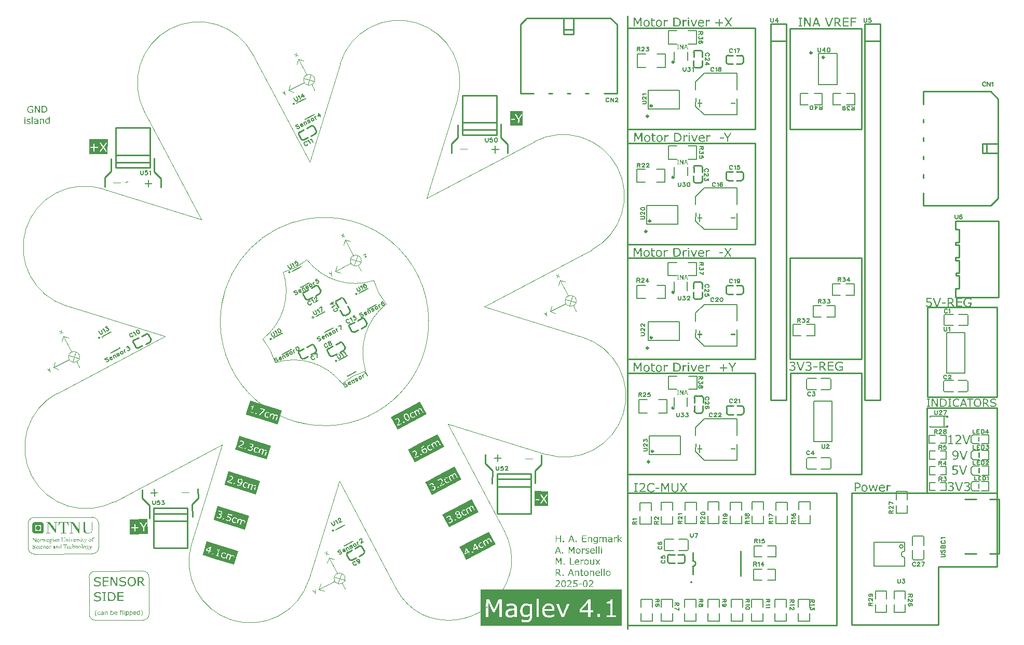
<source format=gto>
G04 Layer: TopSilkscreenLayer*
G04 EasyEDA Pro v2.2.35.2, 2025-02-07 11:44:48*
G04 Gerber Generator version 0.3*
G04 Scale: 100 percent, Rotated: No, Reflected: No*
G04 Dimensions in millimeters*
G04 Leading zeros omitted, absolute positions, 4 integers and 5 decimals*
%FSLAX45Y45*%
%MOMM*%
%ADD10C,0.1524*%
%ADD11C,0.254*%
%ADD12C,0.1*%
%ADD13C,0.15001*%
%ADD14C,0.2*%
%ADD15C,0.3013*%
%ADD16C,0.3*%
G75*


G04 Image Start*
G36*
G01X847782Y1741614D02*
G01X847764Y1744724D01*
G01X907414Y1745073D01*
G01X914678Y1734636D01*
G01X921943Y1724199D01*
G01X999229Y1613270D01*
G01X998909Y1667203D01*
G01X998588Y1721137D01*
G01X998356Y1730265D01*
G01X998123Y1739394D01*
G01X970888Y1739233D01*
G01X970851Y1745455D01*
G01X1029554Y1745803D01*
G01X1029591Y1739581D01*
G01X1006955Y1739447D01*
G01X1006830Y1730316D01*
G01X1006706Y1721185D01*
G01X1007191Y1639330D01*
G01X1007676Y1557476D01*
G01X1004300Y1556492D01*
G01X1003884Y1556369D01*
G01X1003468Y1556246D01*
G01X941950Y1644610D01*
G01X880432Y1732973D01*
G01X881109Y1590587D01*
G01X881367Y1578077D01*
G01X881625Y1565567D01*
G01X909695Y1565733D01*
G01X909733Y1559241D01*
G01X848866Y1558880D01*
G01X848828Y1565372D01*
G01X873086Y1565516D01*
G01X873278Y1593517D01*
G01X872579Y1711462D01*
G01X872319Y1725054D01*
G01X872059Y1738647D01*
G01X847800Y1738503D01*
G01X847782Y1741614D01*
G37*
G36*
G01X667732Y1743656D02*
G01X832614Y1744635D01*
G01X832967Y1685121D01*
G01X824852Y1685073D01*
G01X824836Y1687715D01*
G01X824269Y1691782D01*
G01X823702Y1695848D01*
G01X822817Y1700075D01*
G01X822004Y1702967D01*
G01X821191Y1705860D01*
G01X820137Y1708637D01*
G01X819083Y1711415D01*
G01X816859Y1716133D01*
G01X813278Y1721997D01*
G01X812006Y1723715D01*
G01X810735Y1725433D01*
G01X808676Y1727389D01*
G01X806617Y1729345D01*
G01X804656Y1730683D01*
G01X802696Y1732021D01*
G01X800440Y1733076D01*
G01X798184Y1734132D01*
G01X795748Y1734813D01*
G01X793313Y1735494D01*
G01X790873Y1735861D01*
G01X788432Y1736227D01*
G01X781501Y1736757D01*
G01X765114Y1736659D01*
G01X764812Y1727644D01*
G01X765719Y1574705D01*
G01X765926Y1569793D01*
G01X766133Y1564881D01*
G01X794453Y1565049D01*
G01X794491Y1558557D01*
G01X708227Y1558045D01*
G01X708022Y1564401D01*
G01X736395Y1564719D01*
G01X736689Y1565017D01*
G01X736389Y1632830D01*
G01X736089Y1700643D01*
G01X735477Y1736484D01*
G01X719446Y1736384D01*
G01X715101Y1736093D01*
G01X710756Y1735803D01*
G01X708497Y1735361D01*
G01X706239Y1734919D01*
G01X704059Y1734217D01*
G01X701879Y1733515D01*
G01X699991Y1732553D01*
G01X698103Y1731590D01*
G01X696679Y1730669D01*
G01X695256Y1729748D01*
G01X692941Y1727505D01*
G01X690625Y1725261D01*
G01X689204Y1723465D01*
G01X687783Y1721668D01*
G01X686048Y1718982D01*
G01X684313Y1716296D01*
G01X682835Y1713447D01*
G01X681357Y1710598D01*
G01X679198Y1705119D01*
G01X678291Y1701895D01*
G01X677385Y1698671D01*
G01X676824Y1695286D01*
G01X676263Y1691901D01*
G01X675680Y1684188D01*
G01X667920Y1684142D01*
G01X667826Y1713899D01*
G01X667732Y1743656D01*
G37*
G36*
G01X1053378Y1742833D02*
G01X1053360Y1745944D01*
G01X1131811Y1746410D01*
G01X1131848Y1740188D01*
G01X1105696Y1740033D01*
G01X1105591Y1727408D01*
G01X1105487Y1714783D01*
G01X1106094Y1614376D01*
G01X1106678Y1603287D01*
G01X1106988Y1600584D01*
G01X1107299Y1597881D01*
G01X1107851Y1595098D01*
G01X1108402Y1592315D01*
G01X1110058Y1587346D01*
G01X1110989Y1585458D01*
G01X1111921Y1583570D01*
G01X1114223Y1580127D01*
G01X1118621Y1575691D01*
G01X1120999Y1574168D01*
G01X1123378Y1572645D01*
G01X1125643Y1571614D01*
G01X1127908Y1570584D01*
G01X1130995Y1569642D01*
G01X1134083Y1568699D01*
G01X1137468Y1568054D01*
G01X1140854Y1567408D01*
G01X1144102Y1567073D01*
G01X1147350Y1566737D01*
G01X1166016Y1566857D01*
G01X1169260Y1567222D01*
G01X1172505Y1567588D01*
G01X1178720Y1568707D01*
G01X1185057Y1570330D01*
G01X1187443Y1571268D01*
G01X1189828Y1572205D01*
G01X1191293Y1572953D01*
G01X1192758Y1573701D01*
G01X1195049Y1575202D01*
G01X1197339Y1576703D01*
G01X1199503Y1578915D01*
G01X1201666Y1581127D01*
G01X1202757Y1582756D01*
G01X1203849Y1584386D01*
G01X1205825Y1588372D01*
G01X1206585Y1590745D01*
G01X1207345Y1593118D01*
G01X1208444Y1598481D01*
G01X1209299Y1605519D01*
G01X1209098Y1658136D01*
G01X1208897Y1710752D01*
G01X1208619Y1725697D01*
G01X1208341Y1740642D01*
G01X1181624Y1740483D01*
G01X1181587Y1746705D01*
G01X1240020Y1747052D01*
G01X1240057Y1740830D01*
G01X1217150Y1740694D01*
G01X1217021Y1732127D01*
G01X1216893Y1723561D01*
G01X1217212Y1669299D01*
G01X1217530Y1615037D01*
G01X1217049Y1604213D01*
G01X1216667Y1600762D01*
G01X1216285Y1597311D01*
G01X1215743Y1594414D01*
G01X1215202Y1591517D01*
G01X1214166Y1588299D01*
G01X1213131Y1585080D01*
G01X1211646Y1582182D01*
G01X1210162Y1579283D01*
G01X1208759Y1577386D01*
G01X1207356Y1575489D01*
G01X1205451Y1573579D01*
G01X1203545Y1571669D01*
G01X1201009Y1569833D01*
G01X1198473Y1567997D01*
G01X1192000Y1564765D01*
G01X1189705Y1563913D01*
G01X1187411Y1563061D01*
G01X1184980Y1562353D01*
G01X1182550Y1561645D01*
G01X1178632Y1560833D01*
G01X1174714Y1560020D01*
G01X1170524Y1559455D01*
G01X1166334Y1558890D01*
G01X1161872Y1558583D01*
G01X1157410Y1558276D01*
G01X1141179Y1558180D01*
G01X1130470Y1558924D01*
G01X1127975Y1559190D01*
G01X1125481Y1559456D01*
G01X1121825Y1559987D01*
G01X1118170Y1560518D01*
G01X1111399Y1561802D01*
G01X1108019Y1562757D01*
G01X1104638Y1563713D01*
G01X1102934Y1564343D01*
G01X1101229Y1564973D01*
G01X1098845Y1566153D01*
G01X1096461Y1567332D01*
G01X1093952Y1568989D01*
G01X1091443Y1570646D01*
G01X1089166Y1572861D01*
G01X1086890Y1575075D01*
G01X1085198Y1577615D01*
G01X1083505Y1580155D01*
G01X1082753Y1581639D01*
G01X1082001Y1583122D01*
G01X1081290Y1585012D01*
G01X1080579Y1586901D01*
G01X1080030Y1588791D01*
G01X1079480Y1590682D01*
G01X1078924Y1593384D01*
G01X1078369Y1596086D01*
G01X1078060Y1598519D01*
G01X1077750Y1600952D01*
G01X1077425Y1604467D01*
G01X1077099Y1607981D01*
G01X1076523Y1673851D01*
G01X1075850Y1739856D01*
G01X1053397Y1739722D01*
G01X1053378Y1742833D01*
G37*
G36*
G01X284402Y1741574D02*
G01X385577Y1742069D01*
G01X387879Y1741659D01*
G01X390181Y1741248D01*
G01X394517Y1740072D01*
G01X396849Y1739198D01*
G01X399181Y1738324D01*
G01X400917Y1737466D01*
G01X402653Y1736607D01*
G01X404553Y1735505D01*
G01X406454Y1734404D01*
G01X411036Y1730926D01*
G01X413472Y1728496D01*
G01X415908Y1726066D01*
G01X417472Y1724041D01*
G01X419037Y1722016D01*
G01X420159Y1720206D01*
G01X421281Y1718397D01*
G01X423199Y1714644D01*
G01X425332Y1709068D01*
G01X425901Y1706642D01*
G01X426471Y1704216D01*
G01X427222Y1699351D01*
G01X427820Y1598449D01*
G01X427123Y1593575D01*
G01X426466Y1590868D01*
G01X425810Y1588161D01*
G01X424933Y1585851D01*
G01X424057Y1583540D01*
G01X422949Y1581304D01*
G01X421842Y1579069D01*
G01X419631Y1575405D01*
G01X418494Y1573911D01*
G01X417356Y1572416D01*
G01X412632Y1567344D01*
G01X410455Y1565629D01*
G01X408277Y1563913D01*
G01X404387Y1561398D01*
G01X402221Y1560293D01*
G01X400056Y1559188D01*
G01X397868Y1558375D01*
G01X395680Y1557561D01*
G01X393614Y1556977D01*
G01X391548Y1556392D01*
G01X388576Y1555858D01*
G01X385603Y1555323D01*
G01X283616Y1554718D01*
G01X280580Y1555223D01*
G01X277544Y1555727D01*
G01X275434Y1556305D01*
G01X273323Y1556883D01*
G01X271251Y1557632D01*
G01X269178Y1558382D01*
G01X266911Y1559500D01*
G01X264644Y1560618D01*
G01X261521Y1562641D01*
G01X258398Y1564663D01*
G01X251322Y1571711D01*
G01X248246Y1576012D01*
G01X246898Y1578342D01*
G01X245550Y1580673D01*
G01X244395Y1583523D01*
G01X243240Y1586373D01*
G01X242440Y1589424D01*
G01X241639Y1592475D01*
G01X240890Y1597340D01*
G01X240312Y1694867D01*
G01X286978Y1694867D01*
G01X287532Y1601539D01*
G01X381132Y1602094D01*
G01X380855Y1648758D01*
G01X380855Y1648758D01*
G01X380579Y1695422D01*
G01X286978Y1694867D01*
G01X240312Y1694867D01*
G01X240292Y1698242D01*
G01X240985Y1703116D01*
G01X242067Y1707992D01*
G01X242951Y1710484D01*
G01X243836Y1712976D01*
G01X245049Y1715429D01*
G01X246263Y1717881D01*
G01X247244Y1719448D01*
G01X248226Y1721014D01*
G01X250662Y1724274D01*
G01X252018Y1725870D01*
G01X253374Y1727467D01*
G01X255796Y1729643D01*
G01X258218Y1731820D01*
G01X260618Y1733423D01*
G01X263019Y1735027D01*
G01X265638Y1736392D01*
G01X268258Y1737758D01*
G01X270435Y1738575D01*
G01X272612Y1739392D01*
G01X275127Y1740078D01*
G01X277643Y1740764D01*
G01X280076Y1741071D01*
G01X282509Y1741378D01*
G01X283455Y1741476D01*
G01X284402Y1741574D01*
G37*
G36*
G01X330445Y1686953D02*
G01X333286Y1686993D01*
G01X336126Y1687032D01*
G01X338975Y1686670D01*
G01X341824Y1686308D01*
G01X344935Y1685329D01*
G01X348045Y1684349D01*
G01X352080Y1682527D01*
G01X357546Y1678956D01*
G01X363821Y1672734D01*
G01X365346Y1670444D01*
G01X366871Y1668153D01*
G01X369066Y1663838D01*
G01X370077Y1660769D01*
G01X371087Y1657700D01*
G01X371520Y1654961D01*
G01X371952Y1652222D01*
G01X371991Y1645730D01*
G01X371591Y1642986D01*
G01X371191Y1640243D01*
G01X370217Y1637162D01*
G01X369243Y1634081D01*
G01X367113Y1629740D01*
G01X365627Y1627463D01*
G01X364140Y1625187D01*
G01X361571Y1622478D01*
G01X359001Y1619769D01*
G01X354480Y1616333D01*
G01X351865Y1614946D01*
G01X349250Y1613559D01*
G01X346429Y1612603D01*
G01X343607Y1611647D01*
G01X341446Y1611185D01*
G01X339284Y1610724D01*
G01X335362Y1610559D01*
G01X331441Y1610394D01*
G01X328462Y1610801D01*
G01X325484Y1611208D01*
G01X322368Y1612179D01*
G01X319253Y1613150D01*
G01X314375Y1615564D01*
G01X312398Y1616881D01*
G01X310421Y1618198D01*
G01X308414Y1619928D01*
G01X306407Y1621657D01*
G01X304643Y1623750D01*
G01X302880Y1625842D01*
G01X301650Y1627728D01*
G01X300419Y1629615D01*
G01X299451Y1631515D01*
G01X298483Y1633415D01*
G01X297484Y1636373D01*
G01X296484Y1639330D01*
G01X296026Y1641762D01*
G01X295568Y1644194D01*
G01X295535Y1648387D01*
G01X295503Y1652580D01*
G01X295843Y1654747D01*
G01X296183Y1656913D01*
G01X297349Y1660539D01*
G01X298515Y1664165D01*
G01X299736Y1666494D01*
G01X300957Y1668822D01*
G01X302486Y1670991D01*
G01X304015Y1673159D01*
G01X306447Y1675624D01*
G01X308879Y1678089D01*
G01X313704Y1681553D01*
G01X319639Y1684486D01*
G01X325310Y1686204D01*
G01X327878Y1686579D01*
G01X330445Y1686953D01*
G37*
G36*
G01X469323Y1739370D02*
G01X469304Y1742482D01*
G01X528892Y1742698D01*
G01X536973Y1731101D01*
G01X545054Y1719504D01*
G01X582821Y1665297D01*
G01X620589Y1611089D01*
G01X620800Y1611303D01*
G01X620233Y1674226D01*
G01X619665Y1737149D01*
G01X592158Y1736986D01*
G01X592121Y1743208D01*
G01X650824Y1743556D01*
G01X650861Y1737334D01*
G01X628137Y1737199D01*
G01X629089Y1575025D01*
G01X629131Y1565141D01*
G01X629173Y1555258D01*
G01X627011Y1554624D01*
G01X624719Y1554168D01*
G01X563515Y1642132D01*
G01X502310Y1730096D01*
G01X502074Y1730351D01*
G01X501838Y1730607D01*
G01X502831Y1563319D01*
G01X531235Y1563488D01*
G01X531274Y1556996D01*
G01X470407Y1556634D01*
G01X470368Y1563127D01*
G01X494359Y1563269D01*
G01X494509Y1567937D01*
G01X494658Y1572604D01*
G01X493742Y1727069D01*
G01X493537Y1731734D01*
G01X493332Y1736400D01*
G01X469341Y1736257D01*
G01X469323Y1739370D01*
G37*
G04 Image End*

G04 Text Start*
G36*
G01X1561868Y7276451D02*
G01X1561822Y7270996D01*
G01X1688484Y7269921D01*
G01X1688577Y7280829D01*
G01X1561914Y7281905D01*
G01X1561868Y7276451D01*
G37*
G36*
G01X2144000Y7296630D02*
G01X2144226Y7323296D01*
G01X2127863Y7323435D01*
G01X2127410Y7270103D01*
G01X2074079Y7270556D01*
G01X2073950Y7255405D01*
G01X2127282Y7254952D01*
G01X2126829Y7201621D01*
G01X2143192Y7201482D01*
G01X2143645Y7254813D01*
G01X2196976Y7254360D01*
G01X2197105Y7269511D01*
G01X2143773Y7269964D01*
G01X2144000Y7296630D01*
G37*
G36*
G01X1165870Y7748907D02*
G01X1468890Y7746334D01*
G01X1470953Y7989356D01*
G01X1167934Y7991929D01*
G01X1166703Y7846916D01*
G01X1186703Y7846916D01*
G01X1186757Y7853279D01*
G01X1187127Y7861155D01*
G01X1187443Y7862667D01*
G01X1240169Y7862220D01*
G01X1240382Y7887370D01*
G01X1240912Y7914033D01*
G01X1241227Y7915546D01*
G01X1247591Y7915492D01*
G01X1255467Y7915122D01*
G01X1256979Y7914806D01*
G01X1256532Y7862081D01*
G01X1281682Y7861867D01*
G01X1308345Y7861338D01*
G01X1309858Y7861022D01*
G01X1309799Y7854052D01*
G01X1309431Y7846480D01*
G01X1284276Y7846087D01*
G01X1257910Y7846008D01*
G01X1256393Y7845718D01*
G01X1256179Y7820567D01*
G01X1255650Y7793904D01*
G01X1255334Y7792391D01*
G01X1247758Y7792456D01*
G01X1239882Y7792826D01*
G01X1239882Y7792826D01*
G01X1239801Y7818888D01*
G01X1239421Y7845559D01*
G01X1232457Y7846300D01*
G01X1212763Y7846694D01*
G01X1186703Y7846916D01*
G01X1166703Y7846916D01*
G01X1166220Y7790108D01*
G01X1336908Y7790108D01*
G01X1337447Y7791088D01*
G01X1338980Y7793196D01*
G01X1340516Y7795608D01*
G01X1343582Y7799824D01*
G01X1345423Y7802536D01*
G01X1351556Y7810969D01*
G01X1353397Y7813681D01*
G01X1356463Y7817897D01*
G01X1358304Y7820609D01*
G01X1361370Y7824826D01*
G01X1363212Y7827537D01*
G01X1366278Y7831754D01*
G01X1370572Y7837778D01*
G01X1372105Y7839886D01*
G01X1374560Y7843502D01*
G01X1377626Y7847719D01*
G01X1380695Y7852238D01*
G01X1382534Y7854647D01*
G01X1384989Y7858263D01*
G01X1386214Y7859767D01*
G01X1386835Y7861580D01*
G01X1385947Y7864012D01*
G01X1384152Y7866755D01*
G01X1382655Y7868889D01*
G01X1381458Y7870717D01*
G01X1379963Y7873154D01*
G01X1376969Y7877422D01*
G01X1375174Y7880165D01*
G01X1373677Y7882299D01*
G01X1367694Y7891441D01*
G01X1364700Y7895709D01*
G01X1362306Y7899366D01*
G01X1360809Y7901500D01*
G01X1359315Y7903937D01*
G01X1358118Y7905765D01*
G01X1356621Y7907899D01*
G01X1354826Y7910642D01*
G01X1353329Y7912776D01*
G01X1350936Y7916433D01*
G01X1349439Y7918567D01*
G01X1347944Y7921004D01*
G01X1346748Y7922832D01*
G01X1345549Y7924357D01*
G01X1344352Y7926186D01*
G01X1342857Y7928623D01*
G01X1339863Y7932891D01*
G01X1339342Y7933956D01*
G01X1339576Y7934712D01*
G01X1348368Y7935243D01*
G01X1358668Y7934853D01*
G01X1361688Y7933615D01*
G01X1363185Y7931481D01*
G01X1364680Y7929044D01*
G01X1366177Y7926910D01*
G01X1367671Y7924473D01*
G01X1376646Y7910760D01*
G01X1378141Y7908323D01*
G01X1393697Y7884553D01*
G01X1395194Y7882419D01*
G01X1396689Y7879982D01*
G01X1397885Y7878154D01*
G01X1399390Y7876929D01*
G01X1400223Y7876922D01*
G01X1400910Y7877522D01*
G01X1402135Y7879027D01*
G01X1404590Y7882643D01*
G01X1406123Y7884751D01*
G01X1407659Y7887162D01*
G01X1408887Y7888970D01*
G01X1410112Y7890475D01*
G01X1411339Y7892283D01*
G01X1412875Y7894694D01*
G01X1414408Y7896802D01*
G01X1415944Y7899213D01*
G01X1420237Y7905238D01*
G01X1425761Y7913373D01*
G01X1427294Y7915481D01*
G01X1429749Y7919097D01*
G01X1431282Y7921205D01*
G01X1433124Y7923917D01*
G01X1434657Y7926025D01*
G01X1435884Y7927833D01*
G01X1437420Y7930244D01*
G01X1438953Y7932352D01*
G01X1440481Y7933855D01*
G01X1450183Y7934379D01*
G01X1459874Y7933690D01*
G01X1460246Y7932854D01*
G01X1459553Y7931571D01*
G01X1457715Y7929163D01*
G01X1455260Y7925547D01*
G01X1453727Y7923439D01*
G01X1451885Y7920727D01*
G01X1449738Y7917715D01*
G01X1447900Y7915306D01*
G01X1445445Y7911691D01*
G01X1440845Y7905366D01*
G01X1439004Y7902654D01*
G01X1436857Y7899642D01*
G01X1435018Y7897233D01*
G01X1432563Y7893617D01*
G01X1430725Y7891209D01*
G01X1428578Y7888197D01*
G01X1426737Y7885485D01*
G01X1422137Y7879160D01*
G01X1419682Y7875544D01*
G01X1418457Y7874040D01*
G01X1417230Y7872232D01*
G01X1415694Y7869821D01*
G01X1414161Y7867712D01*
G01X1412322Y7865303D01*
G01X1411476Y7863796D01*
G01X1411387Y7862281D01*
G01X1412576Y7859543D01*
G01X1414073Y7857410D01*
G01X1416467Y7853753D01*
G01X1417964Y7851619D01*
G01X1419759Y7848876D01*
G01X1422753Y7844608D01*
G01X1424247Y7842171D01*
G01X1425444Y7840343D01*
G01X1426941Y7838209D01*
G01X1428736Y7835466D01*
G01X1430233Y7833332D01*
G01X1436815Y7823276D01*
G01X1438910Y7820228D01*
G01X1440705Y7817485D01*
G01X1442202Y7815351D01*
G01X1443697Y7812914D01*
G01X1447888Y7806818D01*
G01X1451477Y7801332D01*
G01X1454472Y7797064D01*
G01X1455966Y7794627D01*
G01X1457163Y7792799D01*
G01X1458660Y7790665D01*
G01X1459181Y7789600D01*
G01X1458947Y7788844D01*
G01X1449549Y7788318D01*
G01X1439249Y7788709D01*
G01X1436835Y7789941D01*
G01X1435338Y7792075D01*
G01X1430551Y7799389D01*
G01X1429054Y7801523D01*
G01X1427560Y7803960D01*
G01X1425166Y7807617D01*
G01X1423672Y7810054D01*
G01X1414697Y7823767D01*
G01X1413202Y7826204D01*
G01X1400039Y7846316D01*
G01X1398537Y7847844D01*
G01X1397627Y7847700D01*
G01X1396709Y7846648D01*
G01X1391185Y7838512D01*
G01X1389652Y7836404D01*
G01X1388116Y7833993D01*
G01X1386583Y7831884D01*
G01X1384128Y7828269D01*
G01X1382595Y7826161D01*
G01X1378912Y7820737D01*
G01X1377379Y7818629D01*
G01X1374924Y7815013D01*
G01X1373391Y7812905D01*
G01X1371855Y7810494D01*
G01X1370628Y7808686D01*
G01X1369095Y7806578D01*
G01X1367253Y7803866D01*
G01X1365720Y7801757D01*
G01X1364493Y7799950D01*
G01X1362957Y7797538D01*
G01X1361424Y7795430D01*
G01X1358969Y7791814D01*
G01X1357438Y7790009D01*
G01X1354403Y7789353D01*
G01X1347128Y7789188D01*
G01X1337131Y7789576D01*
G01X1337131Y7789576D01*
G01X1336908Y7790108D01*
G01X1166220Y7790108D01*
G01X1165870Y7748907D01*
G37*
G36*
G01X392338Y8478604D02*
G01X391604Y8520903D01*
G01X406606Y8520903D01*
G01X407331Y8479091D01*
G01X408288Y8437056D01*
G01X416018Y8436963D01*
G01X416018Y8436963D01*
G01X424195Y8437332D01*
G01X427372Y8437614D01*
G01X431913Y8437920D01*
G01X435541Y8438438D01*
G01X438260Y8438940D01*
G01X440524Y8439434D01*
G01X444144Y8440406D01*
G01X446178Y8441123D01*
G01X448207Y8442067D01*
G01X451811Y8443948D01*
G01X453837Y8445120D01*
G01X455412Y8446056D01*
G01X456532Y8446985D01*
G01X457648Y8448141D01*
G01X459889Y8449999D01*
G01X461668Y8452302D01*
G01X463004Y8453917D01*
G01X464112Y8455527D01*
G01X464994Y8457134D01*
G01X465871Y8458967D01*
G01X466744Y8461028D01*
G01X468252Y8465828D01*
G01X469074Y8470843D01*
G01X469427Y8476759D01*
G01X469610Y8479263D01*
G01X469340Y8481758D01*
G01X468791Y8487204D01*
G01X468281Y8490378D01*
G01X467791Y8492415D01*
G01X467058Y8495357D01*
G01X466106Y8497841D01*
G01X465393Y8499647D01*
G01X464448Y8501676D01*
G01X462113Y8505273D01*
G01X460949Y8506844D01*
G01X460020Y8507964D01*
G01X456090Y8511760D01*
G01X454248Y8513092D01*
G01X452638Y8514201D01*
G01X450573Y8515301D01*
G01X446906Y8517056D01*
G01X444618Y8517926D01*
G01X442102Y8518791D01*
G01X440045Y8519437D01*
G01X435030Y8520259D01*
G01X431387Y8520651D01*
G01X424107Y8520979D01*
G01X415013Y8521049D01*
G01X406606Y8520903D01*
G01X391604Y8520903D01*
G01X391395Y8532914D01*
G01X410710Y8533249D01*
G01X430711Y8533368D01*
G01X432306Y8533169D01*
G01X435264Y8532993D01*
G01X438908Y8532601D01*
G01X441188Y8532186D01*
G01X443696Y8531775D01*
G01X446434Y8531141D01*
G01X451002Y8529856D01*
G01X453291Y8528987D01*
G01X455352Y8528113D01*
G01X459019Y8526359D01*
G01X460625Y8525477D01*
G01X462694Y8524149D01*
G01X464536Y8522817D01*
G01X466840Y8521039D01*
G01X472619Y8515457D01*
G01X474014Y8513662D01*
G01X475644Y8511417D01*
G01X477043Y8509396D01*
G01X478215Y8507371D01*
G01X480096Y8503766D01*
G01X481048Y8501282D01*
G01X482722Y8496538D01*
G01X483710Y8492009D01*
G01X484219Y8488835D01*
G01X484573Y8481568D01*
G01X484487Y8473383D01*
G01X484088Y8470194D01*
G01X483258Y8465633D01*
G01X482620Y8463122D01*
G01X481327Y8459008D01*
G01X480454Y8456947D01*
G01X477821Y8451446D01*
G01X476940Y8449840D01*
G01X474284Y8445702D01*
G01X473172Y8444319D01*
G01X470500Y8441090D01*
G01X469384Y8439935D01*
G01X466696Y8437615D01*
G01X465129Y8436224D01*
G01X463108Y8434825D01*
G01X461309Y8433657D01*
G01X459962Y8432725D01*
G01X458387Y8431788D01*
G01X454328Y8429899D01*
G01X451844Y8428947D01*
G01X448906Y8427986D01*
G01X446645Y8427265D01*
G01X442116Y8426278D01*
G01X438943Y8425768D01*
G01X433952Y8425227D01*
G01X413277Y8424641D01*
G01X393280Y8424294D01*
G01X392338Y8478604D01*
G37*
G36*
G01X204472Y8419426D02*
G01X201738Y8419833D01*
G01X197177Y8420663D01*
G01X194666Y8421302D01*
G01X190552Y8422594D01*
G01X188491Y8423468D01*
G01X186202Y8424337D01*
G01X183910Y8425434D01*
G01X180235Y8427643D01*
G01X177014Y8429861D01*
G01X175400Y8431196D01*
G01X170314Y8436109D01*
G01X168919Y8437903D01*
G01X167755Y8439474D01*
G01X165420Y8443070D01*
G01X164248Y8445096D01*
G01X163304Y8447125D01*
G01X162355Y8449382D01*
G01X161399Y8452093D01*
G01X160439Y8455031D01*
G01X159718Y8457292D01*
G01X158722Y8462275D01*
G01X158197Y8466358D01*
G01X157851Y8473171D01*
G01X157936Y8481355D01*
G01X158320Y8485454D01*
G01X158727Y8488188D01*
G01X159984Y8494347D01*
G01X160626Y8496632D01*
G01X161277Y8498461D01*
G01X161931Y8500064D01*
G01X162804Y8502125D01*
G01X163897Y8504644D01*
G01X165221Y8506940D01*
G01X166549Y8509009D01*
G01X167430Y8510615D01*
G01X168319Y8511767D01*
G01X170544Y8514534D01*
G01X173894Y8518001D01*
G01X176135Y8519859D01*
G01X177702Y8521250D01*
G01X179723Y8522649D01*
G01X183319Y8524984D01*
G01X185122Y8525925D01*
G01X188279Y8527343D01*
G01X191892Y8528770D01*
G01X194152Y8529491D01*
G01X196185Y8530208D01*
G01X201169Y8531204D01*
G01X204797Y8531721D01*
G01X212746Y8532087D01*
G01X221612Y8532013D01*
G01X225256Y8531622D01*
G01X227991Y8531215D01*
G01X234832Y8529969D01*
G01X237343Y8529331D01*
G01X241912Y8528047D01*
G01X244200Y8527177D01*
G01X246715Y8526311D01*
G01X250837Y8524565D01*
G01X254269Y8523260D01*
G01X254411Y8515080D01*
G01X254103Y8506664D01*
G01X252966Y8506644D01*
G01X251133Y8507522D01*
G01X246995Y8510178D01*
G01X245385Y8511286D01*
G01X243778Y8512167D01*
G01X238277Y8514800D01*
G01X236216Y8515673D01*
G01X228674Y8518043D01*
G01X224568Y8518881D01*
G01X221379Y8519280D01*
G01X215008Y8519624D01*
G01X212732Y8519812D01*
G01X208195Y8519278D01*
G01X205472Y8519004D01*
G01X202753Y8518502D01*
G01X199584Y8517765D01*
G01X196645Y8516805D01*
G01X194616Y8515861D01*
G01X190561Y8513745D01*
G01X188990Y8512581D01*
G01X187642Y8511648D01*
G01X186299Y8510488D01*
G01X181833Y8505865D01*
G01X180944Y8504713D01*
G01X179835Y8503102D01*
G01X178730Y8501265D01*
G01X177849Y8499658D01*
G01X176972Y8497824D01*
G01X176098Y8495764D01*
G01X175233Y8493248D01*
G01X174586Y8491191D01*
G01X173748Y8487085D01*
G01X173349Y8483896D01*
G01X173260Y8475939D01*
G01X173625Y8467989D01*
G01X174135Y8464816D01*
G01X174633Y8462324D01*
G01X175369Y8459155D01*
G01X176326Y8456443D01*
G01X177278Y8453960D01*
G01X180335Y8448103D01*
G01X181498Y8446532D01*
G01X182431Y8445184D01*
G01X183591Y8443840D01*
G01X188215Y8439374D01*
G01X189367Y8438485D01*
G01X192125Y8436715D01*
G01X193732Y8435833D01*
G01X195565Y8434956D01*
G01X197626Y8434082D01*
G01X202426Y8432574D01*
G01X206986Y8431744D01*
G01X214497Y8431193D01*
G01X216992Y8431463D01*
G01X222893Y8432020D01*
G01X226066Y8432530D01*
G01X228558Y8433028D01*
G01X231955Y8433769D01*
G01X234215Y8434490D01*
G01X236026Y8434976D01*
G01X240092Y8436410D01*
G01X241224Y8436657D01*
G01X240751Y8463926D01*
G01X211665Y8463421D01*
G01X211452Y8475692D01*
G01X255082Y8476449D01*
G01X255488Y8453044D01*
G01X255567Y8435372D01*
G01X254993Y8429168D01*
G01X252963Y8428223D01*
G01X248450Y8426326D01*
G01X245966Y8425374D01*
G01X243710Y8424426D01*
G01X239189Y8422984D01*
G01X237155Y8422266D01*
G01X234440Y8421537D01*
G01X232180Y8420816D01*
G01X227651Y8419829D01*
G01X224023Y8419311D01*
G01X215392Y8418934D01*
G01X206525Y8419007D01*
G01X204472Y8419426D01*
G37*
G36*
G01X280082Y8476656D02*
G01X279139Y8530966D01*
G01X290047Y8531155D01*
G01X301640Y8531129D01*
G01X303023Y8530016D01*
G01X304195Y8527991D01*
G01X306076Y8524387D01*
G01X308419Y8520336D01*
G01X310300Y8516731D01*
G01X312643Y8512681D01*
G01X314524Y8509076D01*
G01X316868Y8505025D01*
G01X318749Y8501421D01*
G01X321092Y8497370D01*
G01X322973Y8493766D01*
G01X325316Y8489715D01*
G01X327197Y8486111D01*
G01X329541Y8482060D01*
G01X331422Y8478456D01*
G01X333765Y8474405D01*
G01X335646Y8470801D01*
G01X337990Y8466750D01*
G01X339871Y8463145D01*
G01X342214Y8459094D01*
G01X344095Y8455490D01*
G01X345968Y8452340D01*
G01X349025Y8446484D01*
G01X350184Y8445140D01*
G01X350339Y8455883D01*
G01X349886Y8488550D01*
G01X349129Y8532180D01*
G01X362763Y8532417D01*
G01X364648Y8423797D01*
G01X355786Y8423643D01*
G01X346461Y8423936D01*
G01X345301Y8425279D01*
G01X344129Y8427305D01*
G01X342248Y8430909D01*
G01X339905Y8434960D01*
G01X338024Y8438564D01*
G01X335681Y8442615D01*
G01X333800Y8446219D01*
G01X331456Y8450270D01*
G01X329575Y8453874D01*
G01X327702Y8457024D01*
G01X325821Y8460629D01*
G01X323478Y8464680D01*
G01X321597Y8468284D01*
G01X319253Y8472335D01*
G01X317372Y8475939D01*
G01X315029Y8479990D01*
G01X313148Y8483594D01*
G01X310805Y8487645D01*
G01X308924Y8491249D01*
G01X306580Y8495300D01*
G01X304699Y8498904D01*
G01X302356Y8502955D01*
G01X300475Y8506560D01*
G01X298602Y8509709D01*
G01X296721Y8513314D01*
G01X294848Y8516463D01*
G01X293915Y8517811D01*
G01X293778Y8506045D01*
G01X294285Y8470310D01*
G01X295113Y8422590D01*
G01X281024Y8422346D01*
G01X280082Y8476656D01*
G37*
G36*
G01X169004Y8236511D02*
G01X164444Y8237341D01*
G01X161932Y8237979D01*
G01X157364Y8239264D01*
G01X152787Y8241003D01*
G01X150727Y8241876D01*
G01X149582Y8242311D01*
G01X149456Y8249582D01*
G01X149531Y8255096D01*
G01X150008Y8257093D01*
G01X151606Y8256666D01*
G01X153217Y8255558D01*
G01X154596Y8254672D01*
G01X157809Y8252910D01*
G01X161476Y8251155D01*
G01X163079Y8250501D01*
G01X164908Y8249851D01*
G01X169022Y8248558D01*
G01X171534Y8247920D01*
G01X173814Y8247505D01*
G01X177912Y8247121D01*
G01X179734Y8246926D01*
G01X181548Y8247184D01*
G01X183589Y8247447D01*
G01X186539Y8247726D01*
G01X189709Y8248463D01*
G01X192420Y8249419D01*
G01X194222Y8250359D01*
G01X195570Y8251292D01*
G01X196914Y8252452D01*
G01X198022Y8254062D01*
G01X198899Y8255896D01*
G01X199303Y8258858D01*
G01X199012Y8262490D01*
G01X198291Y8264750D01*
G01X197355Y8266325D01*
G01X195736Y8267888D01*
G01X193899Y8268993D01*
G01X191838Y8269866D01*
G01X188868Y8270724D01*
G01X186584Y8271366D01*
G01X177463Y8273026D01*
G01X174955Y8273438D01*
G01X171535Y8274060D01*
G01X169251Y8274703D01*
G01X167425Y8275125D01*
G01X165368Y8275772D01*
G01X163080Y8276641D01*
G01X161019Y8277515D01*
G01X159412Y8278396D01*
G01X157343Y8279724D01*
G01X155502Y8281056D01*
G01X154346Y8282172D01*
G01X153417Y8283293D01*
G01X152485Y8284640D01*
G01X151548Y8286215D01*
G01X150604Y8288245D01*
G01X149887Y8290278D01*
G01X149377Y8293451D01*
G01X149118Y8295265D01*
G01X149306Y8297542D01*
G01X149713Y8300276D01*
G01X150344Y8303242D01*
G01X151213Y8305531D01*
G01X152090Y8307364D01*
G01X152976Y8308744D01*
G01X153638Y8309891D01*
G01X154527Y8311043D01*
G01X156760Y8313355D01*
G01X157880Y8314284D01*
G01X159451Y8315448D01*
G01X161250Y8316615D01*
G01X163052Y8317556D01*
G01X165081Y8318500D01*
G01X169148Y8319935D01*
G01X171863Y8320664D01*
G01X174355Y8321162D01*
G01X181395Y8321511D01*
G01X188443Y8321406D01*
G01X191633Y8321007D01*
G01X194140Y8320596D01*
G01X197560Y8319973D01*
G01X199844Y8319331D01*
G01X201670Y8318908D01*
G01X203727Y8318262D01*
G01X205557Y8317612D01*
G01X208762Y8316303D01*
G01X209475Y8314497D01*
G01X209789Y8309502D01*
G01X209688Y8302226D01*
G01X209355Y8301766D01*
G01X208787Y8301756D01*
G01X206954Y8302634D01*
G01X204885Y8303961D01*
G01X202820Y8305062D01*
G01X200986Y8305940D01*
G01X198925Y8306813D01*
G01X196637Y8307682D01*
G01X192523Y8308975D01*
G01X190012Y8309613D01*
G01X187732Y8310028D01*
G01X183633Y8310412D01*
G01X181812Y8310608D01*
G01X179997Y8310349D01*
G01X178411Y8310094D01*
G01X175915Y8309823D01*
G01X172973Y8309091D01*
G01X170489Y8308138D01*
G01X168687Y8307197D01*
G01X166888Y8306030D01*
G01X165102Y8304180D01*
G01X164001Y8302115D01*
G01X163598Y8299153D01*
G01X163881Y8295976D01*
G01X164602Y8293716D01*
G01X165538Y8292141D01*
G01X166467Y8291020D01*
G01X168081Y8289684D01*
G01X170146Y8288584D01*
G01X172434Y8287714D01*
G01X175404Y8286857D01*
G01X179969Y8285799D01*
G01X184984Y8284977D01*
G01X191825Y8283732D01*
G01X194791Y8283101D01*
G01X196848Y8282455D01*
G01X198446Y8282028D01*
G01X200049Y8281374D01*
G01X201882Y8280497D01*
G01X203947Y8279396D01*
G01X205785Y8278291D01*
G01X207168Y8277179D01*
G01X208324Y8276062D01*
G01X209715Y8274495D01*
G01X210879Y8272924D01*
G01X211819Y8271122D01*
G01X212779Y8268184D01*
G01X213524Y8264560D01*
G01X213587Y8260924D01*
G01X213188Y8257735D01*
G01X212558Y8254769D01*
G01X211688Y8252481D01*
G01X210811Y8250647D01*
G01X209925Y8249268D01*
G01X209263Y8248120D01*
G01X208374Y8246968D01*
G01X205695Y8244194D01*
G01X203900Y8242799D01*
G01X202780Y8241870D01*
G01X201205Y8240934D01*
G01X199403Y8239993D01*
G01X197373Y8239049D01*
G01X192629Y8237375D01*
G01X187646Y8236379D01*
G01X179242Y8236006D01*
G01X171057Y8236092D01*
G01X169004Y8236511D01*
G37*
G36*
G01X113514Y8277372D02*
G01X112808Y8318048D01*
G01X126897Y8318292D01*
G01X128309Y8236941D01*
G01X114220Y8236696D01*
G01X113514Y8277372D01*
G37*
G36*
G01X287399Y8238338D02*
G01X284884Y8239203D01*
G01X282823Y8240077D01*
G01X280758Y8241178D01*
G01X279148Y8242286D01*
G01X278000Y8242948D01*
G01X276848Y8243837D01*
G01X274536Y8246070D01*
G01X273607Y8247191D01*
G01X272444Y8248762D01*
G01X271276Y8250560D01*
G01X270566Y8252139D01*
G01X269853Y8253945D01*
G01X269128Y8256433D01*
G01X268634Y8258697D01*
G01X268344Y8262329D01*
G01X268449Y8265081D01*
G01X282844Y8265081D01*
G01X283146Y8260767D01*
G01X283875Y8258052D01*
G01X284815Y8256250D01*
G01X285979Y8254679D01*
G01X287135Y8253563D01*
G01X288518Y8252450D01*
G01X290125Y8251569D01*
G01X291954Y8250919D01*
G01X293780Y8250496D01*
G01X296284Y8250312D01*
G01X299242Y8250136D01*
G01X301060Y8250167D01*
G01X301060Y8250167D01*
G01X302874Y8250426D01*
G01X305142Y8250693D01*
G01X307407Y8251187D01*
G01X309894Y8251912D01*
G01X312378Y8252864D01*
G01X317785Y8255686D01*
G01X319583Y8256853D01*
G01X321604Y8258252D01*
G01X323403Y8259420D01*
G01X324029Y8262613D01*
G01X324107Y8271252D01*
G01X323909Y8282614D01*
G01X320955Y8282563D01*
G01X317323Y8282273D01*
G01X311423Y8281716D01*
G01X306886Y8281182D01*
G01X303258Y8280665D01*
G01X300539Y8280163D01*
G01X296915Y8279418D01*
G01X293977Y8278458D01*
G01X291720Y8277510D01*
G01X289918Y8276569D01*
G01X288571Y8275636D01*
G01X287000Y8274473D01*
G01X285660Y8273085D01*
G01X284771Y8271933D01*
G01X283666Y8270096D01*
G01X283020Y8268039D01*
G01X282844Y8265081D01*
G01X268449Y8265081D01*
G01X268500Y8266423D01*
G01X268907Y8269158D01*
G01X269538Y8272124D01*
G01X270403Y8274639D01*
G01X271500Y8276931D01*
G01X272609Y8278542D01*
G01X273494Y8279921D01*
G01X275053Y8281766D01*
G01X277294Y8283624D01*
G01X280663Y8285955D01*
G01X282238Y8286892D01*
G01X284495Y8287840D01*
G01X286978Y8288793D01*
G01X289917Y8289753D01*
G01X292177Y8290474D01*
G01X297161Y8291470D01*
G01X300334Y8291979D01*
G01X304871Y8292513D01*
G01X309863Y8293054D01*
G01X315763Y8293611D01*
G01X320076Y8293913D01*
G01X323712Y8293976D01*
G01X323689Y8295340D01*
G01X323410Y8298290D01*
G01X322908Y8301009D01*
G01X322187Y8303269D01*
G01X321247Y8305071D01*
G01X320310Y8306646D01*
G01X319154Y8307763D01*
G01X318002Y8308652D01*
G01X316392Y8309760D01*
G01X314331Y8310634D01*
G01X312047Y8311276D01*
G01X309994Y8311695D01*
G01X304532Y8312055D01*
G01X302483Y8312247D01*
G01X300442Y8311984D01*
G01X298173Y8311717D01*
G01X295450Y8311443D01*
G01X292731Y8310941D01*
G01X288202Y8309953D01*
G01X285714Y8309228D01*
G01X281193Y8307786D01*
G01X277581Y8306359D01*
G01X275771Y8305874D01*
G01X275064Y8307339D01*
G01X274760Y8311766D01*
G01X274865Y8318814D01*
G01X275360Y8319732D01*
G01X276432Y8320205D01*
G01X278469Y8320695D01*
G01X282998Y8321683D01*
G01X288436Y8322687D01*
G01X292064Y8323204D01*
G01X300013Y8323569D01*
G01X309334Y8323504D01*
G01X312978Y8323112D01*
G01X317538Y8322282D01*
G01X320050Y8321644D01*
G01X324172Y8319897D01*
G01X326236Y8318796D01*
G01X327847Y8317688D01*
G01X328999Y8316799D01*
G01X331311Y8314566D01*
G01X332702Y8312998D01*
G01X333865Y8311428D01*
G01X334806Y8309626D01*
G01X335754Y8307369D01*
G01X336475Y8305108D01*
G01X336966Y8303071D01*
G01X337741Y8271489D01*
G01X338277Y8240584D01*
G01X324643Y8240348D01*
G01X324584Y8243756D01*
G01X324285Y8247843D01*
G01X323995Y8248236D01*
G01X323600Y8248058D01*
G01X318887Y8244567D01*
G01X317089Y8243399D01*
G01X315514Y8242462D01*
G01X313712Y8241522D01*
G01X311682Y8240578D01*
G01X309198Y8239625D01*
G01X307165Y8238908D01*
G01X302636Y8237920D01*
G01X296050Y8237579D01*
G01X289456Y8237691D01*
G01X287399Y8238338D01*
G37*
G36*
G01X363931Y8281717D02*
G01X363225Y8322393D01*
G01X377314Y8322638D01*
G01X377385Y8318547D01*
G01X377607Y8315539D01*
G01X378133Y8314696D01*
G01X379932Y8315864D01*
G01X381726Y8317259D01*
G01X383074Y8318191D01*
G01X386670Y8320527D01*
G01X388472Y8321467D01*
G01X390502Y8322412D01*
G01X394114Y8323838D01*
G01X396374Y8324560D01*
G01X398412Y8325050D01*
G01X404088Y8325375D01*
G01X409774Y8325247D01*
G01X412054Y8324832D01*
G01X415020Y8324201D01*
G01X417535Y8323336D01*
G01X420744Y8321800D01*
G01X421896Y8320911D01*
G01X424662Y8318686D01*
G01X425591Y8317565D01*
G01X427919Y8314424D01*
G01X428855Y8312848D01*
G01X429803Y8310592D01*
G01X430760Y8307881D01*
G01X431481Y8305620D01*
G01X431991Y8302447D01*
G01X432746Y8272001D01*
G01X433263Y8242232D01*
G01X419628Y8241996D01*
G01X419214Y8265856D01*
G01X418561Y8290394D01*
G01X417996Y8296749D01*
G01X417487Y8299922D01*
G01X416997Y8301959D01*
G01X416272Y8304447D01*
G01X415331Y8306249D01*
G01X414399Y8307597D01*
G01X413470Y8308717D01*
G01X411856Y8310053D01*
G01X409332Y8311373D01*
G01X407275Y8312020D01*
G01X405681Y8312219D01*
G01X403632Y8312411D01*
G01X400450Y8312356D01*
G01X396822Y8311838D01*
G01X393880Y8311105D01*
G01X391169Y8310149D01*
G01X389140Y8309204D01*
G01X385085Y8307088D01*
G01X382836Y8305686D01*
G01X378793Y8302888D01*
G01X377669Y8302186D01*
G01X378725Y8241286D01*
G01X364637Y8241042D01*
G01X363931Y8281717D01*
G37*
G36*
G01X111529Y8339392D02*
G01X111410Y8346210D01*
G01X127317Y8346486D01*
G01X127554Y8332851D01*
G01X111647Y8332575D01*
G01X111529Y8339392D01*
G37*
G36*
G01X232762Y8295580D02*
G01X231776Y8352390D01*
G01X245865Y8352634D01*
G01X247836Y8239015D01*
G01X233747Y8238770D01*
G01X232762Y8295580D01*
G37*
G36*
G01X477598Y8241638D02*
G01X474855Y8242500D01*
G01X472794Y8243373D01*
G01X470961Y8244251D01*
G01X468892Y8245579D01*
G01X467050Y8246910D01*
G01X463120Y8250707D01*
G01X461725Y8252501D01*
G01X460796Y8253621D01*
G01X459860Y8255196D01*
G01X457979Y8258800D01*
G01X457031Y8261057D01*
G01X456074Y8263768D01*
G01X455353Y8266028D01*
G01X454365Y8270558D01*
G01X453848Y8274185D01*
G01X453502Y8280999D01*
G01X453531Y8283743D01*
G01X467548Y8283743D01*
G01X467810Y8281702D01*
G01X468375Y8275347D01*
G01X468877Y8272628D01*
G01X469622Y8269004D01*
G01X470578Y8266293D01*
G01X471527Y8264036D01*
G01X472467Y8262234D01*
G01X473404Y8260659D01*
G01X474564Y8259315D01*
G01X475719Y8258199D01*
G01X477334Y8256863D01*
G01X479171Y8255758D01*
G01X481232Y8254885D01*
G01X483289Y8254239D01*
G01X488296Y8253871D01*
G01X489660Y8253895D01*
G01X489660Y8253895D01*
G01X491246Y8254150D01*
G01X493288Y8254412D01*
G01X495552Y8254906D01*
G01X498040Y8255631D01*
G01X500524Y8256583D01*
G01X505930Y8259405D01*
G01X507729Y8260573D01*
G01X509750Y8261972D01*
G01X511321Y8263135D01*
G01X511725Y8269337D01*
G01X511588Y8287007D01*
G01X511182Y8310413D01*
G01X510038Y8310848D01*
G01X507978Y8311721D01*
G01X503864Y8313013D01*
G01X501352Y8313652D01*
G01X499072Y8314067D01*
G01X494519Y8314443D01*
G01X492697Y8314638D01*
G01X490883Y8314380D01*
G01X489297Y8314125D01*
G01X486801Y8313854D01*
G01X483858Y8313121D01*
G01X481375Y8312169D01*
G01X479349Y8310997D01*
G01X477551Y8309829D01*
G01X476207Y8308669D01*
G01X473974Y8306358D01*
G01X472643Y8304516D01*
G01X471319Y8302220D01*
G01X470441Y8300386D01*
G01X469791Y8298557D01*
G01X469145Y8296500D01*
G01X468510Y8293761D01*
G01X468099Y8291253D01*
G01X467739Y8285792D01*
G01X467548Y8283743D01*
G01X453531Y8283743D01*
G01X453588Y8289183D01*
G01X453987Y8292372D01*
G01X454402Y8294653D01*
G01X454825Y8296478D01*
G01X455244Y8298532D01*
G01X455886Y8300816D01*
G01X456536Y8302646D01*
G01X457190Y8304248D01*
G01X458945Y8307915D01*
G01X459826Y8309522D01*
G01X460931Y8311359D01*
G01X462486Y8313432D01*
G01X463818Y8315274D01*
G01X467168Y8318741D01*
G01X468288Y8319670D01*
G01X469859Y8320834D01*
G01X471657Y8322002D01*
G01X473232Y8322938D01*
G01X475034Y8323879D01*
G01X478646Y8325305D01*
G01X480907Y8326026D01*
G01X482944Y8326516D01*
G01X488848Y8326846D01*
G01X495215Y8326729D01*
G01X497950Y8326322D01*
G01X500916Y8325692D01*
G01X503659Y8324830D01*
G01X506174Y8323965D01*
G01X508235Y8323091D01*
G01X510064Y8322441D01*
G01X510977Y8322229D01*
G01X510370Y8357224D01*
G01X524459Y8357469D01*
G01X526430Y8243849D01*
G01X512342Y8243605D01*
G01X512208Y8251331D01*
G01X511306Y8250861D01*
G01X509285Y8249462D01*
G01X507491Y8248067D01*
G01X503894Y8245731D01*
G01X500290Y8243850D01*
G01X498711Y8243141D01*
G01X496905Y8242428D01*
G01X494417Y8241703D01*
G01X492153Y8241209D01*
G01X486022Y8240875D01*
G01X479882Y8240996D01*
G01X477598Y8241638D01*
G37*
G36*
G01X8036568Y8208117D02*
G01X8240204Y8208715D01*
G01X8239490Y8451744D01*
G01X8035854Y8451146D01*
G01X8036019Y8395012D01*
G01X8113974Y8395012D01*
G01X8114503Y8395619D01*
G01X8124198Y8396254D01*
G01X8134199Y8395677D01*
G01X8136327Y8393562D01*
G01X8138154Y8390537D01*
G01X8139676Y8388118D01*
G01X8140894Y8386303D01*
G01X8142416Y8383883D01*
G01X8149724Y8371783D01*
G01X8151246Y8369667D01*
G01X8153682Y8365431D01*
G01X8154597Y8363616D01*
G01X8155814Y8361801D01*
G01X8157335Y8359684D01*
G01X8158859Y8356961D01*
G01X8163426Y8349702D01*
G01X8164644Y8347584D01*
G01X8166166Y8345165D01*
G01X8169820Y8339115D01*
G01X8172865Y8334275D01*
G01X8174688Y8332463D01*
G01X8175521Y8332541D01*
G01X8176201Y8333376D01*
G01X8177709Y8335805D01*
G01X8179519Y8338537D01*
G01X8184947Y8347644D01*
G01X8186757Y8350377D01*
G01X8188265Y8352805D01*
G01X8189471Y8354930D01*
G01X8190678Y8356752D01*
G01X8192186Y8359181D01*
G01X8193995Y8362216D01*
G01X8195503Y8364645D01*
G01X8196709Y8366770D01*
G01X8205757Y8381342D01*
G01X8206963Y8383467D01*
G01X8211487Y8390753D01*
G01X8213296Y8393788D01*
G01X8215108Y8395915D01*
G01X8224500Y8396549D01*
G01X8233896Y8395970D01*
G01X8234428Y8395290D01*
G01X8234204Y8394456D01*
G01X8231187Y8389598D01*
G01X8229981Y8387777D01*
G01X8226965Y8382919D01*
G01X8225759Y8380795D01*
G01X8224251Y8378366D01*
G01X8222742Y8376240D01*
G01X8219726Y8371383D01*
G01X8218520Y8369258D01*
G01X8217313Y8367436D01*
G01X8215504Y8364401D01*
G01X8213995Y8362275D01*
G01X8210376Y8356204D01*
G01X8208868Y8353775D01*
G01X8207662Y8351953D01*
G01X8206154Y8349525D01*
G01X8202535Y8343453D01*
G01X8198915Y8337988D01*
G01X8197407Y8335560D01*
G01X8196201Y8333435D01*
G01X8194994Y8331613D01*
G01X8193185Y8328577D01*
G01X8191978Y8326756D01*
G01X8188962Y8321898D01*
G01X8187755Y8320076D01*
G01X8186851Y8318256D01*
G01X8185644Y8316434D01*
G01X8184987Y8308099D01*
G01X8184830Y8284310D01*
G01X8184320Y8251581D01*
G01X8181671Y8250664D01*
G01X8174930Y8250342D01*
G01X8165535Y8250617D01*
G01X8165535Y8250617D01*
G01X8164838Y8281524D01*
G01X8164138Y8313341D01*
G01X8162615Y8316063D01*
G01X8161094Y8318180D01*
G01X8159876Y8320298D01*
G01X8158352Y8323021D01*
G01X8156830Y8325440D01*
G01X8155613Y8327255D01*
G01X8154394Y8329372D01*
G01X8152871Y8332095D01*
G01X8151350Y8334212D01*
G01X8149828Y8336632D01*
G01X8144346Y8345707D01*
G01X8142824Y8348126D01*
G01X8141606Y8350244D01*
G01X8140388Y8352059D01*
G01X8139474Y8353874D01*
G01X8138256Y8355689D01*
G01X8136735Y8357806D01*
G01X8135212Y8360529D01*
G01X8130645Y8367788D01*
G01X8128208Y8372023D01*
G01X8123642Y8379282D01*
G01X8121815Y8382004D01*
G01X8118161Y8388054D01*
G01X8116639Y8390474D01*
G01X8115421Y8392592D01*
G01X8114203Y8394406D01*
G01X8113974Y8395012D01*
G01X8036019Y8395012D01*
G01X8036231Y8322705D01*
G01X8050777Y8322705D01*
G01X8111989Y8322884D01*
G01X8112040Y8305309D01*
G01X8050829Y8305129D01*
G01X8050803Y8313917D01*
G01X8050803Y8313917D01*
G01X8050777Y8322705D01*
G01X8036231Y8322705D01*
G01X8036568Y8208117D01*
G37*
G36*
G01X7219603Y7826963D02*
G01X7219619Y7821509D01*
G01X7346285Y7821881D01*
G01X7346253Y7832790D01*
G01X7219587Y7832418D01*
G01X7219603Y7826963D01*
G37*
G36*
G01X7801466Y7853794D02*
G01X7801387Y7880461D01*
G01X7785024Y7880413D01*
G01X7785180Y7827080D01*
G01X7731847Y7826923D01*
G01X7731892Y7811771D01*
G01X7785225Y7811928D01*
G01X7785382Y7758595D01*
G01X7801745Y7758643D01*
G01X7801589Y7811976D01*
G01X7854922Y7812133D01*
G01X7854877Y7827284D01*
G01X7801544Y7827128D01*
G01X7801466Y7853794D01*
G37*
G36*
G01X1834073Y1544358D02*
G01X2124913Y1550700D01*
G01X2119615Y1793673D01*
G01X1828774Y1787330D01*
G01X1829912Y1735180D01*
G01X1994799Y1735180D01*
G01X2003269Y1735971D01*
G01X2013273Y1735886D01*
G01X2016026Y1734734D01*
G01X2017594Y1732343D01*
G01X2019155Y1730255D01*
G01X2021671Y1726067D01*
G01X2022620Y1724269D01*
G01X2023871Y1722477D01*
G01X2025432Y1720390D01*
G01X2027007Y1717696D01*
G01X2031709Y1710524D01*
G01X2032967Y1708430D01*
G01X2034535Y1706039D01*
G01X2038303Y1700060D01*
G01X2039870Y1697669D01*
G01X2041128Y1695574D01*
G01X2042696Y1693184D01*
G01X2044573Y1690497D01*
G01X2053992Y1675547D01*
G01X2055560Y1673157D01*
G01X2056252Y1672717D01*
G01X2057075Y1673190D01*
G01X2058840Y1675653D01*
G01X2064688Y1685480D01*
G01X2071694Y1697756D01*
G01X2073156Y1700213D01*
G01X2074328Y1702057D01*
G01X2075790Y1704514D01*
G01X2077542Y1707583D01*
G01X2079010Y1709737D01*
G01X2080176Y1711884D01*
G01X2081632Y1714644D01*
G01X2083093Y1717100D01*
G01X2085438Y1720789D01*
G01X2086603Y1722936D01*
G01X2088065Y1725393D01*
G01X2091569Y1731531D01*
G01X2093031Y1733988D01*
G01X2094203Y1735832D01*
G01X2095685Y1737380D01*
G01X2103851Y1738164D01*
G01X2113250Y1738066D01*
G01X2115377Y1737809D01*
G01X2114797Y1736584D01*
G01X2107488Y1724301D01*
G01X2105729Y1721535D01*
G01X2104267Y1719078D01*
G01X2103102Y1716931D01*
G01X2098716Y1709561D01*
G01X2096958Y1706794D01*
G01X2095496Y1704338D01*
G01X2094330Y1702191D01*
G01X2092868Y1699734D01*
G01X2091110Y1696967D01*
G01X2073567Y1667487D01*
G01X2071815Y1664418D01*
G01X2070057Y1661652D01*
G01X2068595Y1659195D01*
G01X2067139Y1656435D01*
G01X2066651Y1647559D01*
G01X2066937Y1623999D01*
G01X2067025Y1592175D01*
G01X2064465Y1591437D01*
G01X2057956Y1591068D01*
G01X2048861Y1591173D01*
G01X2048861Y1591173D01*
G01X2047601Y1621152D01*
G01X2046618Y1652350D01*
G01X2045340Y1655354D01*
G01X2041572Y1661334D01*
G01X2040004Y1663724D01*
G01X2038746Y1665819D01*
G01X2036243Y1669401D01*
G01X2034985Y1671496D01*
G01X2030282Y1678667D01*
G01X2024631Y1687637D01*
G01X2023063Y1690028D01*
G01X2021812Y1691819D01*
G01X2020244Y1694210D01*
G01X2014593Y1703180D01*
G01X2013025Y1705570D01*
G01X2011767Y1707665D01*
G01X2010199Y1710055D01*
G01X2008322Y1712742D01*
G01X2002671Y1721712D01*
G01X1994832Y1733665D01*
G01X1994799Y1735180D01*
G01X1829912Y1735180D01*
G01X1831784Y1649315D01*
G01X1851789Y1649315D01*
G01X1851920Y1657198D01*
G01X1852190Y1658720D01*
G01X1904905Y1659869D01*
G01X1904356Y1685014D01*
G01X1904078Y1711681D01*
G01X1904348Y1713203D01*
G01X1910710Y1713341D01*
G01X1918594Y1713210D01*
G01X1920115Y1712940D01*
G01X1921264Y1660226D01*
G01X1946410Y1660774D01*
G01X1973077Y1661053D01*
G01X1974598Y1660782D01*
G01X1974750Y1653815D01*
G01X1974613Y1646234D01*
G01X1949480Y1645080D01*
G01X1923129Y1644202D01*
G01X1921621Y1643866D01*
G01X1922170Y1618720D01*
G01X1922448Y1592053D01*
G01X1922178Y1590532D01*
G01X1914604Y1590367D01*
G01X1906720Y1590498D01*
G01X1906720Y1590498D01*
G01X1905849Y1616546D01*
G01X1904662Y1643193D01*
G01X1897679Y1643723D01*
G01X1877982Y1643521D01*
G01X1851927Y1642952D01*
G01X1851789Y1649315D01*
G01X1831784Y1649315D01*
G01X1834073Y1544358D01*
G37*
G36*
G01X2806900Y2223727D02*
G01X2806781Y2229181D01*
G01X2680144Y2226419D01*
G01X2680382Y2215513D01*
G01X2807019Y2218274D01*
G01X2806900Y2223727D01*
G37*
G36*
G01X2225647Y2185925D02*
G01X2226228Y2159264D01*
G01X2242588Y2159621D01*
G01X2241425Y2212942D01*
G01X2294746Y2214105D01*
G01X2294416Y2229253D01*
G01X2241095Y2228090D01*
G01X2239932Y2281410D01*
G01X2223572Y2281054D01*
G01X2224735Y2227733D01*
G01X2171414Y2226570D01*
G01X2171745Y2211422D01*
G01X2225065Y2212585D01*
G01X2225647Y2185925D01*
G37*
G36*
G01X8433239Y2005148D02*
G01X8653841Y2003745D01*
G01X8655386Y2246771D01*
G01X8434784Y2248173D01*
G01X8433855Y2102023D01*
G01X8448401Y2102023D01*
G01X8448457Y2110811D01*
G01X8448457Y2110811D01*
G01X8448512Y2119599D01*
G01X8509723Y2119209D01*
G01X8509611Y2101634D01*
G01X8448401Y2102023D01*
G01X8433855Y2102023D01*
G01X8433503Y2046694D01*
G01X8523808Y2046694D01*
G01X8523816Y2047906D01*
G01X8525344Y2050018D01*
G01X8527180Y2052733D01*
G01X8528708Y2054845D01*
G01X8531768Y2059371D01*
G01X8533601Y2061783D01*
G01X8535130Y2063895D01*
G01X8536965Y2066611D01*
G01X8541551Y2072945D01*
G01X8544610Y2077471D01*
G01X8546444Y2079884D01*
G01X8548891Y2083505D01*
G01X8553477Y2089839D01*
G01X8555312Y2092555D01*
G01X8558370Y2096778D01*
G01X8560205Y2099494D01*
G01X8563262Y2103717D01*
G01X8565098Y2106433D01*
G01X8567238Y2109450D01*
G01X8569072Y2111862D01*
G01X8570295Y2113672D01*
G01X8571216Y2115485D01*
G01X8572438Y2116992D01*
G01X8573358Y2118805D01*
G01X8572164Y2121540D01*
G01X8568562Y2127017D01*
G01X8566460Y2130061D01*
G01X8561058Y2138277D01*
G01X8558055Y2142539D01*
G01X8556254Y2145278D01*
G01X8554752Y2147408D01*
G01X8548149Y2157451D01*
G01X8546047Y2160494D01*
G01X8544246Y2163233D01*
G01X8542745Y2165364D01*
G01X8541245Y2167798D01*
G01X8539743Y2169928D01*
G01X8537342Y2173580D01*
G01X8534339Y2177842D01*
G01X8531938Y2181493D01*
G01X8530436Y2183624D01*
G01X8528936Y2186058D01*
G01X8527736Y2187884D01*
G01X8526234Y2190015D01*
G01X8525711Y2191079D01*
G01X8525943Y2191835D01*
G01X8535038Y2192383D01*
G01X8545035Y2192017D01*
G01X8547454Y2191092D01*
G01X8548959Y2189567D01*
G01X8550459Y2187133D01*
G01X8555861Y2178917D01*
G01X8557361Y2176483D01*
G01X8580171Y2141792D01*
G01X8581673Y2139661D01*
G01X8583173Y2137228D01*
G01X8584373Y2135402D01*
G01X8585279Y2134941D01*
G01X8586797Y2135386D01*
G01X8589540Y2137793D01*
G01X8591680Y2140810D01*
G01X8595352Y2146241D01*
G01X8597492Y2149258D01*
G01X8599327Y2151973D01*
G01X8600856Y2154085D01*
G01X8602387Y2156500D01*
G01X8603915Y2158611D01*
G01X8606974Y2163137D01*
G01X8609115Y2166154D01*
G01X8614621Y2174301D01*
G01X8616150Y2176413D01*
G01X8617680Y2178827D01*
G01X8621961Y2184861D01*
G01X8623797Y2187576D01*
G01X8625325Y2189688D01*
G01X8626850Y2191193D01*
G01X8635642Y2191744D01*
G01X8645033Y2191381D01*
G01X8646543Y2190462D01*
G01X8645622Y2188650D01*
G01X8642565Y2184427D01*
G01X8640730Y2181711D01*
G01X8637672Y2177488D01*
G01X8635837Y2174772D01*
G01X8629722Y2166326D01*
G01X8627887Y2163610D01*
G01X8623606Y2157577D01*
G01X8622077Y2155465D01*
G01X8619018Y2150939D01*
G01X8617185Y2148527D01*
G01X8615656Y2146415D01*
G01X8613821Y2143699D01*
G01X8609235Y2137365D01*
G01X8606176Y2132839D01*
G01X8604342Y2130426D01*
G01X8602813Y2128315D01*
G01X8600978Y2125599D01*
G01X8598837Y2122582D01*
G01X8597994Y2121072D01*
G01X8597909Y2119558D01*
G01X8599104Y2116823D01*
G01X8600905Y2114084D01*
G01X8603908Y2109822D01*
G01X8605408Y2107388D01*
G01X8606608Y2105563D01*
G01X8608110Y2103432D01*
G01X8609911Y2100693D01*
G01X8611412Y2098562D01*
G01X8613813Y2094911D01*
G01X8615315Y2092780D01*
G01X8618917Y2087302D01*
G01X8620418Y2085171D01*
G01X8627021Y2075129D01*
G01X8628824Y2072694D01*
G01X8630324Y2070260D01*
G01X8631825Y2068129D01*
G01X8638428Y2058087D01*
G01X8640530Y2055043D01*
G01X8642331Y2052304D01*
G01X8645334Y2048043D01*
G01X8645858Y2046978D01*
G01X8645626Y2046223D01*
G01X8636228Y2045676D01*
G01X8625927Y2046045D01*
G01X8623511Y2047272D01*
G01X8621708Y2049708D01*
G01X8619907Y2052447D01*
G01X8618407Y2054881D01*
G01X8616607Y2057619D01*
G01X8614505Y2060663D01*
G01X8612704Y2063402D01*
G01X8611204Y2065836D01*
G01X8608803Y2069487D01*
G01X8607303Y2071921D01*
G01X8605802Y2074052D01*
G01X8604601Y2075878D01*
G01X8603102Y2078312D01*
G01X8594098Y2092006D01*
G01X8592598Y2094439D01*
G01X8586595Y2103569D01*
G01X8585090Y2105093D01*
G01X8584180Y2104948D01*
G01X8583264Y2103893D01*
G01X8581428Y2101177D01*
G01X8579900Y2099066D01*
G01X8578369Y2096651D01*
G01X8574088Y2090618D01*
G01X8572253Y2087902D01*
G01X8570724Y2085790D01*
G01X8569194Y2083376D01*
G01X8567665Y2081264D01*
G01X8565218Y2077643D01*
G01X8563689Y2075532D01*
G01X8562159Y2073117D01*
G01X8560935Y2071307D01*
G01X8559406Y2069195D01*
G01X8557571Y2066480D01*
G01X8556042Y2064368D01*
G01X8554818Y2062558D01*
G01X8553288Y2060143D01*
G01X8551759Y2058032D01*
G01X8549312Y2054411D01*
G01X8547784Y2052299D01*
G01X8545948Y2049584D01*
G01X8544114Y2047171D01*
G01X8541080Y2046508D01*
G01X8533806Y2046327D01*
G01X8523808Y2046694D01*
G01X8523808Y2046694D01*
G01X8433503Y2046694D01*
G01X8433239Y2005148D01*
G37*
G36*
G01X8407560Y2772314D02*
G01X8407594Y2777769D01*
G01X8280930Y2778574D01*
G01X8280861Y2767665D01*
G01X8407525Y2766860D01*
G01X8407560Y2772314D01*
G37*
G36*
G01X7825472Y2750894D02*
G01X7825302Y2724228D01*
G01X7841666Y2724124D01*
G01X7842005Y2777456D01*
G01X7895337Y2777117D01*
G01X7895434Y2792268D01*
G01X7842101Y2792607D01*
G01X7842440Y2845939D01*
G01X7826077Y2846043D01*
G01X7825738Y2792711D01*
G01X7772406Y2793050D01*
G01X7772309Y2777899D01*
G01X7825641Y2777560D01*
G01X7825472Y2750894D01*
G37*
G36*
G01X10051697Y4267742D02*
G01X10052303Y4340470D01*
G01X10055257Y4341151D01*
G01X10062909Y4341379D01*
G01X10075636Y4341076D01*
G01X10077833Y4340470D01*
G01X10078969Y4339257D01*
G01X10080181Y4336530D01*
G01X10082606Y4331682D01*
G01X10083818Y4328954D01*
G01X10086242Y4324106D01*
G01X10087454Y4321378D01*
G01X10088363Y4319257D01*
G01X10091697Y4312591D01*
G01X10092606Y4310469D01*
G01X10094727Y4306227D01*
G01X10095939Y4303500D01*
G01X10099575Y4296227D01*
G01X10102000Y4290772D01*
G01X10106242Y4282288D01*
G01X10108060Y4278045D01*
G01X10112303Y4269560D01*
G01X10113212Y4267439D01*
G01X10114121Y4265621D01*
G01X10115030Y4263500D01*
G01X10116242Y4261682D01*
G01X10117076Y4261757D01*
G01X10117757Y4262591D01*
G01X10118970Y4265015D01*
G01X10119879Y4267136D01*
G01X10122000Y4271378D01*
G01X10123212Y4274106D01*
G01X10124424Y4276530D01*
G01X10125636Y4279257D01*
G01X10126848Y4281681D01*
G01X10129273Y4287136D01*
G01X10130485Y4289560D01*
G01X10132909Y4295015D01*
G01X10135333Y4299863D01*
G01X10136545Y4302894D01*
G01X10137757Y4305318D01*
G01X10139576Y4309560D01*
G01X10141394Y4313197D01*
G01X10142606Y4315924D01*
G01X10144121Y4319257D01*
G01X10145636Y4322288D01*
G01X10148060Y4327742D01*
G01X10149273Y4330166D01*
G01X10151697Y4335621D01*
G01X10152909Y4338045D01*
G01X10154424Y4340470D01*
G01X10158060Y4341151D01*
G01X10167151Y4341379D01*
G01X10176318Y4341151D01*
G01X10180182Y4340470D01*
G01X10181091Y4337969D01*
G01X10181394Y4332288D01*
G01X10181091Y4322894D01*
G01X10181091Y4319863D01*
G01X10181394Y4290772D01*
G01X10181091Y4261682D01*
G01X10181091Y4259863D01*
G01X10181394Y4248651D01*
G01X10181091Y4237439D01*
G01X10181091Y4235621D01*
G01X10181394Y4216530D01*
G01X10180788Y4196833D01*
G01X10180182Y4195318D01*
G01X10172909Y4195318D01*
G01X10163515Y4195621D01*
G01X10161394Y4195924D01*
G01X10161394Y4256227D01*
G01X10161091Y4317439D01*
G01X10160712Y4317818D01*
G01X10160182Y4317136D01*
G01X10158666Y4314409D01*
G01X10154727Y4306530D01*
G01X10152303Y4301075D01*
G01X10149879Y4296227D01*
G01X10148667Y4293500D01*
G01X10147454Y4291075D01*
G01X10146242Y4288348D01*
G01X10143818Y4283500D01*
G01X10142606Y4280772D01*
G01X10141394Y4278348D01*
G01X10140182Y4275621D01*
G01X10137757Y4270772D01*
G01X10135333Y4265318D01*
G01X10132909Y4260469D01*
G01X10131697Y4257742D01*
G01X10130788Y4255621D01*
G01X10127454Y4248954D01*
G01X10126545Y4246833D01*
G01X10125333Y4244106D01*
G01X10122606Y4238651D01*
G01X10121697Y4236530D01*
G01X10120030Y4235621D01*
G01X10115636Y4235318D01*
G01X10111166Y4235621D01*
G01X10109272Y4236530D01*
G01X10108060Y4238651D01*
G01X10107151Y4240772D01*
G01X10105939Y4243500D01*
G01X10103212Y4248954D01*
G01X10101394Y4253197D01*
G01X10097757Y4260469D01*
G01X10095333Y4265924D01*
G01X10092909Y4270772D01*
G01X10091697Y4273500D01*
G01X10090485Y4275924D01*
G01X10089272Y4278651D01*
G01X10088060Y4281075D01*
G01X10085636Y4286530D01*
G01X10082000Y4293803D01*
G01X10080788Y4296833D01*
G01X10078363Y4301681D01*
G01X10075939Y4307136D01*
G01X10074727Y4309560D01*
G01X10073818Y4311681D01*
G01X10071697Y4315924D01*
G01X10070485Y4318045D01*
G01X10070030Y4303121D01*
G01X10069878Y4257742D01*
G01X10069272Y4196227D01*
G01X10066773Y4195545D01*
G01X10060485Y4195318D01*
G01X10052000Y4195621D01*
G01X10051697Y4267742D01*
G37*
G36*
G01X11649273Y4225621D02*
G01X11648970Y4256833D01*
G01X11647758Y4259863D01*
G01X11642304Y4268954D01*
G01X11640788Y4271378D01*
G01X11639576Y4273197D01*
G01X11638364Y4275318D01*
G01X11632304Y4285015D01*
G01X11630789Y4287742D01*
G01X11621698Y4302287D01*
G01X11616243Y4311378D01*
G01X11614728Y4313803D01*
G01X11613516Y4315924D01*
G01X11612001Y4318348D01*
G01X11610183Y4321075D01*
G01X11608364Y4324106D01*
G01X11606849Y4326530D01*
G01X11605637Y4328651D01*
G01X11602607Y4333500D01*
G01X11601395Y4335318D01*
G01X11598970Y4339560D01*
G01X11598970Y4340773D01*
G01X11607455Y4341379D01*
G01X11617455Y4341076D01*
G01X11620182Y4339863D01*
G01X11621395Y4338045D01*
G01X11622910Y4335621D01*
G01X11626546Y4329560D01*
G01X11628364Y4326833D01*
G01X11630789Y4322591D01*
G01X11632607Y4319863D01*
G01X11641698Y4304712D01*
G01X11647758Y4295015D01*
G01X11656849Y4279863D01*
G01X11658364Y4277742D01*
G01X11659879Y4277742D01*
G01X11661698Y4279863D01*
G01X11667758Y4289560D01*
G01X11671394Y4295621D01*
G01X11672910Y4298045D01*
G01X11674122Y4300166D01*
G01X11675637Y4302590D01*
G01X11677455Y4305318D01*
G01X11679273Y4308348D01*
G01X11682304Y4313197D01*
G01X11685940Y4319257D01*
G01X11687455Y4321682D01*
G01X11688667Y4323500D01*
G01X11690182Y4325924D01*
G01X11692001Y4328954D01*
G01X11693516Y4331379D01*
G01X11694728Y4333500D01*
G01X11696243Y4335924D01*
G01X11698061Y4338651D01*
G01X11699879Y4340773D01*
G01X11708061Y4341379D01*
G01X11717455Y4341076D01*
G01X11718970Y4340697D01*
G01X11719273Y4340166D01*
G01X11718364Y4338348D01*
G01X11715940Y4334712D01*
G01X11711395Y4327439D01*
G01X11709577Y4324712D01*
G01X11707758Y4321682D01*
G01X11706243Y4319257D01*
G01X11705031Y4317136D01*
G01X11703516Y4314712D01*
G01X11701698Y4311984D01*
G01X11698667Y4307136D01*
G01X11696849Y4304106D01*
G01X11695334Y4301681D01*
G01X11692910Y4298045D01*
G01X11691698Y4295924D01*
G01X11690182Y4293500D01*
G01X11688364Y4290772D01*
G01X11683819Y4283500D01*
G01X11682607Y4281378D01*
G01X11681091Y4278954D01*
G01X11679273Y4276227D01*
G01X11670182Y4261682D01*
G01X11668970Y4259257D01*
G01X11668667Y4228348D01*
G01X11668364Y4196833D01*
G01X11668061Y4195318D01*
G01X11659273Y4195318D01*
G01X11649879Y4195621D01*
G01X11649273Y4225621D01*
G37*
G36*
G01X10258060Y4192893D02*
G01X10254424Y4193196D01*
G01X10250182Y4193803D01*
G01X10245636Y4194712D01*
G01X10242303Y4195924D01*
G01X10239273Y4197136D01*
G01X10236242Y4198651D01*
G01X10233515Y4200469D01*
G01X10231091Y4201984D01*
G01X10229273Y4203500D01*
G01X10223212Y4209560D01*
G01X10222000Y4211075D01*
G01X10218970Y4215318D01*
G01X10217757Y4217742D01*
G01X10216545Y4220469D01*
G01X10215636Y4222288D01*
G01X10214727Y4224409D01*
G01X10213818Y4227439D01*
G01X10212909Y4231076D01*
G01X10212000Y4233803D01*
G01X10211394Y4238651D01*
G01X10211091Y4249560D01*
G01X10211141Y4251379D01*
G01X10229879Y4251379D01*
G01X10230182Y4245924D01*
G01X10230485Y4243500D01*
G01X10230788Y4239257D01*
G01X10231394Y4235621D01*
G01X10231697Y4233500D01*
G01X10232303Y4231076D01*
G01X10233212Y4228651D01*
G01X10234121Y4226530D01*
G01X10236545Y4221682D01*
G01X10237758Y4219863D01*
G01X10240182Y4216833D01*
G01X10242303Y4214712D01*
G01X10245030Y4212894D01*
G01X10247757Y4211378D01*
G01X10250485Y4210166D01*
G01X10252606Y4209560D01*
G01X10255333Y4209257D01*
G01X10257454Y4208954D01*
G01X10259879Y4208651D01*
G01X10259879Y4208651D01*
G01X10264727Y4208954D01*
G01X10268363Y4209560D01*
G01X10270485Y4209863D01*
G01X10272606Y4210469D01*
G01X10275030Y4211681D01*
G01X10277151Y4212894D01*
G01X10278970Y4213803D01*
G01X10280788Y4215015D01*
G01X10282303Y4216530D01*
G01X10284121Y4218651D01*
G01X10285939Y4221378D01*
G01X10287454Y4223803D01*
G01X10288666Y4226227D01*
G01X10290485Y4232288D01*
G01X10291394Y4235621D01*
G01X10292000Y4238651D01*
G01X10292303Y4249257D01*
G01X10292000Y4259863D01*
G01X10291394Y4264106D01*
G01X10290788Y4266833D01*
G01X10289879Y4269863D01*
G01X10288969Y4272591D01*
G01X10288060Y4275015D01*
G01X10286848Y4277439D01*
G01X10285636Y4279560D01*
G01X10284424Y4281378D01*
G01X10282909Y4283197D01*
G01X10281394Y4284712D01*
G01X10279273Y4286530D01*
G01X10277151Y4288045D01*
G01X10275333Y4288954D01*
G01X10273212Y4289863D01*
G01X10270485Y4290772D01*
G01X10267757Y4291378D01*
G01X10262909Y4291681D01*
G01X10256242Y4291378D01*
G01X10251697Y4290469D01*
G01X10248364Y4289257D01*
G01X10245333Y4287742D01*
G01X10243212Y4286227D01*
G01X10241394Y4285015D01*
G01X10239576Y4283500D01*
G01X10238364Y4281984D01*
G01X10236848Y4279863D01*
G01X10235333Y4277439D01*
G01X10233515Y4273197D01*
G01X10232303Y4270166D01*
G01X10231394Y4267136D01*
G01X10230788Y4262894D01*
G01X10230182Y4256833D01*
G01X10229879Y4251379D01*
G01X10211141Y4251379D01*
G01X10211394Y4260469D01*
G01X10212000Y4264712D01*
G01X10213515Y4270772D01*
G01X10215333Y4276833D01*
G01X10216848Y4280166D01*
G01X10218363Y4282894D01*
G01X10219879Y4285924D01*
G01X10222909Y4290166D01*
G01X10224727Y4292287D01*
G01X10226242Y4293803D01*
G01X10228061Y4295924D01*
G01X10230182Y4297742D01*
G01X10231697Y4298954D01*
G01X10235333Y4301378D01*
G01X10237454Y4302590D01*
G01X10239879Y4303803D01*
G01X10242303Y4304712D01*
G01X10245030Y4305621D01*
G01X10247454Y4306227D01*
G01X10249576Y4306833D01*
G01X10252303Y4307439D01*
G01X10255030Y4307742D01*
G01X10260485Y4308045D01*
G01X10265939Y4307742D01*
G01X10268970Y4307439D01*
G01X10272303Y4306833D01*
G01X10275333Y4305924D01*
G01X10278666Y4305015D01*
G01X10282000Y4303803D01*
G01X10284424Y4302590D01*
G01X10288666Y4300166D01*
G01X10290182Y4299257D01*
G01X10291697Y4298045D01*
G01X10295333Y4295015D01*
G01X10296848Y4293500D01*
G01X10299273Y4290469D01*
G01X10301091Y4288348D01*
G01X10302909Y4285621D01*
G01X10304424Y4283197D01*
G01X10305636Y4280772D01*
G01X10306545Y4278348D01*
G01X10308363Y4274106D01*
G01X10308969Y4271985D01*
G01X10310182Y4266530D01*
G01X10311394Y4260469D01*
G01X10311697Y4251075D01*
G01X10311394Y4241682D01*
G01X10310182Y4235621D01*
G01X10309576Y4232288D01*
G01X10308666Y4228045D01*
G01X10307454Y4224409D01*
G01X10306242Y4221682D01*
G01X10305030Y4219257D01*
G01X10303818Y4216530D01*
G01X10302606Y4214712D01*
G01X10301394Y4212591D01*
G01X10299879Y4210469D01*
G01X10296848Y4206833D01*
G01X10293818Y4203803D01*
G01X10290788Y4201378D01*
G01X10288969Y4200166D01*
G01X10286545Y4198651D01*
G01X10283515Y4197136D01*
G01X10280788Y4195924D01*
G01X10277454Y4194712D01*
G01X10274424Y4193803D01*
G01X10270182Y4193196D01*
G01X10267151Y4192893D01*
G01X10262909Y4192590D01*
G01X10260485Y4192590D01*
G01X10258060Y4192893D01*
G37*
G36*
G01X10365939Y4194409D02*
G01X10362303Y4195015D01*
G01X10359576Y4195924D01*
G01X10356848Y4197136D01*
G01X10354424Y4198348D01*
G01X10352303Y4199863D01*
G01X10348061Y4203500D01*
G01X10346848Y4205015D01*
G01X10345636Y4206833D01*
G01X10344424Y4208954D01*
G01X10342606Y4213803D01*
G01X10341697Y4216530D01*
G01X10341091Y4219863D01*
G01X10340485Y4222288D01*
G01X10340182Y4255924D01*
G01X10340182Y4288651D01*
G01X10336242Y4288651D01*
G01X10330182Y4288954D01*
G01X10328061Y4289257D01*
G01X10328061Y4295621D01*
G01X10328364Y4303500D01*
G01X10328667Y4305015D01*
G01X10340182Y4305015D01*
G01X10340182Y4318651D01*
G01X10340485Y4334409D01*
G01X10340788Y4336530D01*
G01X10348364Y4336530D01*
G01X10357455Y4336227D01*
G01X10358970Y4335924D01*
G01X10358970Y4305015D01*
G01X10376242Y4305015D01*
G01X10395030Y4304712D01*
G01X10396545Y4304409D01*
G01X10396545Y4297439D01*
G01X10395939Y4289560D01*
G01X10391470Y4288879D01*
G01X10379273Y4288651D01*
G01X10361091Y4288954D01*
G01X10358970Y4289257D01*
G01X10358970Y4258651D01*
G01X10359273Y4227136D01*
G01X10359879Y4222894D01*
G01X10360788Y4220166D01*
G01X10362303Y4216833D01*
G01X10364424Y4214106D01*
G01X10366545Y4212287D01*
G01X10368364Y4211075D01*
G01X10370485Y4210469D01*
G01X10372606Y4210166D01*
G01X10378061Y4209863D01*
G01X10384727Y4210166D01*
G01X10387757Y4210772D01*
G01X10390182Y4211378D01*
G01X10392909Y4212287D01*
G01X10395333Y4212894D01*
G01X10396242Y4210848D01*
G01X10396545Y4204712D01*
G01X10396242Y4198500D01*
G01X10395333Y4196227D01*
G01X10392909Y4195318D01*
G01X10389879Y4194712D01*
G01X10381697Y4193803D01*
G01X10375030Y4193500D01*
G01X10368970Y4193803D01*
G01X10365939Y4194409D01*
G37*
G36*
G01X10458061Y4192893D02*
G01X10455030Y4193196D01*
G01X10450182Y4193803D01*
G01X10447455Y4194409D01*
G01X10443818Y4195318D01*
G01X10441091Y4196530D01*
G01X10438970Y4197439D01*
G01X10436242Y4198651D01*
G01X10433515Y4200469D01*
G01X10431394Y4201681D01*
G01X10429879Y4202893D01*
G01X10423818Y4208954D01*
G01X10422000Y4211378D01*
G01X10419879Y4214409D01*
G01X10418363Y4216833D01*
G01X10417151Y4219257D01*
G01X10415939Y4221985D01*
G01X10414121Y4226833D01*
G01X10413212Y4230166D01*
G01X10411394Y4239257D01*
G01X10411091Y4248651D01*
G01X10411160Y4251075D01*
G01X10429879Y4251075D01*
G01X10430182Y4248348D01*
G01X10430788Y4239863D01*
G01X10431091Y4237742D01*
G01X10431697Y4234712D01*
G01X10432606Y4231985D01*
G01X10433212Y4229560D01*
G01X10434121Y4226833D01*
G01X10435333Y4224106D01*
G01X10437152Y4221075D01*
G01X10439273Y4218045D01*
G01X10441697Y4215318D01*
G01X10444727Y4213197D01*
G01X10447152Y4211681D01*
G01X10449879Y4210469D01*
G01X10452606Y4209560D01*
G01X10455333Y4209257D01*
G01X10457455Y4208954D01*
G01X10461091Y4208651D01*
G01X10461091Y4208651D01*
G01X10465333Y4208954D01*
G01X10471394Y4210166D01*
G01X10474121Y4211075D01*
G01X10477151Y4212591D01*
G01X10479576Y4214106D01*
G01X10481394Y4215621D01*
G01X10482909Y4217136D01*
G01X10485333Y4220166D01*
G01X10486848Y4222288D01*
G01X10489273Y4227136D01*
G01X10490182Y4229560D01*
G01X10491394Y4234409D01*
G01X10492000Y4238651D01*
G01X10492303Y4242591D01*
G01X10492606Y4247742D01*
G01X10492606Y4250772D01*
G01X10492000Y4260469D01*
G01X10491394Y4264712D01*
G01X10490788Y4267439D01*
G01X10489879Y4271075D01*
G01X10488667Y4274106D01*
G01X10487454Y4276833D01*
G01X10486242Y4278954D01*
G01X10484727Y4281075D01*
G01X10482909Y4283197D01*
G01X10479879Y4286227D01*
G01X10478364Y4287439D01*
G01X10476242Y4288651D01*
G01X10473515Y4289863D01*
G01X10470788Y4290772D01*
G01X10468364Y4291378D01*
G01X10462303Y4291681D01*
G01X10456242Y4291378D01*
G01X10454121Y4291075D01*
G01X10451697Y4290469D01*
G01X10448667Y4289257D01*
G01X10445939Y4288045D01*
G01X10443515Y4286530D01*
G01X10441394Y4284712D01*
G01X10438364Y4281681D01*
G01X10436545Y4279257D01*
G01X10435030Y4276530D01*
G01X10434121Y4274409D01*
G01X10433212Y4271681D01*
G01X10432303Y4268651D01*
G01X10431394Y4265318D01*
G01X10430788Y4262288D01*
G01X10430182Y4253803D01*
G01X10429879Y4251075D01*
G01X10411160Y4251075D01*
G01X10411394Y4259257D01*
G01X10412000Y4262288D01*
G01X10413212Y4268954D01*
G01X10413818Y4271681D01*
G01X10414727Y4274712D01*
G01X10415939Y4277439D01*
G01X10417151Y4280469D01*
G01X10418667Y4283500D01*
G01X10420182Y4285924D01*
G01X10421091Y4287742D01*
G01X10422303Y4289257D01*
G01X10425333Y4292894D01*
G01X10428970Y4296530D01*
G01X10432000Y4298954D01*
G01X10435030Y4301075D01*
G01X10437455Y4302590D01*
G01X10440182Y4303803D01*
G01X10443212Y4305015D01*
G01X10446546Y4305924D01*
G01X10449576Y4306833D01*
G01X10452303Y4307439D01*
G01X10455030Y4307742D01*
G01X10460485Y4308045D01*
G01X10465939Y4307742D01*
G01X10469273Y4307439D01*
G01X10472606Y4306833D01*
G01X10475333Y4305924D01*
G01X10478970Y4305015D01*
G01X10482303Y4303803D01*
G01X10487758Y4300772D01*
G01X10489879Y4299560D01*
G01X10494424Y4295924D01*
G01X10498970Y4291378D01*
G01X10502606Y4286530D01*
G01X10503818Y4284712D01*
G01X10506242Y4279863D01*
G01X10507454Y4277136D01*
G01X10508667Y4273197D01*
G01X10509576Y4270166D01*
G01X10510788Y4265318D01*
G01X10511394Y4261075D01*
G01X10511697Y4252288D01*
G01X10511394Y4241682D01*
G01X10510788Y4236227D01*
G01X10509879Y4231682D01*
G01X10507454Y4223803D01*
G01X10506242Y4221075D01*
G01X10503818Y4216227D01*
G01X10502303Y4213803D01*
G01X10500182Y4210772D01*
G01X10498364Y4208348D01*
G01X10493212Y4203196D01*
G01X10490788Y4201378D01*
G01X10488667Y4199863D01*
G01X10486242Y4198348D01*
G01X10483818Y4197136D01*
G01X10481394Y4196227D01*
G01X10479273Y4195318D01*
G01X10476848Y4194409D01*
G01X10474424Y4193803D01*
G01X10470182Y4193196D01*
G01X10467152Y4192893D01*
G01X10462909Y4192590D01*
G01X10460485Y4192590D01*
G01X10458061Y4192893D01*
G37*
G36*
G01X10540182Y4248954D02*
G01X10540485Y4303500D01*
G01X10540788Y4305015D01*
G01X10548061Y4305015D01*
G01X10556849Y4304712D01*
G01X10558364Y4304409D01*
G01X10558364Y4297439D01*
G01X10558591Y4292136D01*
G01X10559273Y4290166D01*
G01X10561697Y4291075D01*
G01X10564121Y4292894D01*
G01X10566243Y4294409D01*
G01X10568970Y4296227D01*
G01X10572000Y4298045D01*
G01X10574424Y4299560D01*
G01X10576849Y4300772D01*
G01X10579576Y4301984D01*
G01X10582303Y4302894D01*
G01X10585939Y4303803D01*
G01X10588970Y4304712D01*
G01X10595636Y4305015D01*
G01X10602303Y4304712D01*
G01X10605030Y4304106D01*
G01X10607758Y4303197D01*
G01X10608440Y4301000D01*
G01X10608667Y4295621D01*
G01X10608364Y4286530D01*
G01X10608061Y4284409D01*
G01X10606242Y4284712D01*
G01X10603515Y4285318D01*
G01X10597455Y4285924D01*
G01X10592000Y4286227D01*
G01X10586545Y4285924D01*
G01X10584424Y4285621D01*
G01X10581091Y4285015D01*
G01X10577152Y4283803D01*
G01X10573818Y4282591D01*
G01X10570788Y4281075D01*
G01X10564727Y4277439D01*
G01X10561697Y4275318D01*
G01X10559273Y4273500D01*
G01X10558591Y4263727D01*
G01X10558364Y4235621D01*
G01X10558061Y4196833D01*
G01X10557758Y4195318D01*
G01X10549273Y4195318D01*
G01X10540485Y4195621D01*
G01X10540182Y4248954D01*
G37*
G36*
G01X10697152Y4268045D02*
G01X10697157Y4269257D01*
G01X10716545Y4269257D01*
G01X10716849Y4213803D01*
G01X10721091Y4213121D01*
G01X10733212Y4212894D01*
G01X10750182Y4213197D01*
G01X10750182Y4213197D01*
G01X10752606Y4213500D01*
G01X10755637Y4213803D01*
G01X10758061Y4214409D01*
G01X10761394Y4215015D01*
G01X10765031Y4215924D01*
G01X10767758Y4216833D01*
G01X10770182Y4217742D01*
G01X10775637Y4220469D01*
G01X10778667Y4222288D01*
G01X10781394Y4224106D01*
G01X10783515Y4225621D01*
G01X10788667Y4230772D01*
G01X10790485Y4233197D01*
G01X10791697Y4235015D01*
G01X10792909Y4237136D01*
G01X10794121Y4238954D01*
G01X10795030Y4241075D01*
G01X10796849Y4245924D01*
G01X10798667Y4253197D01*
G01X10799273Y4258651D01*
G01X10799576Y4266530D01*
G01X10799273Y4276227D01*
G01X10798667Y4281681D01*
G01X10797758Y4286227D01*
G01X10796849Y4289560D01*
G01X10795030Y4294409D01*
G01X10794121Y4296530D01*
G01X10792909Y4298651D01*
G01X10791394Y4301378D01*
G01X10789879Y4303500D01*
G01X10787455Y4306530D01*
G01X10782909Y4311075D01*
G01X10780485Y4312894D01*
G01X10778364Y4314409D01*
G01X10775940Y4315924D01*
G01X10773212Y4317439D01*
G01X10770182Y4318954D01*
G01X10766849Y4320166D01*
G01X10762909Y4321378D01*
G01X10756849Y4322894D01*
G01X10751394Y4323500D01*
G01X10719273Y4324106D01*
G01X10717455Y4324106D01*
G01X10716773Y4310242D01*
G01X10716545Y4269257D01*
G01X10697157Y4269257D01*
G01X10697379Y4322288D01*
G01X10698061Y4340773D01*
G01X10720182Y4341379D01*
G01X10742303Y4341076D01*
G01X10750788Y4340470D01*
G01X10756849Y4339863D01*
G01X10762909Y4338651D01*
G01X10765334Y4338348D01*
G01X10768061Y4337742D01*
G01X10771394Y4336833D01*
G01X10774424Y4335924D01*
G01X10779273Y4334106D01*
G01X10781394Y4333197D01*
G01X10784121Y4331985D01*
G01X10786849Y4330469D01*
G01X10788970Y4329257D01*
G01X10790788Y4328045D01*
G01X10792303Y4326833D01*
G01X10794424Y4325318D01*
G01X10796546Y4323500D01*
G01X10800182Y4320469D01*
G01X10801697Y4318954D01*
G01X10807152Y4312591D01*
G01X10808970Y4309560D01*
G01X10810485Y4307439D01*
G01X10811697Y4305318D01*
G01X10812909Y4302894D01*
G01X10814727Y4298651D01*
G01X10817455Y4291378D01*
G01X10818061Y4288954D01*
G01X10819273Y4282894D01*
G01X10820182Y4273803D01*
G01X10820485Y4270166D01*
G01X10820485Y4267742D01*
G01X10819879Y4262894D01*
G01X10819576Y4260166D01*
G01X10819273Y4256227D01*
G01X10818667Y4252591D01*
G01X10817758Y4248954D01*
G01X10815939Y4242894D01*
G01X10814727Y4239257D01*
G01X10813515Y4236833D01*
G01X10812606Y4234712D01*
G01X10811697Y4232894D01*
G01X10810485Y4230772D01*
G01X10808970Y4228045D01*
G01X10807152Y4225318D01*
G01X10805636Y4223197D01*
G01X10804727Y4221682D01*
G01X10803515Y4220166D01*
G01X10795940Y4212591D01*
G01X10793818Y4210772D01*
G01X10788364Y4207136D01*
G01X10785940Y4205621D01*
G01X10781091Y4203196D01*
G01X10776849Y4201378D01*
G01X10774121Y4200469D01*
G01X10771091Y4199560D01*
G01X10768364Y4198651D01*
G01X10765940Y4198045D01*
G01X10759273Y4196833D01*
G01X10752606Y4196227D01*
G01X10745333Y4195621D01*
G01X10721394Y4195318D01*
G01X10697758Y4195621D01*
G01X10697152Y4268045D01*
G37*
G36*
G01X10849879Y4249560D02*
G01X10850485Y4304106D01*
G01X10852606Y4304788D01*
G01X10857758Y4305015D01*
G01X10866546Y4304712D01*
G01X10868667Y4304409D01*
G01X10868667Y4297439D01*
G01X10869273Y4290166D01*
G01X10871394Y4291075D01*
G01X10873818Y4292894D01*
G01X10875940Y4294409D01*
G01X10883212Y4298954D01*
G01X10885334Y4300166D01*
G01X10888061Y4301378D01*
G01X10891394Y4302590D01*
G01X10893818Y4303500D01*
G01X10895940Y4303803D01*
G01X10898364Y4304409D01*
G01X10905637Y4305015D01*
G01X10913515Y4304409D01*
G01X10916849Y4303500D01*
G01X10918364Y4303197D01*
G01X10918364Y4295318D01*
G01X10918061Y4285924D01*
G01X10917379Y4284863D01*
G01X10915940Y4284712D01*
G01X10913212Y4285318D01*
G01X10907152Y4285924D01*
G01X10901697Y4286227D01*
G01X10896243Y4285924D01*
G01X10894121Y4285621D01*
G01X10890788Y4285015D01*
G01X10886849Y4283803D01*
G01X10883515Y4282591D01*
G01X10880485Y4281075D01*
G01X10878061Y4279560D01*
G01X10875940Y4278348D01*
G01X10873212Y4276530D01*
G01X10870182Y4274409D01*
G01X10868667Y4273500D01*
G01X10868667Y4235318D01*
G01X10868061Y4196227D01*
G01X10865485Y4195545D01*
G01X10858970Y4195318D01*
G01X10850182Y4195621D01*
G01X10849879Y4249560D01*
G37*
G36*
G01X10934424Y4340470D02*
G01X10934727Y4341985D01*
G01X10943515Y4341985D01*
G01X10953818Y4341682D01*
G01X10955334Y4341379D01*
G01X10955334Y4333803D01*
G01X10955030Y4324712D01*
G01X10954727Y4323197D01*
G01X10934121Y4323197D01*
G01X10934121Y4331076D01*
G01X10934424Y4340470D01*
G37*
G36*
G01X10935333Y4248954D02*
G01X10935636Y4303500D01*
G01X10935940Y4305015D01*
G01X10943515Y4305015D01*
G01X10952606Y4304712D01*
G01X10954121Y4304409D01*
G01X10954121Y4250772D01*
G01X10953515Y4196227D01*
G01X10951015Y4195545D01*
G01X10944727Y4195318D01*
G01X10935940Y4195621D01*
G01X10935333Y4248954D01*
G37*
G36*
G01X11020788Y4198045D02*
G01X11019576Y4201075D01*
G01X11018364Y4203803D01*
G01X11016546Y4208651D01*
G01X11014121Y4214712D01*
G01X11012909Y4217439D01*
G01X11009273Y4226530D01*
G01X11008061Y4229863D01*
G01X11006849Y4232591D01*
G01X11005031Y4236833D01*
G01X11004121Y4239257D01*
G01X11003212Y4241985D01*
G01X11002000Y4245015D01*
G01X11000788Y4247742D01*
G01X10999879Y4249863D01*
G01X10998061Y4254712D01*
G01X10997152Y4256833D01*
G01X10995334Y4261682D01*
G01X10994122Y4264106D01*
G01X10992909Y4267136D01*
G01X10991697Y4270469D01*
G01X10990485Y4273500D01*
G01X10989576Y4275924D01*
G01X10987758Y4280166D01*
G01X10986849Y4282591D01*
G01X10985637Y4285318D01*
G01X10984425Y4288651D01*
G01X10983212Y4291681D01*
G01X10980788Y4297136D01*
G01X10979879Y4299863D01*
G01X10978970Y4302287D01*
G01X10978667Y4304106D01*
G01X10980788Y4304788D01*
G01X10986546Y4305015D01*
G01X10996243Y4304712D01*
G01X10997909Y4304182D01*
G01X10998667Y4303197D01*
G01X10999576Y4300772D01*
G01X11002000Y4295318D01*
G01X11004425Y4288651D01*
G01X11005637Y4285621D01*
G01X11006849Y4282288D01*
G01X11008061Y4279560D01*
G01X11008970Y4277136D01*
G01X11009879Y4275015D01*
G01X11010788Y4272591D01*
G01X11011697Y4269863D01*
G01X11012606Y4267439D01*
G01X11013515Y4265318D01*
G01X11014728Y4262591D01*
G01X11015940Y4258954D01*
G01X11018364Y4252894D01*
G01X11019576Y4249560D01*
G01X11020788Y4246833D01*
G01X11022000Y4243803D01*
G01X11023212Y4240166D01*
G01X11024424Y4237136D01*
G01X11025637Y4234409D01*
G01X11026849Y4231076D01*
G01X11028061Y4228045D01*
G01X11029879Y4223197D01*
G01X11030788Y4220469D01*
G01X11031243Y4219484D01*
G01X11032000Y4219560D01*
G01X11033515Y4221985D01*
G01X11034727Y4225621D01*
G01X11040788Y4240772D01*
G01X11041697Y4243500D01*
G01X11042606Y4245924D01*
G01X11044424Y4250166D01*
G01X11045333Y4252591D01*
G01X11046243Y4255318D01*
G01X11047455Y4258348D01*
G01X11048667Y4261682D01*
G01X11049879Y4264409D01*
G01X11051697Y4269257D01*
G01X11054121Y4275924D01*
G01X11055334Y4278651D01*
G01X11056546Y4281681D01*
G01X11057758Y4285015D01*
G01X11058970Y4288045D01*
G01X11059879Y4290772D01*
G01X11060788Y4293197D01*
G01X11062000Y4295924D01*
G01X11063212Y4298954D01*
G01X11064122Y4301378D01*
G01X11065334Y4303803D01*
G01X11068212Y4304712D01*
G01X11075031Y4305015D01*
G01X11081621Y4304712D01*
G01X11083819Y4303803D01*
G01X11083213Y4301378D01*
G01X11082303Y4298954D01*
G01X11081394Y4296833D01*
G01X11080182Y4294409D01*
G01X11078970Y4291378D01*
G01X11077758Y4288045D01*
G01X11076546Y4285015D01*
G01X11075637Y4282591D01*
G01X11074728Y4280469D01*
G01X11073516Y4277742D01*
G01X11072303Y4274712D01*
G01X11069576Y4267439D01*
G01X11068667Y4265318D01*
G01X11067455Y4262894D01*
G01X11066243Y4259560D01*
G01X11062606Y4250469D01*
G01X11061394Y4247742D01*
G01X11060182Y4244712D01*
G01X11058970Y4241985D01*
G01X11058061Y4239257D01*
G01X11057152Y4236833D01*
G01X11055940Y4234409D01*
G01X11054727Y4231379D01*
G01X11053515Y4228045D01*
G01X11052303Y4225015D01*
G01X11051394Y4222591D01*
G01X11046849Y4211984D01*
G01X11045940Y4209560D01*
G01X11045030Y4206833D01*
G01X11042606Y4201378D01*
G01X11041697Y4198954D01*
G01X11040485Y4196530D01*
G01X11037682Y4195621D01*
G01X11031091Y4195318D01*
G01X11022000Y4195924D01*
G01X11020788Y4198045D01*
G37*
G36*
G01X11149576Y4193500D02*
G01X11145940Y4193803D01*
G01X11141697Y4194409D01*
G01X11138667Y4195015D01*
G01X11128667Y4198348D01*
G01X11126243Y4199560D01*
G01X11124121Y4200772D01*
G01X11121394Y4202287D01*
G01X11118970Y4203803D01*
G01X11115334Y4206833D01*
G01X11113818Y4208348D01*
G01X11112606Y4209863D01*
G01X11110485Y4211984D01*
G01X11108364Y4215015D01*
G01X11106546Y4217742D01*
G01X11105031Y4220469D01*
G01X11102606Y4225924D01*
G01X11101394Y4229560D01*
G01X11100485Y4233803D01*
G01X11099879Y4236833D01*
G01X11099273Y4242288D01*
G01X11098970Y4248651D01*
G01X11099273Y4255015D01*
G01X11099879Y4260469D01*
G01X11100485Y4264106D01*
G01X11100599Y4264712D01*
G01X11118061Y4264712D01*
G01X11118061Y4262894D01*
G01X11148970Y4262591D01*
G01X11148970Y4262591D01*
G01X11172000Y4262818D01*
G01X11179879Y4263500D01*
G01X11179879Y4265318D01*
G01X11179576Y4268348D01*
G01X11178970Y4271681D01*
G01X11178061Y4274712D01*
G01X11177152Y4277439D01*
G01X11175940Y4279863D01*
G01X11174728Y4281984D01*
G01X11173516Y4283803D01*
G01X11171394Y4286227D01*
G01X11168970Y4288045D01*
G01X11167152Y4289257D01*
G01X11164425Y4290469D01*
G01X11161697Y4291378D01*
G01X11156849Y4291984D01*
G01X11152000Y4292287D01*
G01X11147152Y4291984D01*
G01X11142909Y4291378D01*
G01X11140182Y4290772D01*
G01X11136849Y4289863D01*
G01X11133818Y4288348D01*
G01X11131394Y4286833D01*
G01X11128970Y4285015D01*
G01X11126849Y4283197D01*
G01X11125031Y4281075D01*
G01X11123212Y4278348D01*
G01X11122000Y4276227D01*
G01X11120788Y4273803D01*
G01X11119576Y4271075D01*
G01X11118667Y4268045D01*
G01X11118061Y4264712D01*
G01X11100599Y4264712D01*
G01X11101394Y4268954D01*
G01X11102303Y4271985D01*
G01X11103212Y4274409D01*
G01X11104425Y4277742D01*
G01X11105637Y4280469D01*
G01X11106849Y4282591D01*
G01X11109879Y4287439D01*
G01X11111394Y4289257D01*
G01X11113818Y4292287D01*
G01X11116849Y4295318D01*
G01X11119879Y4297742D01*
G01X11122000Y4299257D01*
G01X11124425Y4300772D01*
G01X11126243Y4301984D01*
G01X11128061Y4302894D01*
G01X11130182Y4303803D01*
G01X11135031Y4305621D01*
G01X11138364Y4306530D01*
G01X11141697Y4307136D01*
G01X11147758Y4307742D01*
G01X11150485Y4308045D01*
G01X11155031Y4307742D01*
G01X11160485Y4307136D01*
G01X11164728Y4306530D01*
G01X11167152Y4305924D01*
G01X11169273Y4305318D01*
G01X11171697Y4304409D01*
G01X11174728Y4303197D01*
G01X11178061Y4301378D01*
G01X11180788Y4299560D01*
G01X11182607Y4298045D01*
G01X11184728Y4295924D01*
G01X11186849Y4294106D01*
G01X11188667Y4291984D01*
G01X11191697Y4287439D01*
G01X11192910Y4285318D01*
G01X11194122Y4282591D01*
G01X11195940Y4277136D01*
G01X11196849Y4273803D01*
G01X11197455Y4270772D01*
G01X11198061Y4262288D01*
G01X11198364Y4256227D01*
G01X11198061Y4249560D01*
G01X11197758Y4248045D01*
G01X11158061Y4248045D01*
G01X11128212Y4247818D01*
G01X11118061Y4247136D01*
G01X11118061Y4244106D01*
G01X11118667Y4239257D01*
G01X11119576Y4234712D01*
G01X11122000Y4228651D01*
G01X11123212Y4225924D01*
G01X11124121Y4224106D01*
G01X11125334Y4222591D01*
G01X11126849Y4220772D01*
G01X11128364Y4219257D01*
G01X11129879Y4218045D01*
G01X11131394Y4216530D01*
G01X11133515Y4215015D01*
G01X11136243Y4213500D01*
G01X11138667Y4212287D01*
G01X11141697Y4211075D01*
G01X11144728Y4210166D01*
G01X11149576Y4209560D01*
G01X11155031Y4209257D01*
G01X11161697Y4209560D01*
G01X11165940Y4210166D01*
G01X11172000Y4211378D01*
G01X11175031Y4212287D01*
G01X11177152Y4213197D01*
G01X11179576Y4214106D01*
G01X11182607Y4215318D01*
G01X11185940Y4216833D01*
G01X11188667Y4218348D01*
G01X11190788Y4219560D01*
G01X11192607Y4220469D01*
G01X11194803Y4222212D01*
G01X11195637Y4221985D01*
G01X11196318Y4219560D01*
G01X11196546Y4213500D01*
G01X11196243Y4204106D01*
G01X11195031Y4201984D01*
G01X11192303Y4200772D01*
G01X11189273Y4199560D01*
G01X11186849Y4198651D01*
G01X11183819Y4197742D01*
G01X11175940Y4195318D01*
G01X11173213Y4194409D01*
G01X11168364Y4193803D01*
G01X11161091Y4193196D01*
G01X11155940Y4192893D01*
G01X11151394Y4193196D01*
G01X11149576Y4193500D01*
G37*
G36*
G01X11225637Y4249560D02*
G01X11226243Y4304106D01*
G01X11228364Y4304788D01*
G01X11233515Y4305015D01*
G01X11242303Y4304712D01*
G01X11244425Y4304409D01*
G01X11244425Y4289863D01*
G01X11245637Y4290166D01*
G01X11247455Y4291075D01*
G01X11248970Y4291984D01*
G01X11250485Y4293197D01*
G01X11252606Y4295015D01*
G01X11255031Y4296530D01*
G01X11257152Y4297742D01*
G01X11258970Y4298954D01*
G01X11261394Y4300166D01*
G01X11264121Y4301378D01*
G01X11266546Y4302287D01*
G01X11269273Y4303197D01*
G01X11274122Y4304409D01*
G01X11280485Y4305015D01*
G01X11287758Y4304712D01*
G01X11292001Y4303803D01*
G01X11294122Y4303197D01*
G01X11294122Y4295318D01*
G01X11293819Y4285924D01*
G01X11293213Y4284863D01*
G01X11292001Y4284712D01*
G01X11289576Y4285318D01*
G01X11283516Y4285924D01*
G01X11278364Y4286227D01*
G01X11272000Y4285924D01*
G01X11265940Y4284712D01*
G01X11262606Y4283803D01*
G01X11260182Y4282894D01*
G01X11257455Y4281681D01*
G01X11255031Y4280166D01*
G01X11252909Y4278954D01*
G01X11250485Y4277439D01*
G01X11248364Y4275924D01*
G01X11245334Y4273500D01*
G01X11244652Y4263727D01*
G01X11244425Y4235621D01*
G01X11244122Y4196833D01*
G01X11243818Y4195318D01*
G01X11235334Y4195318D01*
G01X11226243Y4195621D01*
G01X11225637Y4249560D01*
G37*
G36*
G01X11507455Y4224106D02*
G01X11506849Y4250772D01*
G01X11499879Y4251454D01*
G01X11480182Y4251682D01*
G01X11454122Y4251682D01*
G01X11454122Y4258045D01*
G01X11454425Y4265924D01*
G01X11454728Y4267439D01*
G01X11507455Y4267439D01*
G01X11507455Y4292591D01*
G01X11507758Y4319257D01*
G01X11508061Y4320772D01*
G01X11514425Y4320772D01*
G01X11522304Y4320469D01*
G01X11523819Y4320166D01*
G01X11523819Y4267439D01*
G01X11548970Y4267439D01*
G01X11575637Y4267136D01*
G01X11577152Y4266833D01*
G01X11577152Y4259863D01*
G01X11576849Y4252288D01*
G01X11551697Y4251682D01*
G01X11525334Y4251379D01*
G01X11523819Y4251075D01*
G01X11523819Y4225924D01*
G01X11523516Y4199257D01*
G01X11523213Y4197742D01*
G01X11515637Y4197742D01*
G01X11507758Y4198045D01*
G01X11507455Y4224106D01*
G37*
G36*
G01X10052131Y9898727D02*
G01X10052737Y9971455D01*
G01X10055692Y9972136D01*
G01X10063343Y9972364D01*
G01X10076071Y9972061D01*
G01X10078267Y9971455D01*
G01X10079404Y9970242D01*
G01X10080616Y9967515D01*
G01X10083040Y9962667D01*
G01X10084252Y9959939D01*
G01X10086677Y9955091D01*
G01X10087889Y9952364D01*
G01X10088798Y9950242D01*
G01X10092131Y9943576D01*
G01X10093040Y9941454D01*
G01X10095161Y9937212D01*
G01X10096374Y9934485D01*
G01X10100010Y9927212D01*
G01X10102434Y9921758D01*
G01X10106677Y9913273D01*
G01X10108495Y9909030D01*
G01X10112737Y9900546D01*
G01X10113646Y9898424D01*
G01X10114555Y9896606D01*
G01X10115464Y9894485D01*
G01X10116677Y9892667D01*
G01X10117510Y9892742D01*
G01X10118192Y9893576D01*
G01X10119404Y9896000D01*
G01X10120313Y9898121D01*
G01X10122434Y9902364D01*
G01X10123646Y9905091D01*
G01X10124858Y9907515D01*
G01X10126070Y9910242D01*
G01X10127283Y9912667D01*
G01X10129707Y9918121D01*
G01X10130919Y9920545D01*
G01X10133343Y9926000D01*
G01X10135767Y9930848D01*
G01X10136980Y9933879D01*
G01X10138192Y9936303D01*
G01X10140010Y9940545D01*
G01X10141828Y9944182D01*
G01X10143040Y9946909D01*
G01X10144555Y9950242D01*
G01X10146070Y9953273D01*
G01X10148495Y9958727D01*
G01X10149707Y9961151D01*
G01X10152131Y9966606D01*
G01X10153343Y9969030D01*
G01X10154858Y9971455D01*
G01X10158495Y9972136D01*
G01X10167586Y9972364D01*
G01X10176752Y9972136D01*
G01X10180616Y9971455D01*
G01X10181525Y9968955D01*
G01X10181828Y9963273D01*
G01X10181525Y9953879D01*
G01X10181525Y9950848D01*
G01X10181828Y9921758D01*
G01X10181525Y9892667D01*
G01X10181525Y9890849D01*
G01X10181828Y9879636D01*
G01X10181525Y9868424D01*
G01X10181525Y9866606D01*
G01X10181828Y9847515D01*
G01X10181222Y9827818D01*
G01X10180616Y9826303D01*
G01X10173343Y9826303D01*
G01X10163949Y9826606D01*
G01X10161828Y9826909D01*
G01X10161828Y9887212D01*
G01X10161525Y9948424D01*
G01X10161146Y9948803D01*
G01X10160616Y9948121D01*
G01X10159101Y9945394D01*
G01X10155161Y9937515D01*
G01X10152737Y9932061D01*
G01X10150313Y9927212D01*
G01X10149101Y9924485D01*
G01X10147889Y9922061D01*
G01X10146677Y9919333D01*
G01X10144252Y9914485D01*
G01X10143040Y9911758D01*
G01X10141828Y9909333D01*
G01X10140616Y9906606D01*
G01X10138192Y9901758D01*
G01X10135767Y9896303D01*
G01X10133343Y9891455D01*
G01X10132131Y9888727D01*
G01X10131222Y9886606D01*
G01X10127889Y9879940D01*
G01X10126980Y9877818D01*
G01X10125767Y9875091D01*
G01X10123040Y9869636D01*
G01X10122131Y9867515D01*
G01X10120464Y9866606D01*
G01X10116070Y9866303D01*
G01X10111601Y9866606D01*
G01X10109707Y9867515D01*
G01X10108495Y9869636D01*
G01X10107586Y9871758D01*
G01X10106374Y9874485D01*
G01X10103646Y9879940D01*
G01X10101828Y9884182D01*
G01X10098192Y9891455D01*
G01X10095767Y9896909D01*
G01X10093343Y9901758D01*
G01X10092131Y9904485D01*
G01X10090919Y9906909D01*
G01X10089707Y9909636D01*
G01X10088495Y9912061D01*
G01X10086071Y9917515D01*
G01X10082434Y9924788D01*
G01X10081222Y9927818D01*
G01X10078798Y9932667D01*
G01X10076374Y9938121D01*
G01X10075161Y9940545D01*
G01X10074252Y9942667D01*
G01X10072131Y9946909D01*
G01X10070919Y9949030D01*
G01X10070465Y9934106D01*
G01X10070313Y9888727D01*
G01X10069707Y9827212D01*
G01X10067207Y9826530D01*
G01X10060919Y9826303D01*
G01X10052434Y9826606D01*
G01X10052131Y9898727D01*
G37*
G36*
G01X11535162Y9827818D02*
G01X11536374Y9829333D01*
G01X11537587Y9831151D01*
G01X11539102Y9833576D01*
G01X11540617Y9835697D01*
G01X11542435Y9838121D01*
G01X11544556Y9841151D01*
G01X11546374Y9843879D01*
G01X11549405Y9848121D01*
G01X11551223Y9850848D01*
G01X11554253Y9855091D01*
G01X11556071Y9857818D01*
G01X11559102Y9862061D01*
G01X11560920Y9864788D01*
G01X11566980Y9873273D01*
G01X11568799Y9876000D01*
G01X11570314Y9878121D01*
G01X11572738Y9881758D01*
G01X11575768Y9886000D01*
G01X11578193Y9889636D01*
G01X11580011Y9892061D01*
G01X11582132Y9895091D01*
G01X11583647Y9897212D01*
G01X11584253Y9899030D01*
G01X11583344Y9901455D01*
G01X11577890Y9909636D01*
G01X11573647Y9915697D01*
G01X11570011Y9921152D01*
G01X11566980Y9925394D01*
G01X11565465Y9927818D01*
G01X11564253Y9929636D01*
G01X11562738Y9931758D01*
G01X11560920Y9934485D01*
G01X11557890Y9938727D01*
G01X11556374Y9941151D01*
G01X11555162Y9942970D01*
G01X11553647Y9945091D01*
G01X11551829Y9947818D01*
G01X11550314Y9949939D01*
G01X11547890Y9953576D01*
G01X11546374Y9955697D01*
G01X11544859Y9958121D01*
G01X11543647Y9959939D01*
G01X11542132Y9962061D01*
G01X11540314Y9964788D01*
G01X11538799Y9966909D01*
G01X11536374Y9970545D01*
G01X11536374Y9971758D01*
G01X11544859Y9972364D01*
G01X11555465Y9972061D01*
G01X11557738Y9971455D01*
G01X11559102Y9970242D01*
G01X11560920Y9967212D01*
G01X11562435Y9965091D01*
G01X11563647Y9963273D01*
G01X11565162Y9960848D01*
G01X11566677Y9958727D01*
G01X11568193Y9956303D01*
G01X11588193Y9926303D01*
G01X11589708Y9923879D01*
G01X11590920Y9922061D01*
G01X11592435Y9919939D01*
G01X11593950Y9917515D01*
G01X11595162Y9915697D01*
G01X11596677Y9914485D01*
G01X11597511Y9914485D01*
G01X11598192Y9915091D01*
G01X11599405Y9916606D01*
G01X11602435Y9921152D01*
G01X11604556Y9924182D01*
G01X11606374Y9926909D01*
G01X11607889Y9929030D01*
G01X11609405Y9931455D01*
G01X11610920Y9933576D01*
G01X11613344Y9937212D01*
G01X11614859Y9939333D01*
G01X11618495Y9944788D01*
G01X11620011Y9946909D01*
G01X11621223Y9948727D01*
G01X11622738Y9951151D01*
G01X11624253Y9953273D01*
G01X11626677Y9956909D01*
G01X11628193Y9959030D01*
G01X11630011Y9961758D01*
G01X11631526Y9963879D01*
G01X11632738Y9965697D01*
G01X11634253Y9968121D01*
G01X11635768Y9970242D01*
G01X11637283Y9971758D01*
G01X11646981Y9972364D01*
G01X11656678Y9971758D01*
G01X11657208Y9971152D01*
G01X11656981Y9970545D01*
G01X11655465Y9968424D01*
G01X11653647Y9965697D01*
G01X11650617Y9961454D01*
G01X11648799Y9958727D01*
G01X11646678Y9955697D01*
G01X11644859Y9953273D01*
G01X11643344Y9950848D01*
G01X11641223Y9947818D01*
G01X11639405Y9945394D01*
G01X11637890Y9943273D01*
G01X11636071Y9940545D01*
G01X11633950Y9937515D01*
G01X11632132Y9935091D01*
G01X11629708Y9931455D01*
G01X11628193Y9929333D01*
G01X11626374Y9926606D01*
G01X11620314Y9918121D01*
G01X11618495Y9915394D01*
G01X11616980Y9913273D01*
G01X11615768Y9911758D01*
G01X11614556Y9909939D01*
G01X11613041Y9907515D01*
G01X11610011Y9903273D01*
G01X11608799Y9900849D01*
G01X11609405Y9898121D01*
G01X11613647Y9892061D01*
G01X11617283Y9886606D01*
G01X11620314Y9882364D01*
G01X11621829Y9879940D01*
G01X11623041Y9878121D01*
G01X11624556Y9876000D01*
G01X11626374Y9873273D01*
G01X11627889Y9871152D01*
G01X11630314Y9867515D01*
G01X11631829Y9865394D01*
G01X11633344Y9862970D01*
G01X11634556Y9861151D01*
G01X11636071Y9859030D01*
G01X11637890Y9856303D01*
G01X11640920Y9852060D01*
G01X11642435Y9849636D01*
G01X11643647Y9847818D01*
G01X11645162Y9845697D01*
G01X11646981Y9842970D01*
G01X11648496Y9840848D01*
G01X11650920Y9837212D01*
G01X11652435Y9835091D01*
G01X11653950Y9832667D01*
G01X11655162Y9830848D01*
G01X11656678Y9828727D01*
G01X11657208Y9827667D01*
G01X11656981Y9826909D01*
G01X11647587Y9826303D01*
G01X11637283Y9826606D01*
G01X11634859Y9827818D01*
G01X11633344Y9829939D01*
G01X11632132Y9831757D01*
G01X11630617Y9833879D01*
G01X11629102Y9836303D01*
G01X11626677Y9839939D01*
G01X11625162Y9842364D01*
G01X11619708Y9850545D01*
G01X11618192Y9852970D01*
G01X11601223Y9878424D01*
G01X11599708Y9880849D01*
G01X11597889Y9883576D01*
G01X11596374Y9885394D01*
G01X11595162Y9885091D01*
G01X11593950Y9883576D01*
G01X11592738Y9881758D01*
G01X11591223Y9879636D01*
G01X11589405Y9876909D01*
G01X11587889Y9874788D01*
G01X11586677Y9872970D01*
G01X11585162Y9870545D01*
G01X11583647Y9868424D01*
G01X11581223Y9864788D01*
G01X11579708Y9862667D01*
G01X11574253Y9854485D01*
G01X11571223Y9850242D01*
G01X11569708Y9847818D01*
G01X11568496Y9846000D01*
G01X11566980Y9843879D01*
G01X11565162Y9841151D01*
G01X11563647Y9839030D01*
G01X11562435Y9837212D01*
G01X11560920Y9834788D01*
G01X11559405Y9832667D01*
G01X11556980Y9829030D01*
G01X11555465Y9827212D01*
G01X11552435Y9826530D01*
G01X11545162Y9826303D01*
G01X11535162Y9826606D01*
G01X11535162Y9827818D01*
G37*
G36*
G01X10258495Y9823879D02*
G01X10254858Y9824182D01*
G01X10250616Y9824788D01*
G01X10246070Y9825697D01*
G01X10242737Y9826909D01*
G01X10239707Y9828121D01*
G01X10236677Y9829636D01*
G01X10233949Y9831454D01*
G01X10231525Y9832970D01*
G01X10229707Y9834485D01*
G01X10223646Y9840545D01*
G01X10222434Y9842060D01*
G01X10219404Y9846303D01*
G01X10218192Y9848727D01*
G01X10216980Y9851454D01*
G01X10216071Y9853273D01*
G01X10215161Y9855394D01*
G01X10214252Y9858424D01*
G01X10213343Y9862061D01*
G01X10212434Y9864788D01*
G01X10211828Y9869636D01*
G01X10211525Y9880546D01*
G01X10211576Y9882364D01*
G01X10230313Y9882364D01*
G01X10230616Y9876909D01*
G01X10230919Y9874485D01*
G01X10231222Y9870242D01*
G01X10231828Y9866606D01*
G01X10232131Y9864485D01*
G01X10232737Y9862061D01*
G01X10233646Y9859636D01*
G01X10234555Y9857515D01*
G01X10236980Y9852667D01*
G01X10238192Y9850848D01*
G01X10240616Y9847818D01*
G01X10242737Y9845697D01*
G01X10245464Y9843879D01*
G01X10248192Y9842364D01*
G01X10250919Y9841151D01*
G01X10253040Y9840545D01*
G01X10255768Y9840242D01*
G01X10257889Y9839939D01*
G01X10260313Y9839636D01*
G01X10260313Y9839636D01*
G01X10265162Y9839939D01*
G01X10268798Y9840545D01*
G01X10270919Y9840848D01*
G01X10273040Y9841454D01*
G01X10275465Y9842667D01*
G01X10277586Y9843879D01*
G01X10279404Y9844788D01*
G01X10281222Y9846000D01*
G01X10282737Y9847515D01*
G01X10284556Y9849636D01*
G01X10286374Y9852363D01*
G01X10287889Y9854788D01*
G01X10289101Y9857212D01*
G01X10290919Y9863273D01*
G01X10291828Y9866606D01*
G01X10292434Y9869636D01*
G01X10292737Y9880243D01*
G01X10292434Y9890849D01*
G01X10291828Y9895091D01*
G01X10291222Y9897818D01*
G01X10290313Y9900849D01*
G01X10289404Y9903576D01*
G01X10288495Y9906000D01*
G01X10287283Y9908424D01*
G01X10286071Y9910545D01*
G01X10284859Y9912364D01*
G01X10283343Y9914182D01*
G01X10281828Y9915697D01*
G01X10279707Y9917515D01*
G01X10277586Y9919030D01*
G01X10275768Y9919939D01*
G01X10273646Y9920848D01*
G01X10270919Y9921758D01*
G01X10268192Y9922364D01*
G01X10263343Y9922667D01*
G01X10256677Y9922364D01*
G01X10252131Y9921455D01*
G01X10248798Y9920242D01*
G01X10245767Y9918727D01*
G01X10243646Y9917212D01*
G01X10241828Y9916000D01*
G01X10240010Y9914485D01*
G01X10238798Y9912970D01*
G01X10237283Y9910849D01*
G01X10235767Y9908424D01*
G01X10233949Y9904182D01*
G01X10232737Y9901152D01*
G01X10231828Y9898121D01*
G01X10231222Y9893879D01*
G01X10230616Y9887818D01*
G01X10230313Y9882364D01*
G01X10211576Y9882364D01*
G01X10211828Y9891455D01*
G01X10212434Y9895697D01*
G01X10213949Y9901758D01*
G01X10215768Y9907818D01*
G01X10217283Y9911152D01*
G01X10218798Y9913879D01*
G01X10220313Y9916909D01*
G01X10223343Y9921152D01*
G01X10225161Y9923273D01*
G01X10226677Y9924788D01*
G01X10228495Y9926909D01*
G01X10230616Y9928727D01*
G01X10232131Y9929939D01*
G01X10235767Y9932364D01*
G01X10237889Y9933576D01*
G01X10240313Y9934788D01*
G01X10242737Y9935697D01*
G01X10245464Y9936606D01*
G01X10247889Y9937212D01*
G01X10250010Y9937818D01*
G01X10252737Y9938424D01*
G01X10255465Y9938727D01*
G01X10260919Y9939030D01*
G01X10266374Y9938727D01*
G01X10269404Y9938424D01*
G01X10272737Y9937818D01*
G01X10275768Y9936909D01*
G01X10279101Y9936000D01*
G01X10282434Y9934788D01*
G01X10284859Y9933576D01*
G01X10289101Y9931151D01*
G01X10290616Y9930242D01*
G01X10292131Y9929030D01*
G01X10295768Y9926000D01*
G01X10297283Y9924485D01*
G01X10299707Y9921455D01*
G01X10301525Y9919333D01*
G01X10303343Y9916606D01*
G01X10304859Y9914182D01*
G01X10306071Y9911758D01*
G01X10306980Y9909333D01*
G01X10308798Y9905091D01*
G01X10309404Y9902970D01*
G01X10310616Y9897515D01*
G01X10311828Y9891455D01*
G01X10312131Y9882061D01*
G01X10311828Y9872667D01*
G01X10310616Y9866606D01*
G01X10310010Y9863273D01*
G01X10309101Y9859030D01*
G01X10307889Y9855394D01*
G01X10306677Y9852667D01*
G01X10305465Y9850242D01*
G01X10304252Y9847515D01*
G01X10303040Y9845697D01*
G01X10301828Y9843576D01*
G01X10300313Y9841454D01*
G01X10297283Y9837818D01*
G01X10294252Y9834788D01*
G01X10291222Y9832364D01*
G01X10289404Y9831151D01*
G01X10286980Y9829636D01*
G01X10283949Y9828121D01*
G01X10281222Y9826909D01*
G01X10277889Y9825697D01*
G01X10274859Y9824788D01*
G01X10270616Y9824182D01*
G01X10267586Y9823879D01*
G01X10263343Y9823576D01*
G01X10260919Y9823576D01*
G01X10258495Y9823879D01*
G37*
G36*
G01X10366374Y9825394D02*
G01X10362737Y9826000D01*
G01X10360010Y9826909D01*
G01X10357283Y9828121D01*
G01X10354858Y9829333D01*
G01X10352737Y9830848D01*
G01X10348495Y9834485D01*
G01X10347283Y9836000D01*
G01X10346071Y9837818D01*
G01X10344858Y9839939D01*
G01X10343040Y9844788D01*
G01X10342131Y9847515D01*
G01X10341525Y9850848D01*
G01X10340919Y9853273D01*
G01X10340616Y9886909D01*
G01X10340616Y9919636D01*
G01X10336677Y9919636D01*
G01X10330616Y9919939D01*
G01X10328495Y9920242D01*
G01X10328495Y9926606D01*
G01X10328798Y9934485D01*
G01X10329101Y9936000D01*
G01X10340616Y9936000D01*
G01X10340616Y9949636D01*
G01X10340919Y9965394D01*
G01X10341222Y9967515D01*
G01X10348798Y9967515D01*
G01X10357889Y9967212D01*
G01X10359404Y9966909D01*
G01X10359404Y9936000D01*
G01X10376677Y9936000D01*
G01X10395465Y9935697D01*
G01X10396980Y9935394D01*
G01X10396980Y9928424D01*
G01X10396374Y9920545D01*
G01X10391904Y9919864D01*
G01X10379707Y9919636D01*
G01X10361525Y9919939D01*
G01X10359404Y9920242D01*
G01X10359404Y9889636D01*
G01X10359707Y9858121D01*
G01X10360313Y9853879D01*
G01X10361222Y9851151D01*
G01X10362737Y9847818D01*
G01X10364859Y9845091D01*
G01X10366980Y9843273D01*
G01X10368798Y9842060D01*
G01X10370919Y9841454D01*
G01X10373040Y9841151D01*
G01X10378495Y9840848D01*
G01X10385162Y9841151D01*
G01X10388192Y9841757D01*
G01X10390616Y9842364D01*
G01X10393343Y9843273D01*
G01X10395768Y9843879D01*
G01X10396677Y9841833D01*
G01X10396980Y9835697D01*
G01X10396677Y9829485D01*
G01X10395768Y9827212D01*
G01X10393343Y9826303D01*
G01X10390313Y9825697D01*
G01X10382131Y9824788D01*
G01X10375465Y9824485D01*
G01X10369404Y9824788D01*
G01X10366374Y9825394D01*
G37*
G36*
G01X10458495Y9823879D02*
G01X10455465Y9824182D01*
G01X10450616Y9824788D01*
G01X10447889Y9825394D01*
G01X10444252Y9826303D01*
G01X10441525Y9827515D01*
G01X10439404Y9828424D01*
G01X10436677Y9829636D01*
G01X10433949Y9831454D01*
G01X10431828Y9832667D01*
G01X10430313Y9833879D01*
G01X10424252Y9839939D01*
G01X10422434Y9842364D01*
G01X10420313Y9845394D01*
G01X10418798Y9847818D01*
G01X10417586Y9850242D01*
G01X10416374Y9852970D01*
G01X10414556Y9857818D01*
G01X10413646Y9861151D01*
G01X10411828Y9870242D01*
G01X10411525Y9879636D01*
G01X10411595Y9882061D01*
G01X10430313Y9882061D01*
G01X10430616Y9879333D01*
G01X10431222Y9870849D01*
G01X10431525Y9868727D01*
G01X10432131Y9865697D01*
G01X10433040Y9862970D01*
G01X10433646Y9860545D01*
G01X10434555Y9857818D01*
G01X10435768Y9855091D01*
G01X10437586Y9852060D01*
G01X10439707Y9849030D01*
G01X10442131Y9846303D01*
G01X10445162Y9844182D01*
G01X10447586Y9842667D01*
G01X10450313Y9841454D01*
G01X10453040Y9840545D01*
G01X10455768Y9840242D01*
G01X10457889Y9839939D01*
G01X10461525Y9839636D01*
G01X10461525Y9839636D01*
G01X10465768Y9839939D01*
G01X10471828Y9841151D01*
G01X10474556Y9842060D01*
G01X10477586Y9843576D01*
G01X10480010Y9845091D01*
G01X10481828Y9846606D01*
G01X10483344Y9848121D01*
G01X10485768Y9851151D01*
G01X10487283Y9853273D01*
G01X10489707Y9858121D01*
G01X10490616Y9860545D01*
G01X10491828Y9865394D01*
G01X10492434Y9869636D01*
G01X10492737Y9873576D01*
G01X10493041Y9878727D01*
G01X10493041Y9881758D01*
G01X10492434Y9891455D01*
G01X10491828Y9895697D01*
G01X10491222Y9898424D01*
G01X10490313Y9902061D01*
G01X10489101Y9905091D01*
G01X10487889Y9907818D01*
G01X10486677Y9909939D01*
G01X10485162Y9912061D01*
G01X10483344Y9914182D01*
G01X10480313Y9917212D01*
G01X10478798Y9918424D01*
G01X10476677Y9919636D01*
G01X10473950Y9920848D01*
G01X10471222Y9921758D01*
G01X10468798Y9922364D01*
G01X10462737Y9922667D01*
G01X10456677Y9922364D01*
G01X10454555Y9922061D01*
G01X10452131Y9921455D01*
G01X10449101Y9920242D01*
G01X10446374Y9919030D01*
G01X10443949Y9917515D01*
G01X10441828Y9915697D01*
G01X10438798Y9912667D01*
G01X10436980Y9910242D01*
G01X10435465Y9907515D01*
G01X10434555Y9905394D01*
G01X10433646Y9902667D01*
G01X10432737Y9899636D01*
G01X10431828Y9896303D01*
G01X10431222Y9893273D01*
G01X10430616Y9884788D01*
G01X10430313Y9882061D01*
G01X10411595Y9882061D01*
G01X10411828Y9890243D01*
G01X10412434Y9893273D01*
G01X10413646Y9899939D01*
G01X10414253Y9902667D01*
G01X10415162Y9905697D01*
G01X10416374Y9908424D01*
G01X10417586Y9911455D01*
G01X10419101Y9914485D01*
G01X10420616Y9916909D01*
G01X10421525Y9918727D01*
G01X10422737Y9920242D01*
G01X10425768Y9923879D01*
G01X10429404Y9927515D01*
G01X10432434Y9929939D01*
G01X10435465Y9932061D01*
G01X10437889Y9933576D01*
G01X10440616Y9934788D01*
G01X10443646Y9936000D01*
G01X10446980Y9936909D01*
G01X10450010Y9937818D01*
G01X10452737Y9938424D01*
G01X10455465Y9938727D01*
G01X10460919Y9939030D01*
G01X10466374Y9938727D01*
G01X10469707Y9938424D01*
G01X10473040Y9937818D01*
G01X10475768Y9936909D01*
G01X10479404Y9936000D01*
G01X10482738Y9934788D01*
G01X10488192Y9931758D01*
G01X10490313Y9930545D01*
G01X10494859Y9926909D01*
G01X10499404Y9922364D01*
G01X10503040Y9917515D01*
G01X10504253Y9915697D01*
G01X10506677Y9910849D01*
G01X10507889Y9908121D01*
G01X10509101Y9904182D01*
G01X10510010Y9901152D01*
G01X10511222Y9896303D01*
G01X10511828Y9892061D01*
G01X10512131Y9883273D01*
G01X10511828Y9872667D01*
G01X10511222Y9867212D01*
G01X10510313Y9862667D01*
G01X10507889Y9854788D01*
G01X10506677Y9852060D01*
G01X10504253Y9847212D01*
G01X10502737Y9844788D01*
G01X10500616Y9841757D01*
G01X10498798Y9839333D01*
G01X10493647Y9834182D01*
G01X10491222Y9832364D01*
G01X10489101Y9830848D01*
G01X10486677Y9829333D01*
G01X10484253Y9828121D01*
G01X10481828Y9827212D01*
G01X10479707Y9826303D01*
G01X10477283Y9825394D01*
G01X10474859Y9824788D01*
G01X10470616Y9824182D01*
G01X10467586Y9823879D01*
G01X10463343Y9823576D01*
G01X10460919Y9823576D01*
G01X10458495Y9823879D01*
G37*
G36*
G01X10540616Y9879940D02*
G01X10540919Y9934485D01*
G01X10541222Y9936000D01*
G01X10548495Y9936000D01*
G01X10557283Y9935697D01*
G01X10558798Y9935394D01*
G01X10558798Y9928424D01*
G01X10559025Y9923121D01*
G01X10559707Y9921152D01*
G01X10562131Y9922061D01*
G01X10564556Y9923879D01*
G01X10566677Y9925394D01*
G01X10569404Y9927212D01*
G01X10572434Y9929030D01*
G01X10574859Y9930545D01*
G01X10577283Y9931758D01*
G01X10580010Y9932970D01*
G01X10582737Y9933879D01*
G01X10586374Y9934788D01*
G01X10589404Y9935697D01*
G01X10596071Y9936000D01*
G01X10602738Y9935697D01*
G01X10605465Y9935091D01*
G01X10608192Y9934182D01*
G01X10608874Y9931985D01*
G01X10609101Y9926606D01*
G01X10608798Y9917515D01*
G01X10608495Y9915394D01*
G01X10606677Y9915697D01*
G01X10603950Y9916303D01*
G01X10597889Y9916909D01*
G01X10592435Y9917212D01*
G01X10586980Y9916909D01*
G01X10584859Y9916606D01*
G01X10581525Y9916000D01*
G01X10577586Y9914788D01*
G01X10574253Y9913576D01*
G01X10571222Y9912061D01*
G01X10565162Y9908424D01*
G01X10562131Y9906303D01*
G01X10559707Y9904485D01*
G01X10559025Y9894712D01*
G01X10558798Y9866606D01*
G01X10558495Y9827818D01*
G01X10558192Y9826303D01*
G01X10549707Y9826303D01*
G01X10540919Y9826606D01*
G01X10540616Y9879940D01*
G37*
G36*
G01X10697586Y9899030D02*
G01X10697591Y9900242D01*
G01X10716980Y9900242D01*
G01X10717283Y9844788D01*
G01X10721525Y9844106D01*
G01X10733647Y9843879D01*
G01X10750616Y9844182D01*
G01X10750616Y9844182D01*
G01X10753041Y9844485D01*
G01X10756071Y9844788D01*
G01X10758495Y9845394D01*
G01X10761828Y9846000D01*
G01X10765465Y9846909D01*
G01X10768192Y9847818D01*
G01X10770616Y9848727D01*
G01X10776071Y9851454D01*
G01X10779101Y9853273D01*
G01X10781828Y9855091D01*
G01X10783950Y9856606D01*
G01X10789101Y9861758D01*
G01X10790919Y9864182D01*
G01X10792132Y9866000D01*
G01X10793344Y9868121D01*
G01X10794556Y9869939D01*
G01X10795465Y9872061D01*
G01X10797283Y9876909D01*
G01X10799101Y9884182D01*
G01X10799707Y9889636D01*
G01X10800010Y9897515D01*
G01X10799707Y9907212D01*
G01X10799101Y9912667D01*
G01X10798192Y9917212D01*
G01X10797283Y9920545D01*
G01X10795465Y9925394D01*
G01X10794556Y9927515D01*
G01X10793344Y9929636D01*
G01X10791829Y9932364D01*
G01X10790313Y9934485D01*
G01X10787889Y9937515D01*
G01X10783344Y9942061D01*
G01X10780919Y9943879D01*
G01X10778798Y9945394D01*
G01X10776374Y9946909D01*
G01X10773647Y9948424D01*
G01X10770616Y9949939D01*
G01X10767283Y9951151D01*
G01X10763344Y9952364D01*
G01X10757283Y9953879D01*
G01X10751828Y9954485D01*
G01X10719707Y9955091D01*
G01X10717889Y9955091D01*
G01X10717207Y9941227D01*
G01X10716980Y9900242D01*
G01X10697591Y9900242D01*
G01X10697813Y9953273D01*
G01X10698495Y9971758D01*
G01X10720616Y9972364D01*
G01X10742738Y9972061D01*
G01X10751222Y9971455D01*
G01X10757283Y9970849D01*
G01X10763344Y9969636D01*
G01X10765768Y9969333D01*
G01X10768495Y9968727D01*
G01X10771828Y9967818D01*
G01X10774859Y9966909D01*
G01X10779707Y9965091D01*
G01X10781828Y9964182D01*
G01X10784556Y9962970D01*
G01X10787283Y9961454D01*
G01X10789404Y9960242D01*
G01X10791222Y9959030D01*
G01X10792738Y9957818D01*
G01X10794859Y9956303D01*
G01X10796980Y9954485D01*
G01X10800616Y9951454D01*
G01X10802132Y9949939D01*
G01X10807586Y9943576D01*
G01X10809404Y9940545D01*
G01X10810919Y9938424D01*
G01X10812132Y9936303D01*
G01X10813344Y9933879D01*
G01X10815162Y9929636D01*
G01X10817889Y9922364D01*
G01X10818495Y9919939D01*
G01X10819707Y9913879D01*
G01X10820616Y9904788D01*
G01X10820919Y9901152D01*
G01X10820919Y9898727D01*
G01X10820313Y9893879D01*
G01X10820010Y9891152D01*
G01X10819707Y9887212D01*
G01X10819101Y9883576D01*
G01X10818192Y9879940D01*
G01X10816374Y9873879D01*
G01X10815162Y9870242D01*
G01X10813950Y9867818D01*
G01X10813041Y9865697D01*
G01X10812132Y9863879D01*
G01X10810919Y9861758D01*
G01X10809404Y9859030D01*
G01X10807586Y9856303D01*
G01X10806071Y9854182D01*
G01X10805162Y9852667D01*
G01X10803950Y9851151D01*
G01X10796374Y9843576D01*
G01X10794253Y9841757D01*
G01X10788798Y9838121D01*
G01X10786374Y9836606D01*
G01X10781525Y9834182D01*
G01X10777283Y9832364D01*
G01X10774556Y9831454D01*
G01X10771525Y9830545D01*
G01X10768798Y9829636D01*
G01X10766374Y9829030D01*
G01X10759707Y9827818D01*
G01X10753041Y9827212D01*
G01X10745768Y9826606D01*
G01X10721828Y9826303D01*
G01X10698192Y9826606D01*
G01X10697586Y9899030D01*
G37*
G36*
G01X10850313Y9880546D02*
G01X10850919Y9935091D01*
G01X10853041Y9935773D01*
G01X10858192Y9936000D01*
G01X10866980Y9935697D01*
G01X10869101Y9935394D01*
G01X10869101Y9928424D01*
G01X10869707Y9921152D01*
G01X10871828Y9922061D01*
G01X10874253Y9923879D01*
G01X10876374Y9925394D01*
G01X10883647Y9929939D01*
G01X10885768Y9931151D01*
G01X10888495Y9932364D01*
G01X10891828Y9933576D01*
G01X10894253Y9934485D01*
G01X10896374Y9934788D01*
G01X10898798Y9935394D01*
G01X10906071Y9936000D01*
G01X10913950Y9935394D01*
G01X10917283Y9934485D01*
G01X10918798Y9934182D01*
G01X10918798Y9926303D01*
G01X10918495Y9916909D01*
G01X10917813Y9915849D01*
G01X10916374Y9915697D01*
G01X10913647Y9916303D01*
G01X10907586Y9916909D01*
G01X10902132Y9917212D01*
G01X10896677Y9916909D01*
G01X10894556Y9916606D01*
G01X10891222Y9916000D01*
G01X10887283Y9914788D01*
G01X10883950Y9913576D01*
G01X10880919Y9912061D01*
G01X10878495Y9910545D01*
G01X10876374Y9909333D01*
G01X10873647Y9907515D01*
G01X10870616Y9905394D01*
G01X10869101Y9904485D01*
G01X10869101Y9866303D01*
G01X10868495Y9827212D01*
G01X10865919Y9826530D01*
G01X10859404Y9826303D01*
G01X10850616Y9826606D01*
G01X10850313Y9880546D01*
G37*
G36*
G01X10934859Y9971455D02*
G01X10935162Y9972970D01*
G01X10943950Y9972970D01*
G01X10954253Y9972667D01*
G01X10955768Y9972364D01*
G01X10955768Y9964788D01*
G01X10955465Y9955697D01*
G01X10955162Y9954182D01*
G01X10934556Y9954182D01*
G01X10934556Y9962061D01*
G01X10934859Y9971455D01*
G37*
G36*
G01X10935768Y9879940D02*
G01X10936071Y9934485D01*
G01X10936374Y9936000D01*
G01X10943950Y9936000D01*
G01X10953041Y9935697D01*
G01X10954556Y9935394D01*
G01X10954556Y9881758D01*
G01X10953950Y9827212D01*
G01X10951450Y9826530D01*
G01X10945162Y9826303D01*
G01X10936374Y9826606D01*
G01X10935768Y9879940D01*
G37*
G36*
G01X11021223Y9829030D02*
G01X11020011Y9832061D01*
G01X11018798Y9834788D01*
G01X11016980Y9839636D01*
G01X11014556Y9845697D01*
G01X11013344Y9848424D01*
G01X11009707Y9857515D01*
G01X11008495Y9860848D01*
G01X11007283Y9863576D01*
G01X11005465Y9867818D01*
G01X11004556Y9870242D01*
G01X11003647Y9872970D01*
G01X11002435Y9876000D01*
G01X11001223Y9878727D01*
G01X11000313Y9880849D01*
G01X10998495Y9885697D01*
G01X10997586Y9887818D01*
G01X10995768Y9892667D01*
G01X10994556Y9895091D01*
G01X10993344Y9898121D01*
G01X10992132Y9901455D01*
G01X10990919Y9904485D01*
G01X10990010Y9906909D01*
G01X10988192Y9911152D01*
G01X10987283Y9913576D01*
G01X10986071Y9916303D01*
G01X10984859Y9919636D01*
G01X10983647Y9922667D01*
G01X10981222Y9928121D01*
G01X10980313Y9930848D01*
G01X10979404Y9933273D01*
G01X10979101Y9935091D01*
G01X10981222Y9935773D01*
G01X10986980Y9936000D01*
G01X10996677Y9935697D01*
G01X10998344Y9935167D01*
G01X10999101Y9934182D01*
G01X11000010Y9931758D01*
G01X11002435Y9926303D01*
G01X11004859Y9919636D01*
G01X11006071Y9916606D01*
G01X11007283Y9913273D01*
G01X11008495Y9910545D01*
G01X11009404Y9908121D01*
G01X11010314Y9906000D01*
G01X11011223Y9903576D01*
G01X11012132Y9900849D01*
G01X11013041Y9898424D01*
G01X11013950Y9896303D01*
G01X11015162Y9893576D01*
G01X11016374Y9889939D01*
G01X11018798Y9883879D01*
G01X11020011Y9880546D01*
G01X11021223Y9877818D01*
G01X11022435Y9874788D01*
G01X11023647Y9871152D01*
G01X11024859Y9868121D01*
G01X11026071Y9865394D01*
G01X11027283Y9862061D01*
G01X11028495Y9859030D01*
G01X11030314Y9854182D01*
G01X11031223Y9851454D01*
G01X11031677Y9850470D01*
G01X11032435Y9850545D01*
G01X11033950Y9852970D01*
G01X11035162Y9856606D01*
G01X11041223Y9871758D01*
G01X11042132Y9874485D01*
G01X11043041Y9876909D01*
G01X11044859Y9881152D01*
G01X11045768Y9883576D01*
G01X11046677Y9886303D01*
G01X11047889Y9889333D01*
G01X11049101Y9892667D01*
G01X11050313Y9895394D01*
G01X11052132Y9900242D01*
G01X11054556Y9906909D01*
G01X11055768Y9909636D01*
G01X11056980Y9912667D01*
G01X11058192Y9916000D01*
G01X11059404Y9919030D01*
G01X11060313Y9921758D01*
G01X11061223Y9924182D01*
G01X11062435Y9926909D01*
G01X11063647Y9929939D01*
G01X11064556Y9932364D01*
G01X11065768Y9934788D01*
G01X11068647Y9935697D01*
G01X11075465Y9936000D01*
G01X11082056Y9935697D01*
G01X11084253Y9934788D01*
G01X11083647Y9932364D01*
G01X11082738Y9929939D01*
G01X11081829Y9927818D01*
G01X11080616Y9925394D01*
G01X11079404Y9922364D01*
G01X11078192Y9919030D01*
G01X11076980Y9916000D01*
G01X11076071Y9913576D01*
G01X11075162Y9911455D01*
G01X11073950Y9908727D01*
G01X11072738Y9905697D01*
G01X11070010Y9898424D01*
G01X11069101Y9896303D01*
G01X11067889Y9893879D01*
G01X11066677Y9890546D01*
G01X11063041Y9881455D01*
G01X11061829Y9878727D01*
G01X11060616Y9875697D01*
G01X11059404Y9872970D01*
G01X11058495Y9870242D01*
G01X11057586Y9867818D01*
G01X11056374Y9865394D01*
G01X11055162Y9862364D01*
G01X11053950Y9859030D01*
G01X11052738Y9856000D01*
G01X11051829Y9853576D01*
G01X11047283Y9842970D01*
G01X11046374Y9840545D01*
G01X11045465Y9837818D01*
G01X11043041Y9832364D01*
G01X11042132Y9829939D01*
G01X11040920Y9827515D01*
G01X11038116Y9826606D01*
G01X11031526Y9826303D01*
G01X11022435Y9826909D01*
G01X11021223Y9829030D01*
G37*
G36*
G01X11150010Y9824485D02*
G01X11146374Y9824788D01*
G01X11142132Y9825394D01*
G01X11139101Y9826000D01*
G01X11129101Y9829333D01*
G01X11126677Y9830545D01*
G01X11124556Y9831757D01*
G01X11121829Y9833273D01*
G01X11119405Y9834788D01*
G01X11115768Y9837818D01*
G01X11114253Y9839333D01*
G01X11113041Y9840848D01*
G01X11110920Y9842970D01*
G01X11108798Y9846000D01*
G01X11106980Y9848727D01*
G01X11105465Y9851454D01*
G01X11103041Y9856909D01*
G01X11101829Y9860545D01*
G01X11100919Y9864788D01*
G01X11100313Y9867818D01*
G01X11099707Y9873273D01*
G01X11099404Y9879636D01*
G01X11099707Y9886000D01*
G01X11100313Y9891455D01*
G01X11100919Y9895091D01*
G01X11101033Y9895697D01*
G01X11118495Y9895697D01*
G01X11118495Y9893879D01*
G01X11149404Y9893576D01*
G01X11149404Y9893576D01*
G01X11172435Y9893803D01*
G01X11180313Y9894485D01*
G01X11180313Y9896303D01*
G01X11180010Y9899333D01*
G01X11179404Y9902667D01*
G01X11178495Y9905697D01*
G01X11177586Y9908424D01*
G01X11176374Y9910849D01*
G01X11175162Y9912970D01*
G01X11173950Y9914788D01*
G01X11171829Y9917212D01*
G01X11169404Y9919030D01*
G01X11167586Y9920242D01*
G01X11164859Y9921455D01*
G01X11162132Y9922364D01*
G01X11157283Y9922970D01*
G01X11152435Y9923273D01*
G01X11147586Y9922970D01*
G01X11143344Y9922364D01*
G01X11140617Y9921758D01*
G01X11137283Y9920848D01*
G01X11134253Y9919333D01*
G01X11131829Y9917818D01*
G01X11129404Y9916000D01*
G01X11127283Y9914182D01*
G01X11125465Y9912061D01*
G01X11123647Y9909333D01*
G01X11122435Y9907212D01*
G01X11121223Y9904788D01*
G01X11120011Y9902061D01*
G01X11119101Y9899030D01*
G01X11118495Y9895697D01*
G01X11101033Y9895697D01*
G01X11101829Y9899939D01*
G01X11102738Y9902970D01*
G01X11103647Y9905394D01*
G01X11104859Y9908727D01*
G01X11106071Y9911455D01*
G01X11107283Y9913576D01*
G01X11110314Y9918424D01*
G01X11111829Y9920242D01*
G01X11114253Y9923273D01*
G01X11117283Y9926303D01*
G01X11120314Y9928727D01*
G01X11122435Y9930242D01*
G01X11124859Y9931758D01*
G01X11126677Y9932970D01*
G01X11128495Y9933879D01*
G01X11130617Y9934788D01*
G01X11135465Y9936606D01*
G01X11138798Y9937515D01*
G01X11142132Y9938121D01*
G01X11148192Y9938727D01*
G01X11150920Y9939030D01*
G01X11155465Y9938727D01*
G01X11160920Y9938121D01*
G01X11165162Y9937515D01*
G01X11167586Y9936909D01*
G01X11169707Y9936303D01*
G01X11172132Y9935394D01*
G01X11175162Y9934182D01*
G01X11178495Y9932364D01*
G01X11181223Y9930545D01*
G01X11183041Y9929030D01*
G01X11185162Y9926909D01*
G01X11187283Y9925091D01*
G01X11189101Y9922970D01*
G01X11192132Y9918424D01*
G01X11193344Y9916303D01*
G01X11194556Y9913576D01*
G01X11196374Y9908121D01*
G01X11197283Y9904788D01*
G01X11197889Y9901758D01*
G01X11198495Y9893273D01*
G01X11198798Y9887212D01*
G01X11198495Y9880546D01*
G01X11198192Y9879030D01*
G01X11158495Y9879030D01*
G01X11128647Y9878803D01*
G01X11118495Y9878121D01*
G01X11118495Y9875091D01*
G01X11119101Y9870242D01*
G01X11120011Y9865697D01*
G01X11122435Y9859636D01*
G01X11123647Y9856909D01*
G01X11124556Y9855091D01*
G01X11125768Y9853576D01*
G01X11127283Y9851757D01*
G01X11128798Y9850242D01*
G01X11130314Y9849030D01*
G01X11131829Y9847515D01*
G01X11133950Y9846000D01*
G01X11136677Y9844485D01*
G01X11139101Y9843273D01*
G01X11142132Y9842060D01*
G01X11145162Y9841151D01*
G01X11150010Y9840545D01*
G01X11155465Y9840242D01*
G01X11162132Y9840545D01*
G01X11166374Y9841151D01*
G01X11172435Y9842364D01*
G01X11175465Y9843273D01*
G01X11177586Y9844182D01*
G01X11180010Y9845091D01*
G01X11183041Y9846303D01*
G01X11186374Y9847818D01*
G01X11189101Y9849333D01*
G01X11191223Y9850545D01*
G01X11193041Y9851454D01*
G01X11195238Y9853197D01*
G01X11196071Y9852970D01*
G01X11196753Y9850545D01*
G01X11196980Y9844485D01*
G01X11196677Y9835091D01*
G01X11195465Y9832970D01*
G01X11192738Y9831757D01*
G01X11189707Y9830545D01*
G01X11187283Y9829636D01*
G01X11184253Y9828727D01*
G01X11176374Y9826303D01*
G01X11173647Y9825394D01*
G01X11168798Y9824788D01*
G01X11161526Y9824182D01*
G01X11156374Y9823879D01*
G01X11151829Y9824182D01*
G01X11150010Y9824485D01*
G37*
G36*
G01X11226071Y9880546D02*
G01X11226677Y9935091D01*
G01X11228799Y9935773D01*
G01X11233950Y9936000D01*
G01X11242738Y9935697D01*
G01X11244859Y9935394D01*
G01X11244859Y9920848D01*
G01X11246071Y9921152D01*
G01X11247889Y9922061D01*
G01X11249405Y9922970D01*
G01X11250920Y9924182D01*
G01X11253041Y9926000D01*
G01X11255465Y9927515D01*
G01X11257586Y9928727D01*
G01X11259404Y9929939D01*
G01X11261829Y9931151D01*
G01X11264556Y9932364D01*
G01X11266980Y9933273D01*
G01X11269707Y9934182D01*
G01X11274556Y9935394D01*
G01X11280920Y9936000D01*
G01X11288192Y9935697D01*
G01X11292435Y9934788D01*
G01X11294556Y9934182D01*
G01X11294556Y9926303D01*
G01X11294253Y9916909D01*
G01X11293647Y9915849D01*
G01X11292435Y9915697D01*
G01X11290010Y9916303D01*
G01X11283950Y9916909D01*
G01X11278798Y9917212D01*
G01X11272435Y9916909D01*
G01X11266374Y9915697D01*
G01X11263041Y9914788D01*
G01X11260617Y9913879D01*
G01X11257889Y9912667D01*
G01X11255465Y9911152D01*
G01X11253344Y9909939D01*
G01X11250920Y9908424D01*
G01X11248798Y9906909D01*
G01X11245768Y9904485D01*
G01X11245086Y9894712D01*
G01X11244859Y9866606D01*
G01X11244556Y9827818D01*
G01X11244253Y9826303D01*
G01X11235768Y9826303D01*
G01X11226677Y9826606D01*
G01X11226071Y9880546D01*
G37*
G36*
G01X11437587Y9855091D02*
G01X11436980Y9881758D01*
G01X11430011Y9882439D01*
G01X11410314Y9882667D01*
G01X11384253Y9882667D01*
G01X11384253Y9889030D01*
G01X11384556Y9896909D01*
G01X11384859Y9898424D01*
G01X11437587Y9898424D01*
G01X11437587Y9923576D01*
G01X11437890Y9950242D01*
G01X11438193Y9951757D01*
G01X11444556Y9951757D01*
G01X11452435Y9951454D01*
G01X11453950Y9951151D01*
G01X11453950Y9898424D01*
G01X11479102Y9898424D01*
G01X11505768Y9898121D01*
G01X11507283Y9897818D01*
G01X11507283Y9890849D01*
G01X11506980Y9883273D01*
G01X11481829Y9882667D01*
G01X11455465Y9882364D01*
G01X11453950Y9882061D01*
G01X11453950Y9856909D01*
G01X11453647Y9830242D01*
G01X11453344Y9828727D01*
G01X11445768Y9828727D01*
G01X11437890Y9829030D01*
G01X11437587Y9855091D01*
G37*
G36*
G01X10062769Y8019127D02*
G01X10063375Y8091855D01*
G01X10066330Y8092536D01*
G01X10073981Y8092764D01*
G01X10086709Y8092461D01*
G01X10088906Y8091855D01*
G01X10090042Y8090642D01*
G01X10091254Y8087915D01*
G01X10093679Y8083067D01*
G01X10094891Y8080339D01*
G01X10097315Y8075491D01*
G01X10098527Y8072764D01*
G01X10099436Y8070642D01*
G01X10102769Y8063976D01*
G01X10103678Y8061854D01*
G01X10105800Y8057612D01*
G01X10107012Y8054885D01*
G01X10110648Y8047612D01*
G01X10113072Y8042158D01*
G01X10117315Y8033673D01*
G01X10119133Y8029430D01*
G01X10123375Y8020946D01*
G01X10124284Y8018824D01*
G01X10125194Y8017006D01*
G01X10126103Y8014885D01*
G01X10127315Y8013067D01*
G01X10128148Y8013142D01*
G01X10128830Y8013976D01*
G01X10130042Y8016400D01*
G01X10130951Y8018521D01*
G01X10133072Y8022764D01*
G01X10134284Y8025491D01*
G01X10135497Y8027915D01*
G01X10136709Y8030642D01*
G01X10137921Y8033067D01*
G01X10140345Y8038521D01*
G01X10141557Y8040945D01*
G01X10143981Y8046400D01*
G01X10146406Y8051248D01*
G01X10147618Y8054279D01*
G01X10148830Y8056703D01*
G01X10150648Y8060945D01*
G01X10152466Y8064582D01*
G01X10153678Y8067309D01*
G01X10155193Y8070642D01*
G01X10156709Y8073673D01*
G01X10159133Y8079127D01*
G01X10160345Y8081551D01*
G01X10162769Y8087006D01*
G01X10163981Y8089430D01*
G01X10165496Y8091855D01*
G01X10169133Y8092536D01*
G01X10178224Y8092764D01*
G01X10187391Y8092536D01*
G01X10191254Y8091855D01*
G01X10192163Y8089355D01*
G01X10192466Y8083673D01*
G01X10192163Y8074279D01*
G01X10192163Y8071248D01*
G01X10192466Y8042158D01*
G01X10192163Y8013067D01*
G01X10192163Y8011249D01*
G01X10192466Y8000036D01*
G01X10192163Y7988824D01*
G01X10192163Y7987006D01*
G01X10192466Y7967915D01*
G01X10191860Y7948218D01*
G01X10191254Y7946703D01*
G01X10183981Y7946703D01*
G01X10174587Y7947006D01*
G01X10172466Y7947309D01*
G01X10172466Y8007612D01*
G01X10172163Y8068824D01*
G01X10171785Y8069203D01*
G01X10171254Y8068521D01*
G01X10169739Y8065794D01*
G01X10165800Y8057915D01*
G01X10163375Y8052461D01*
G01X10160951Y8047612D01*
G01X10159739Y8044885D01*
G01X10158527Y8042461D01*
G01X10157315Y8039733D01*
G01X10154890Y8034885D01*
G01X10153678Y8032158D01*
G01X10152466Y8029733D01*
G01X10151254Y8027006D01*
G01X10148830Y8022158D01*
G01X10146406Y8016703D01*
G01X10143981Y8011855D01*
G01X10142769Y8009127D01*
G01X10141860Y8007006D01*
G01X10138527Y8000340D01*
G01X10137618Y7998218D01*
G01X10136406Y7995491D01*
G01X10133678Y7990036D01*
G01X10132769Y7987915D01*
G01X10131103Y7987006D01*
G01X10126709Y7986703D01*
G01X10122239Y7987006D01*
G01X10120345Y7987915D01*
G01X10119133Y7990036D01*
G01X10118224Y7992158D01*
G01X10117012Y7994885D01*
G01X10114285Y8000340D01*
G01X10112466Y8004582D01*
G01X10108830Y8011855D01*
G01X10106406Y8017309D01*
G01X10103982Y8022158D01*
G01X10102769Y8024885D01*
G01X10101557Y8027309D01*
G01X10100345Y8030036D01*
G01X10099133Y8032461D01*
G01X10096709Y8037915D01*
G01X10093072Y8045188D01*
G01X10091860Y8048218D01*
G01X10089436Y8053067D01*
G01X10087012Y8058521D01*
G01X10085800Y8060945D01*
G01X10084891Y8063067D01*
G01X10082769Y8067309D01*
G01X10081557Y8069430D01*
G01X10081103Y8054506D01*
G01X10080951Y8009127D01*
G01X10080345Y7947612D01*
G01X10077845Y7946930D01*
G01X10071557Y7946703D01*
G01X10063072Y7947006D01*
G01X10062769Y8019127D01*
G37*
G36*
G01X11573679Y7978521D02*
G01X11573452Y8001855D01*
G01X11572770Y8010643D01*
G01X11569740Y8015491D01*
G01X11566104Y8021552D01*
G01X11564588Y8023673D01*
G01X11563376Y8025794D01*
G01X11561861Y8028521D01*
G01X11560043Y8031249D01*
G01X11558225Y8034279D01*
G01X11555194Y8039127D01*
G01X11549740Y8048218D01*
G01X11543679Y8057915D01*
G01X11538225Y8067006D01*
G01X11532164Y8076703D01*
G01X11530346Y8079733D01*
G01X11528831Y8081854D01*
G01X11527618Y8083976D01*
G01X11526103Y8086703D01*
G01X11524588Y8089127D01*
G01X11523376Y8090945D01*
G01X11523149Y8091552D01*
G01X11523679Y8092158D01*
G01X11533376Y8092764D01*
G01X11543376Y8092158D01*
G01X11545497Y8090036D01*
G01X11547012Y8087612D01*
G01X11548225Y8085794D01*
G01X11551255Y8080945D01*
G01X11552467Y8078824D01*
G01X11555497Y8073976D01*
G01X11557922Y8069733D01*
G01X11560952Y8064885D01*
G01X11562164Y8063067D01*
G01X11563376Y8060945D01*
G01X11565194Y8057915D01*
G01X11566710Y8055491D01*
G01X11567922Y8053370D01*
G01X11569740Y8050642D01*
G01X11577013Y8038521D01*
G01X11578528Y8036097D01*
G01X11579740Y8033976D01*
G01X11582164Y8030339D01*
G01X11583679Y8028824D01*
G01X11584512Y8028900D01*
G01X11585194Y8029733D01*
G01X11586710Y8032158D01*
G01X11588528Y8034885D01*
G01X11590043Y8037006D01*
G01X11591255Y8039127D01*
G01X11592770Y8041855D01*
G01X11597316Y8049127D01*
G01X11598528Y8051248D01*
G01X11599740Y8053067D01*
G01X11601255Y8055491D01*
G01X11603073Y8058521D01*
G01X11604588Y8060945D01*
G01X11605800Y8063067D01*
G01X11607316Y8065491D01*
G01X11609134Y8068218D01*
G01X11610952Y8071248D01*
G01X11613982Y8076097D01*
G01X11619437Y8085188D01*
G01X11621255Y8087915D01*
G01X11622770Y8090339D01*
G01X11624285Y8092158D01*
G01X11632467Y8092764D01*
G01X11641861Y8092461D01*
G01X11643982Y8091855D01*
G01X11643376Y8090642D01*
G01X11640346Y8085794D01*
G01X11639134Y8083976D01*
G01X11637619Y8081551D01*
G01X11635800Y8078521D01*
G01X11632770Y8073673D01*
G01X11630952Y8070945D01*
G01X11629437Y8068521D01*
G01X11628225Y8066400D01*
G01X11625194Y8061551D01*
G01X11623982Y8059733D01*
G01X11620952Y8054885D01*
G01X11619740Y8052764D01*
G01X11618225Y8050339D01*
G01X11616709Y8048218D01*
G01X11615194Y8045794D01*
G01X11611558Y8039733D01*
G01X11607922Y8034279D01*
G01X11606103Y8031249D01*
G01X11604588Y8028824D01*
G01X11603376Y8026703D01*
G01X11600952Y8023067D01*
G01X11597922Y8018218D01*
G01X11596407Y8015491D01*
G01X11594588Y8012764D01*
G01X11593906Y8004051D01*
G01X11593679Y7980339D01*
G01X11593073Y7947915D01*
G01X11590422Y7947006D01*
G01X11583679Y7946703D01*
G01X11574285Y7947309D01*
G01X11573679Y7978521D01*
G37*
G36*
G01X10269133Y7944279D02*
G01X10265497Y7944582D01*
G01X10261254Y7945188D01*
G01X10256709Y7946097D01*
G01X10253375Y7947309D01*
G01X10250345Y7948521D01*
G01X10247315Y7950036D01*
G01X10244588Y7951854D01*
G01X10242163Y7953370D01*
G01X10240345Y7954885D01*
G01X10234285Y7960945D01*
G01X10233072Y7962460D01*
G01X10230042Y7966703D01*
G01X10228830Y7969127D01*
G01X10227618Y7971854D01*
G01X10226709Y7973673D01*
G01X10225800Y7975794D01*
G01X10224891Y7978824D01*
G01X10223982Y7982461D01*
G01X10223072Y7985188D01*
G01X10222466Y7990036D01*
G01X10222163Y8000946D01*
G01X10222214Y8002764D01*
G01X10240951Y8002764D01*
G01X10241254Y7997309D01*
G01X10241557Y7994885D01*
G01X10241860Y7990642D01*
G01X10242466Y7987006D01*
G01X10242769Y7984885D01*
G01X10243375Y7982461D01*
G01X10244284Y7980036D01*
G01X10245194Y7977915D01*
G01X10247618Y7973067D01*
G01X10248830Y7971248D01*
G01X10251254Y7968218D01*
G01X10253375Y7966097D01*
G01X10256103Y7964279D01*
G01X10258830Y7962764D01*
G01X10261557Y7961551D01*
G01X10263678Y7960945D01*
G01X10266406Y7960642D01*
G01X10268527Y7960339D01*
G01X10270951Y7960036D01*
G01X10270951Y7960036D01*
G01X10275800Y7960339D01*
G01X10279436Y7960945D01*
G01X10281557Y7961248D01*
G01X10283678Y7961854D01*
G01X10286103Y7963067D01*
G01X10288224Y7964279D01*
G01X10290042Y7965188D01*
G01X10291860Y7966400D01*
G01X10293376Y7967915D01*
G01X10295194Y7970036D01*
G01X10297012Y7972763D01*
G01X10298527Y7975188D01*
G01X10299739Y7977612D01*
G01X10301557Y7983673D01*
G01X10302467Y7987006D01*
G01X10303073Y7990036D01*
G01X10303376Y8000643D01*
G01X10303073Y8011249D01*
G01X10302467Y8015491D01*
G01X10301860Y8018218D01*
G01X10300951Y8021249D01*
G01X10300042Y8023976D01*
G01X10299133Y8026400D01*
G01X10297921Y8028824D01*
G01X10296709Y8030945D01*
G01X10295497Y8032764D01*
G01X10293982Y8034582D01*
G01X10292466Y8036097D01*
G01X10290345Y8037915D01*
G01X10288224Y8039430D01*
G01X10286406Y8040339D01*
G01X10284285Y8041248D01*
G01X10281557Y8042158D01*
G01X10278830Y8042764D01*
G01X10273981Y8043067D01*
G01X10267315Y8042764D01*
G01X10262769Y8041855D01*
G01X10259436Y8040642D01*
G01X10256406Y8039127D01*
G01X10254284Y8037612D01*
G01X10252466Y8036400D01*
G01X10250648Y8034885D01*
G01X10249436Y8033370D01*
G01X10247921Y8031249D01*
G01X10246406Y8028824D01*
G01X10244588Y8024582D01*
G01X10243375Y8021552D01*
G01X10242466Y8018521D01*
G01X10241860Y8014279D01*
G01X10241254Y8008218D01*
G01X10240951Y8002764D01*
G01X10222214Y8002764D01*
G01X10222466Y8011855D01*
G01X10223072Y8016097D01*
G01X10224588Y8022158D01*
G01X10226406Y8028218D01*
G01X10227921Y8031552D01*
G01X10229436Y8034279D01*
G01X10230951Y8037309D01*
G01X10233981Y8041552D01*
G01X10235800Y8043673D01*
G01X10237315Y8045188D01*
G01X10239133Y8047309D01*
G01X10241254Y8049127D01*
G01X10242769Y8050339D01*
G01X10246406Y8052764D01*
G01X10248527Y8053976D01*
G01X10250951Y8055188D01*
G01X10253375Y8056097D01*
G01X10256103Y8057006D01*
G01X10258527Y8057612D01*
G01X10260648Y8058218D01*
G01X10263375Y8058824D01*
G01X10266103Y8059127D01*
G01X10271557Y8059430D01*
G01X10277012Y8059127D01*
G01X10280042Y8058824D01*
G01X10283375Y8058218D01*
G01X10286406Y8057309D01*
G01X10289739Y8056400D01*
G01X10293072Y8055188D01*
G01X10295497Y8053976D01*
G01X10299739Y8051551D01*
G01X10301254Y8050642D01*
G01X10302770Y8049430D01*
G01X10306406Y8046400D01*
G01X10307921Y8044885D01*
G01X10310345Y8041855D01*
G01X10312163Y8039733D01*
G01X10313982Y8037006D01*
G01X10315497Y8034582D01*
G01X10316709Y8032158D01*
G01X10317618Y8029733D01*
G01X10319436Y8025491D01*
G01X10320042Y8023370D01*
G01X10321254Y8017915D01*
G01X10322466Y8011855D01*
G01X10322769Y8002461D01*
G01X10322466Y7993067D01*
G01X10321254Y7987006D01*
G01X10320648Y7983673D01*
G01X10319739Y7979430D01*
G01X10318527Y7975794D01*
G01X10317315Y7973067D01*
G01X10316103Y7970642D01*
G01X10314891Y7967915D01*
G01X10313679Y7966097D01*
G01X10312466Y7963976D01*
G01X10310951Y7961854D01*
G01X10307921Y7958218D01*
G01X10304891Y7955188D01*
G01X10301860Y7952764D01*
G01X10300042Y7951551D01*
G01X10297618Y7950036D01*
G01X10294588Y7948521D01*
G01X10291860Y7947309D01*
G01X10288527Y7946097D01*
G01X10285497Y7945188D01*
G01X10281254Y7944582D01*
G01X10278224Y7944279D01*
G01X10273981Y7943976D01*
G01X10271557Y7943976D01*
G01X10269133Y7944279D01*
G37*
G36*
G01X10377012Y7945794D02*
G01X10373375Y7946400D01*
G01X10370648Y7947309D01*
G01X10367921Y7948521D01*
G01X10365497Y7949733D01*
G01X10363375Y7951248D01*
G01X10359133Y7954885D01*
G01X10357921Y7956400D01*
G01X10356709Y7958218D01*
G01X10355497Y7960339D01*
G01X10353678Y7965188D01*
G01X10352769Y7967915D01*
G01X10352163Y7971248D01*
G01X10351557Y7973673D01*
G01X10351254Y8007309D01*
G01X10351254Y8040036D01*
G01X10347315Y8040036D01*
G01X10341254Y8040339D01*
G01X10339133Y8040642D01*
G01X10339133Y8047006D01*
G01X10339436Y8054885D01*
G01X10339739Y8056400D01*
G01X10351254Y8056400D01*
G01X10351254Y8070036D01*
G01X10351557Y8085794D01*
G01X10351860Y8087915D01*
G01X10359436Y8087915D01*
G01X10368527Y8087612D01*
G01X10370042Y8087309D01*
G01X10370042Y8056400D01*
G01X10387315Y8056400D01*
G01X10406103Y8056097D01*
G01X10407618Y8055794D01*
G01X10407618Y8048824D01*
G01X10407012Y8040945D01*
G01X10402542Y8040264D01*
G01X10390345Y8040036D01*
G01X10372163Y8040339D01*
G01X10370042Y8040642D01*
G01X10370042Y8010036D01*
G01X10370345Y7978521D01*
G01X10370951Y7974279D01*
G01X10371860Y7971551D01*
G01X10373375Y7968218D01*
G01X10375497Y7965491D01*
G01X10377618Y7963673D01*
G01X10379436Y7962460D01*
G01X10381557Y7961854D01*
G01X10383678Y7961551D01*
G01X10389133Y7961248D01*
G01X10395800Y7961551D01*
G01X10398830Y7962157D01*
G01X10401254Y7962764D01*
G01X10403982Y7963673D01*
G01X10406406Y7964279D01*
G01X10407315Y7962233D01*
G01X10407618Y7956097D01*
G01X10407315Y7949885D01*
G01X10406406Y7947612D01*
G01X10403982Y7946703D01*
G01X10400951Y7946097D01*
G01X10392769Y7945188D01*
G01X10386103Y7944885D01*
G01X10380042Y7945188D01*
G01X10377012Y7945794D01*
G37*
G36*
G01X10469133Y7944279D02*
G01X10466103Y7944582D01*
G01X10461254Y7945188D01*
G01X10458527Y7945794D01*
G01X10454891Y7946703D01*
G01X10452163Y7947915D01*
G01X10450042Y7948824D01*
G01X10447315Y7950036D01*
G01X10444588Y7951854D01*
G01X10442466Y7953067D01*
G01X10440951Y7954279D01*
G01X10434891Y7960339D01*
G01X10433073Y7962764D01*
G01X10430951Y7965794D01*
G01X10429436Y7968218D01*
G01X10428224Y7970642D01*
G01X10427012Y7973370D01*
G01X10425194Y7978218D01*
G01X10424285Y7981551D01*
G01X10422467Y7990642D01*
G01X10422163Y8000036D01*
G01X10422233Y8002461D01*
G01X10440951Y8002461D01*
G01X10441254Y7999733D01*
G01X10441860Y7991249D01*
G01X10442163Y7989127D01*
G01X10442769Y7986097D01*
G01X10443679Y7983370D01*
G01X10444285Y7980945D01*
G01X10445194Y7978218D01*
G01X10446406Y7975491D01*
G01X10448224Y7972460D01*
G01X10450345Y7969430D01*
G01X10452769Y7966703D01*
G01X10455800Y7964582D01*
G01X10458224Y7963067D01*
G01X10460951Y7961854D01*
G01X10463679Y7960945D01*
G01X10466406Y7960642D01*
G01X10468527Y7960339D01*
G01X10472163Y7960036D01*
G01X10472163Y7960036D01*
G01X10476406Y7960339D01*
G01X10482466Y7961551D01*
G01X10485194Y7962460D01*
G01X10488224Y7963976D01*
G01X10490648Y7965491D01*
G01X10492466Y7967006D01*
G01X10493982Y7968521D01*
G01X10496406Y7971551D01*
G01X10497921Y7973673D01*
G01X10500345Y7978521D01*
G01X10501254Y7980945D01*
G01X10502467Y7985794D01*
G01X10503073Y7990036D01*
G01X10503376Y7993976D01*
G01X10503679Y7999127D01*
G01X10503679Y8002158D01*
G01X10503073Y8011855D01*
G01X10502467Y8016097D01*
G01X10501860Y8018824D01*
G01X10500951Y8022461D01*
G01X10499739Y8025491D01*
G01X10498527Y8028218D01*
G01X10497315Y8030339D01*
G01X10495800Y8032461D01*
G01X10493982Y8034582D01*
G01X10490951Y8037612D01*
G01X10489436Y8038824D01*
G01X10487315Y8040036D01*
G01X10484588Y8041248D01*
G01X10481860Y8042158D01*
G01X10479436Y8042764D01*
G01X10473375Y8043067D01*
G01X10467315Y8042764D01*
G01X10465194Y8042461D01*
G01X10462769Y8041855D01*
G01X10459739Y8040642D01*
G01X10457012Y8039430D01*
G01X10454588Y8037915D01*
G01X10452466Y8036097D01*
G01X10449436Y8033067D01*
G01X10447618Y8030642D01*
G01X10446103Y8027915D01*
G01X10445194Y8025794D01*
G01X10444285Y8023067D01*
G01X10443376Y8020036D01*
G01X10442466Y8016703D01*
G01X10441860Y8013673D01*
G01X10441254Y8005188D01*
G01X10440951Y8002461D01*
G01X10422233Y8002461D01*
G01X10422467Y8010643D01*
G01X10423073Y8013673D01*
G01X10424285Y8020339D01*
G01X10424891Y8023067D01*
G01X10425800Y8026097D01*
G01X10427012Y8028824D01*
G01X10428224Y8031855D01*
G01X10429739Y8034885D01*
G01X10431254Y8037309D01*
G01X10432163Y8039127D01*
G01X10433376Y8040642D01*
G01X10436406Y8044279D01*
G01X10440042Y8047915D01*
G01X10443073Y8050339D01*
G01X10446103Y8052461D01*
G01X10448527Y8053976D01*
G01X10451254Y8055188D01*
G01X10454285Y8056400D01*
G01X10457618Y8057309D01*
G01X10460648Y8058218D01*
G01X10463376Y8058824D01*
G01X10466103Y8059127D01*
G01X10471557Y8059430D01*
G01X10477012Y8059127D01*
G01X10480345Y8058824D01*
G01X10483678Y8058218D01*
G01X10486406Y8057309D01*
G01X10490042Y8056400D01*
G01X10493376Y8055188D01*
G01X10498830Y8052158D01*
G01X10500951Y8050945D01*
G01X10505497Y8047309D01*
G01X10510042Y8042764D01*
G01X10513679Y8037915D01*
G01X10514891Y8036097D01*
G01X10517315Y8031249D01*
G01X10518527Y8028521D01*
G01X10519739Y8024582D01*
G01X10520648Y8021552D01*
G01X10521861Y8016703D01*
G01X10522467Y8012461D01*
G01X10522770Y8003673D01*
G01X10522467Y7993067D01*
G01X10521861Y7987612D01*
G01X10520951Y7983067D01*
G01X10518527Y7975188D01*
G01X10517315Y7972460D01*
G01X10514891Y7967612D01*
G01X10513376Y7965188D01*
G01X10511254Y7962157D01*
G01X10509436Y7959733D01*
G01X10504285Y7954582D01*
G01X10501860Y7952764D01*
G01X10499739Y7951248D01*
G01X10497315Y7949733D01*
G01X10494891Y7948521D01*
G01X10492466Y7947612D01*
G01X10490345Y7946703D01*
G01X10487921Y7945794D01*
G01X10485497Y7945188D01*
G01X10481254Y7944582D01*
G01X10478224Y7944279D01*
G01X10473982Y7943976D01*
G01X10471557Y7943976D01*
G01X10469133Y7944279D01*
G37*
G36*
G01X10551254Y8000340D02*
G01X10551557Y8054885D01*
G01X10551860Y8056400D01*
G01X10559133Y8056400D01*
G01X10567921Y8056097D01*
G01X10569436Y8055794D01*
G01X10569436Y8048824D01*
G01X10569664Y8043521D01*
G01X10570345Y8041552D01*
G01X10572769Y8042461D01*
G01X10575194Y8044279D01*
G01X10577315Y8045794D01*
G01X10580042Y8047612D01*
G01X10583072Y8049430D01*
G01X10585497Y8050945D01*
G01X10587921Y8052158D01*
G01X10590648Y8053370D01*
G01X10593375Y8054279D01*
G01X10597012Y8055188D01*
G01X10600042Y8056097D01*
G01X10606709Y8056400D01*
G01X10613376Y8056097D01*
G01X10616103Y8055491D01*
G01X10618830Y8054582D01*
G01X10619512Y8052385D01*
G01X10619739Y8047006D01*
G01X10619436Y8037915D01*
G01X10619133Y8035794D01*
G01X10617315Y8036097D01*
G01X10614588Y8036703D01*
G01X10608527Y8037309D01*
G01X10603073Y8037612D01*
G01X10597618Y8037309D01*
G01X10595497Y8037006D01*
G01X10592163Y8036400D01*
G01X10588224Y8035188D01*
G01X10584891Y8033976D01*
G01X10581860Y8032461D01*
G01X10575800Y8028824D01*
G01X10572769Y8026703D01*
G01X10570345Y8024885D01*
G01X10569664Y8015112D01*
G01X10569436Y7987006D01*
G01X10569133Y7948218D01*
G01X10568830Y7946703D01*
G01X10560345Y7946703D01*
G01X10551557Y7947006D01*
G01X10551254Y8000340D01*
G37*
G36*
G01X10708224Y8019430D02*
G01X10708229Y8020642D01*
G01X10727618Y8020642D01*
G01X10727921Y7965188D01*
G01X10732164Y7964506D01*
G01X10744285Y7964279D01*
G01X10761255Y7964582D01*
G01X10761255Y7964582D01*
G01X10763679Y7964885D01*
G01X10766709Y7965188D01*
G01X10769133Y7965794D01*
G01X10772467Y7966400D01*
G01X10776103Y7967309D01*
G01X10778830Y7968218D01*
G01X10781254Y7969127D01*
G01X10786709Y7971854D01*
G01X10789739Y7973673D01*
G01X10792467Y7975491D01*
G01X10794588Y7977006D01*
G01X10799739Y7982158D01*
G01X10801557Y7984582D01*
G01X10802770Y7986400D01*
G01X10803982Y7988521D01*
G01X10805194Y7990339D01*
G01X10806103Y7992461D01*
G01X10807921Y7997309D01*
G01X10809739Y8004582D01*
G01X10810345Y8010036D01*
G01X10810648Y8017915D01*
G01X10810345Y8027612D01*
G01X10809739Y8033067D01*
G01X10808830Y8037612D01*
G01X10807921Y8040945D01*
G01X10806103Y8045794D01*
G01X10805194Y8047915D01*
G01X10803982Y8050036D01*
G01X10802467Y8052764D01*
G01X10800951Y8054885D01*
G01X10798527Y8057915D01*
G01X10793982Y8062461D01*
G01X10791557Y8064279D01*
G01X10789436Y8065794D01*
G01X10787012Y8067309D01*
G01X10784285Y8068824D01*
G01X10781254Y8070339D01*
G01X10777921Y8071551D01*
G01X10773982Y8072764D01*
G01X10767921Y8074279D01*
G01X10762467Y8074885D01*
G01X10730346Y8075491D01*
G01X10728527Y8075491D01*
G01X10727845Y8061627D01*
G01X10727618Y8020642D01*
G01X10708229Y8020642D01*
G01X10708451Y8073673D01*
G01X10709133Y8092158D01*
G01X10731255Y8092764D01*
G01X10753376Y8092461D01*
G01X10761861Y8091855D01*
G01X10767921Y8091249D01*
G01X10773982Y8090036D01*
G01X10776406Y8089733D01*
G01X10779133Y8089127D01*
G01X10782467Y8088218D01*
G01X10785497Y8087309D01*
G01X10790345Y8085491D01*
G01X10792467Y8084582D01*
G01X10795194Y8083370D01*
G01X10797921Y8081854D01*
G01X10800042Y8080642D01*
G01X10801860Y8079430D01*
G01X10803376Y8078218D01*
G01X10805497Y8076703D01*
G01X10807618Y8074885D01*
G01X10811254Y8071854D01*
G01X10812770Y8070339D01*
G01X10818224Y8063976D01*
G01X10820042Y8060945D01*
G01X10821558Y8058824D01*
G01X10822770Y8056703D01*
G01X10823982Y8054279D01*
G01X10825800Y8050036D01*
G01X10828527Y8042764D01*
G01X10829133Y8040339D01*
G01X10830346Y8034279D01*
G01X10831255Y8025188D01*
G01X10831558Y8021552D01*
G01X10831558Y8019127D01*
G01X10830952Y8014279D01*
G01X10830649Y8011552D01*
G01X10830346Y8007612D01*
G01X10829739Y8003976D01*
G01X10828830Y8000340D01*
G01X10827012Y7994279D01*
G01X10825800Y7990642D01*
G01X10824588Y7988218D01*
G01X10823679Y7986097D01*
G01X10822770Y7984279D01*
G01X10821558Y7982158D01*
G01X10820042Y7979430D01*
G01X10818224Y7976703D01*
G01X10816709Y7974582D01*
G01X10815800Y7973067D01*
G01X10814588Y7971551D01*
G01X10807012Y7963976D01*
G01X10804891Y7962157D01*
G01X10799436Y7958521D01*
G01X10797012Y7957006D01*
G01X10792164Y7954582D01*
G01X10787921Y7952764D01*
G01X10785194Y7951854D01*
G01X10782164Y7950945D01*
G01X10779436Y7950036D01*
G01X10777012Y7949430D01*
G01X10770345Y7948218D01*
G01X10763679Y7947612D01*
G01X10756406Y7947006D01*
G01X10732467Y7946703D01*
G01X10708830Y7947006D01*
G01X10708224Y8019430D01*
G37*
G36*
G01X10860952Y8000946D02*
G01X10861558Y8055491D01*
G01X10863679Y8056173D01*
G01X10868830Y8056400D01*
G01X10877618Y8056097D01*
G01X10879739Y8055794D01*
G01X10879739Y8048824D01*
G01X10880345Y8041552D01*
G01X10882467Y8042461D01*
G01X10884891Y8044279D01*
G01X10887012Y8045794D01*
G01X10894285Y8050339D01*
G01X10896406Y8051551D01*
G01X10899133Y8052764D01*
G01X10902467Y8053976D01*
G01X10904891Y8054885D01*
G01X10907012Y8055188D01*
G01X10909436Y8055794D01*
G01X10916709Y8056400D01*
G01X10924588Y8055794D01*
G01X10927921Y8054885D01*
G01X10929436Y8054582D01*
G01X10929436Y8046703D01*
G01X10929133Y8037309D01*
G01X10928452Y8036249D01*
G01X10927012Y8036097D01*
G01X10924285Y8036703D01*
G01X10918224Y8037309D01*
G01X10912770Y8037612D01*
G01X10907315Y8037309D01*
G01X10905194Y8037006D01*
G01X10901861Y8036400D01*
G01X10897921Y8035188D01*
G01X10894588Y8033976D01*
G01X10891558Y8032461D01*
G01X10889133Y8030945D01*
G01X10887012Y8029733D01*
G01X10884285Y8027915D01*
G01X10881255Y8025794D01*
G01X10879739Y8024885D01*
G01X10879739Y7986703D01*
G01X10879133Y7947612D01*
G01X10876558Y7946930D01*
G01X10870042Y7946703D01*
G01X10861255Y7947006D01*
G01X10860952Y8000946D01*
G37*
G36*
G01X10945497Y8091855D02*
G01X10945800Y8093370D01*
G01X10954588Y8093370D01*
G01X10964891Y8093067D01*
G01X10966406Y8092764D01*
G01X10966406Y8085188D01*
G01X10966103Y8076097D01*
G01X10965800Y8074582D01*
G01X10945194Y8074582D01*
G01X10945194Y8082461D01*
G01X10945497Y8091855D01*
G37*
G36*
G01X10946406Y8000340D02*
G01X10946709Y8054885D01*
G01X10947012Y8056400D01*
G01X10954588Y8056400D01*
G01X10963679Y8056097D01*
G01X10965194Y8055794D01*
G01X10965194Y8002158D01*
G01X10964588Y7947612D01*
G01X10962088Y7946930D01*
G01X10955800Y7946703D01*
G01X10947012Y7947006D01*
G01X10946406Y8000340D01*
G37*
G36*
G01X11031861Y7949430D02*
G01X11030649Y7952461D01*
G01X11029436Y7955188D01*
G01X11027618Y7960036D01*
G01X11025194Y7966097D01*
G01X11023982Y7968824D01*
G01X11020345Y7977915D01*
G01X11019133Y7981248D01*
G01X11017921Y7983976D01*
G01X11016103Y7988218D01*
G01X11015194Y7990642D01*
G01X11014285Y7993370D01*
G01X11013073Y7996400D01*
G01X11011861Y7999127D01*
G01X11010951Y8001249D01*
G01X11009133Y8006097D01*
G01X11008224Y8008218D01*
G01X11006406Y8013067D01*
G01X11005194Y8015491D01*
G01X11003982Y8018521D01*
G01X11002770Y8021855D01*
G01X11001558Y8024885D01*
G01X11000648Y8027309D01*
G01X10998830Y8031552D01*
G01X10997921Y8033976D01*
G01X10996709Y8036703D01*
G01X10995497Y8040036D01*
G01X10994285Y8043067D01*
G01X10991861Y8048521D01*
G01X10990952Y8051248D01*
G01X10990042Y8053673D01*
G01X10989739Y8055491D01*
G01X10991861Y8056173D01*
G01X10997618Y8056400D01*
G01X11007315Y8056097D01*
G01X11008982Y8055567D01*
G01X11009739Y8054582D01*
G01X11010648Y8052158D01*
G01X11013073Y8046703D01*
G01X11015497Y8040036D01*
G01X11016709Y8037006D01*
G01X11017921Y8033673D01*
G01X11019133Y8030945D01*
G01X11020042Y8028521D01*
G01X11020952Y8026400D01*
G01X11021861Y8023976D01*
G01X11022770Y8021249D01*
G01X11023679Y8018824D01*
G01X11024588Y8016703D01*
G01X11025800Y8013976D01*
G01X11027012Y8010339D01*
G01X11029436Y8004279D01*
G01X11030649Y8000946D01*
G01X11031861Y7998218D01*
G01X11033073Y7995188D01*
G01X11034285Y7991552D01*
G01X11035497Y7988521D01*
G01X11036709Y7985794D01*
G01X11037921Y7982461D01*
G01X11039134Y7979430D01*
G01X11040952Y7974582D01*
G01X11041861Y7971854D01*
G01X11042315Y7970870D01*
G01X11043073Y7970945D01*
G01X11044588Y7973370D01*
G01X11045800Y7977006D01*
G01X11051861Y7992158D01*
G01X11052770Y7994885D01*
G01X11053679Y7997309D01*
G01X11055497Y8001552D01*
G01X11056406Y8003976D01*
G01X11057315Y8006703D01*
G01X11058527Y8009733D01*
G01X11059740Y8013067D01*
G01X11060952Y8015794D01*
G01X11062770Y8020642D01*
G01X11065194Y8027309D01*
G01X11066406Y8030036D01*
G01X11067618Y8033067D01*
G01X11068830Y8036400D01*
G01X11070043Y8039430D01*
G01X11070952Y8042158D01*
G01X11071861Y8044582D01*
G01X11073073Y8047309D01*
G01X11074285Y8050339D01*
G01X11075194Y8052764D01*
G01X11076406Y8055188D01*
G01X11079285Y8056097D01*
G01X11086103Y8056400D01*
G01X11092694Y8056097D01*
G01X11094891Y8055188D01*
G01X11094285Y8052764D01*
G01X11093376Y8050339D01*
G01X11092467Y8048218D01*
G01X11091255Y8045794D01*
G01X11090043Y8042764D01*
G01X11088830Y8039430D01*
G01X11087618Y8036400D01*
G01X11086709Y8033976D01*
G01X11085800Y8031855D01*
G01X11084588Y8029127D01*
G01X11083376Y8026097D01*
G01X11080649Y8018824D01*
G01X11079740Y8016703D01*
G01X11078527Y8014279D01*
G01X11077315Y8010946D01*
G01X11073679Y8001855D01*
G01X11072467Y7999127D01*
G01X11071255Y7996097D01*
G01X11070043Y7993370D01*
G01X11069133Y7990642D01*
G01X11068224Y7988218D01*
G01X11067012Y7985794D01*
G01X11065800Y7982764D01*
G01X11064588Y7979430D01*
G01X11063376Y7976400D01*
G01X11062467Y7973976D01*
G01X11057921Y7963370D01*
G01X11057012Y7960945D01*
G01X11056103Y7958218D01*
G01X11053679Y7952764D01*
G01X11052770Y7950339D01*
G01X11051558Y7947915D01*
G01X11048755Y7947006D01*
G01X11042164Y7946703D01*
G01X11033073Y7947309D01*
G01X11031861Y7949430D01*
G37*
G36*
G01X11160649Y7944885D02*
G01X11157012Y7945188D01*
G01X11152770Y7945794D01*
G01X11149740Y7946400D01*
G01X11139740Y7949733D01*
G01X11137315Y7950945D01*
G01X11135194Y7952157D01*
G01X11132467Y7953673D01*
G01X11130043Y7955188D01*
G01X11126406Y7958218D01*
G01X11124891Y7959733D01*
G01X11123679Y7961248D01*
G01X11121558Y7963370D01*
G01X11119436Y7966400D01*
G01X11117618Y7969127D01*
G01X11116103Y7971854D01*
G01X11113679Y7977309D01*
G01X11112467Y7980945D01*
G01X11111558Y7985188D01*
G01X11110952Y7988218D01*
G01X11110346Y7993673D01*
G01X11110042Y8000036D01*
G01X11110346Y8006400D01*
G01X11110952Y8011855D01*
G01X11111558Y8015491D01*
G01X11111671Y8016097D01*
G01X11129133Y8016097D01*
G01X11129133Y8014279D01*
G01X11160043Y8013976D01*
G01X11160043Y8013976D01*
G01X11183073Y8014203D01*
G01X11190952Y8014885D01*
G01X11190952Y8016703D01*
G01X11190649Y8019733D01*
G01X11190043Y8023067D01*
G01X11189134Y8026097D01*
G01X11188224Y8028824D01*
G01X11187012Y8031249D01*
G01X11185800Y8033370D01*
G01X11184588Y8035188D01*
G01X11182467Y8037612D01*
G01X11180043Y8039430D01*
G01X11178224Y8040642D01*
G01X11175497Y8041855D01*
G01X11172770Y8042764D01*
G01X11167921Y8043370D01*
G01X11163073Y8043673D01*
G01X11158225Y8043370D01*
G01X11153982Y8042764D01*
G01X11151255Y8042158D01*
G01X11147922Y8041248D01*
G01X11144891Y8039733D01*
G01X11142467Y8038218D01*
G01X11140043Y8036400D01*
G01X11137921Y8034582D01*
G01X11136103Y8032461D01*
G01X11134285Y8029733D01*
G01X11133073Y8027612D01*
G01X11131861Y8025188D01*
G01X11130649Y8022461D01*
G01X11129740Y8019430D01*
G01X11129133Y8016097D01*
G01X11111671Y8016097D01*
G01X11112467Y8020339D01*
G01X11113376Y8023370D01*
G01X11114285Y8025794D01*
G01X11115497Y8029127D01*
G01X11116709Y8031855D01*
G01X11117921Y8033976D01*
G01X11120952Y8038824D01*
G01X11122467Y8040642D01*
G01X11124891Y8043673D01*
G01X11127921Y8046703D01*
G01X11130952Y8049127D01*
G01X11133073Y8050642D01*
G01X11135497Y8052158D01*
G01X11137315Y8053370D01*
G01X11139134Y8054279D01*
G01X11141255Y8055188D01*
G01X11146103Y8057006D01*
G01X11149437Y8057915D01*
G01X11152770Y8058521D01*
G01X11158831Y8059127D01*
G01X11161558Y8059430D01*
G01X11166103Y8059127D01*
G01X11171558Y8058521D01*
G01X11175800Y8057915D01*
G01X11178224Y8057309D01*
G01X11180346Y8056703D01*
G01X11182770Y8055794D01*
G01X11185800Y8054582D01*
G01X11189134Y8052764D01*
G01X11191861Y8050945D01*
G01X11193679Y8049430D01*
G01X11195800Y8047309D01*
G01X11197921Y8045491D01*
G01X11199740Y8043370D01*
G01X11202770Y8038824D01*
G01X11203982Y8036703D01*
G01X11205194Y8033976D01*
G01X11207012Y8028521D01*
G01X11207921Y8025188D01*
G01X11208527Y8022158D01*
G01X11209133Y8013673D01*
G01X11209436Y8007612D01*
G01X11209133Y8000946D01*
G01X11208830Y7999430D01*
G01X11169134Y7999430D01*
G01X11139285Y7999203D01*
G01X11129133Y7998521D01*
G01X11129133Y7995491D01*
G01X11129740Y7990642D01*
G01X11130649Y7986097D01*
G01X11133073Y7980036D01*
G01X11134285Y7977309D01*
G01X11135194Y7975491D01*
G01X11136406Y7973976D01*
G01X11137921Y7972157D01*
G01X11139437Y7970642D01*
G01X11140952Y7969430D01*
G01X11142467Y7967915D01*
G01X11144588Y7966400D01*
G01X11147315Y7964885D01*
G01X11149740Y7963673D01*
G01X11152770Y7962460D01*
G01X11155800Y7961551D01*
G01X11160649Y7960945D01*
G01X11166103Y7960642D01*
G01X11172770Y7960945D01*
G01X11177012Y7961551D01*
G01X11183073Y7962764D01*
G01X11186103Y7963673D01*
G01X11188224Y7964582D01*
G01X11190649Y7965491D01*
G01X11193679Y7966703D01*
G01X11197012Y7968218D01*
G01X11199740Y7969733D01*
G01X11201861Y7970945D01*
G01X11203679Y7971854D01*
G01X11205876Y7973597D01*
G01X11206709Y7973370D01*
G01X11207391Y7970945D01*
G01X11207618Y7964885D01*
G01X11207315Y7955491D01*
G01X11206103Y7953370D01*
G01X11203376Y7952157D01*
G01X11200346Y7950945D01*
G01X11197921Y7950036D01*
G01X11194891Y7949127D01*
G01X11187012Y7946703D01*
G01X11184285Y7945794D01*
G01X11179437Y7945188D01*
G01X11172164Y7944582D01*
G01X11167012Y7944279D01*
G01X11162467Y7944582D01*
G01X11160649Y7944885D01*
G37*
G36*
G01X11236709Y8000946D02*
G01X11237315Y8055491D01*
G01X11239437Y8056173D01*
G01X11244588Y8056400D01*
G01X11253376Y8056097D01*
G01X11255497Y8055794D01*
G01X11255497Y8041248D01*
G01X11256709Y8041552D01*
G01X11258528Y8042461D01*
G01X11260043Y8043370D01*
G01X11261558Y8044582D01*
G01X11263679Y8046400D01*
G01X11266103Y8047915D01*
G01X11268225Y8049127D01*
G01X11270043Y8050339D01*
G01X11272467Y8051551D01*
G01X11275194Y8052764D01*
G01X11277618Y8053673D01*
G01X11280346Y8054582D01*
G01X11285194Y8055794D01*
G01X11291558Y8056400D01*
G01X11298831Y8056097D01*
G01X11303073Y8055188D01*
G01X11305194Y8054582D01*
G01X11305194Y8046703D01*
G01X11304891Y8037309D01*
G01X11304285Y8036249D01*
G01X11303073Y8036097D01*
G01X11300649Y8036703D01*
G01X11294588Y8037309D01*
G01X11289437Y8037612D01*
G01X11283073Y8037309D01*
G01X11277012Y8036097D01*
G01X11273679Y8035188D01*
G01X11271255Y8034279D01*
G01X11268528Y8033067D01*
G01X11266103Y8031552D01*
G01X11263982Y8030339D01*
G01X11261558Y8028824D01*
G01X11259437Y8027309D01*
G01X11256406Y8024885D01*
G01X11255724Y8015112D01*
G01X11255497Y7987006D01*
G01X11255194Y7948218D01*
G01X11254891Y7946703D01*
G01X11246406Y7946703D01*
G01X11237315Y7947006D01*
G01X11236709Y8000946D01*
G37*
G36*
G01X11459740Y8010643D02*
G01X11459740Y8019430D01*
G01X11520952Y8019430D01*
G01X11520952Y8001855D01*
G01X11459740Y8001855D01*
G01X11459740Y8010643D01*
G37*
G36*
G01X10053072Y6143435D02*
G01X10053678Y6216162D01*
G01X10056633Y6216844D01*
G01X10064284Y6217071D01*
G01X10077012Y6216768D01*
G01X10079209Y6216162D01*
G01X10080345Y6214950D01*
G01X10081557Y6212222D01*
G01X10083982Y6207374D01*
G01X10085194Y6204647D01*
G01X10087618Y6199798D01*
G01X10088830Y6197071D01*
G01X10089739Y6194950D01*
G01X10093072Y6188283D01*
G01X10093982Y6186162D01*
G01X10096103Y6181919D01*
G01X10097315Y6179192D01*
G01X10100951Y6171919D01*
G01X10103375Y6166465D01*
G01X10107618Y6157980D01*
G01X10109436Y6153738D01*
G01X10113678Y6145253D01*
G01X10114588Y6143132D01*
G01X10115497Y6141313D01*
G01X10116406Y6139192D01*
G01X10117618Y6137374D01*
G01X10118451Y6137450D01*
G01X10119133Y6138283D01*
G01X10120345Y6140707D01*
G01X10121254Y6142829D01*
G01X10123375Y6147071D01*
G01X10124587Y6149798D01*
G01X10125800Y6152223D01*
G01X10127012Y6154950D01*
G01X10128224Y6157374D01*
G01X10130648Y6162829D01*
G01X10131860Y6165253D01*
G01X10134284Y6170707D01*
G01X10136709Y6175556D01*
G01X10137921Y6178586D01*
G01X10139133Y6181010D01*
G01X10140951Y6185253D01*
G01X10142769Y6188889D01*
G01X10143981Y6191616D01*
G01X10145497Y6194950D01*
G01X10147012Y6197980D01*
G01X10149436Y6203435D01*
G01X10150648Y6205859D01*
G01X10153072Y6211313D01*
G01X10154284Y6213738D01*
G01X10155800Y6216162D01*
G01X10159436Y6216844D01*
G01X10168527Y6217071D01*
G01X10177694Y6216844D01*
G01X10181557Y6216162D01*
G01X10182466Y6213662D01*
G01X10182769Y6207980D01*
G01X10182466Y6198586D01*
G01X10182466Y6195556D01*
G01X10182769Y6166465D01*
G01X10182466Y6137374D01*
G01X10182466Y6135556D01*
G01X10182769Y6124344D01*
G01X10182466Y6113131D01*
G01X10182466Y6111313D01*
G01X10182769Y6092222D01*
G01X10182163Y6072525D01*
G01X10181557Y6071010D01*
G01X10174284Y6071010D01*
G01X10164890Y6071313D01*
G01X10162769Y6071616D01*
G01X10162769Y6131919D01*
G01X10162466Y6193132D01*
G01X10162088Y6193510D01*
G01X10161557Y6192829D01*
G01X10160042Y6190101D01*
G01X10156103Y6182222D01*
G01X10153678Y6176768D01*
G01X10151254Y6171919D01*
G01X10150042Y6169192D01*
G01X10148830Y6166768D01*
G01X10147618Y6164041D01*
G01X10145193Y6159192D01*
G01X10143981Y6156465D01*
G01X10142769Y6154041D01*
G01X10141557Y6151313D01*
G01X10139133Y6146465D01*
G01X10136709Y6141010D01*
G01X10134284Y6136162D01*
G01X10133072Y6133434D01*
G01X10132163Y6131313D01*
G01X10128830Y6124647D01*
G01X10127921Y6122525D01*
G01X10126709Y6119798D01*
G01X10123981Y6114344D01*
G01X10123072Y6112222D01*
G01X10121406Y6111313D01*
G01X10117012Y6111010D01*
G01X10112542Y6111313D01*
G01X10110648Y6112222D01*
G01X10109436Y6114344D01*
G01X10108527Y6116465D01*
G01X10107315Y6119192D01*
G01X10104588Y6124647D01*
G01X10102769Y6128889D01*
G01X10099133Y6136162D01*
G01X10096709Y6141616D01*
G01X10094285Y6146465D01*
G01X10093072Y6149192D01*
G01X10091860Y6151616D01*
G01X10090648Y6154344D01*
G01X10089436Y6156768D01*
G01X10087012Y6162223D01*
G01X10083375Y6169495D01*
G01X10082163Y6172526D01*
G01X10079739Y6177374D01*
G01X10077315Y6182829D01*
G01X10076103Y6185253D01*
G01X10075194Y6187374D01*
G01X10073072Y6191616D01*
G01X10071860Y6193738D01*
G01X10071406Y6178813D01*
G01X10071254Y6133434D01*
G01X10070648Y6071919D01*
G01X10068148Y6071237D01*
G01X10061860Y6071010D01*
G01X10053375Y6071313D01*
G01X10053072Y6143435D01*
G37*
G36*
G01X11525800Y6072525D02*
G01X11527315Y6074647D01*
G01X11529134Y6077374D01*
G01X11532164Y6081616D01*
G01X11533982Y6084344D01*
G01X11538528Y6090707D01*
G01X11540952Y6094344D01*
G01X11543982Y6098586D01*
G01X11546406Y6102222D01*
G01X11547619Y6103738D01*
G01X11550043Y6107374D01*
G01X11554588Y6113737D01*
G01X11556407Y6116465D01*
G01X11560952Y6122828D01*
G01X11563376Y6126465D01*
G01X11564891Y6128586D01*
G01X11566710Y6131313D01*
G01X11568831Y6134344D01*
G01X11570649Y6136768D01*
G01X11573073Y6140404D01*
G01X11574285Y6141919D01*
G01X11574891Y6143738D01*
G01X11573982Y6146162D01*
G01X11572164Y6148889D01*
G01X11570043Y6151920D01*
G01X11566407Y6157374D01*
G01X11564285Y6160404D01*
G01X11562467Y6163132D01*
G01X11560952Y6165253D01*
G01X11558528Y6168889D01*
G01X11557013Y6171010D01*
G01X11555194Y6173738D01*
G01X11553073Y6176768D01*
G01X11545800Y6187677D01*
G01X11543982Y6190101D01*
G01X11542467Y6192525D01*
G01X11540952Y6194647D01*
G01X11538528Y6198283D01*
G01X11537012Y6200404D01*
G01X11535497Y6202828D01*
G01X11534285Y6204647D01*
G01X11533073Y6206162D01*
G01X11531558Y6208283D01*
G01X11530043Y6210707D01*
G01X11528831Y6212525D01*
G01X11527315Y6214647D01*
G01X11526785Y6215707D01*
G01X11527012Y6216465D01*
G01X11537012Y6217071D01*
G01X11547619Y6216465D01*
G01X11549437Y6215253D01*
G01X11550649Y6213435D01*
G01X11552164Y6211010D01*
G01X11553679Y6208889D01*
G01X11555194Y6206465D01*
G01X11564285Y6192829D01*
G01X11565801Y6190404D01*
G01X11581558Y6166768D01*
G01X11583073Y6164647D01*
G01X11584588Y6162223D01*
G01X11585800Y6160404D01*
G01X11587316Y6159192D01*
G01X11588149Y6159192D01*
G01X11588831Y6159798D01*
G01X11590043Y6161313D01*
G01X11596710Y6171313D01*
G01X11598528Y6173738D01*
G01X11600043Y6176162D01*
G01X11601558Y6178283D01*
G01X11602770Y6180101D01*
G01X11604285Y6182526D01*
G01X11605800Y6184647D01*
G01X11608225Y6188283D01*
G01X11609740Y6190404D01*
G01X11615194Y6198586D01*
G01X11619437Y6204647D01*
G01X11624891Y6212828D01*
G01X11626406Y6214950D01*
G01X11627922Y6216465D01*
G01X11636709Y6217071D01*
G01X11646103Y6216768D01*
G01X11647619Y6215859D01*
G01X11646709Y6214041D01*
G01X11645194Y6211919D01*
G01X11642770Y6208283D01*
G01X11639740Y6204041D01*
G01X11637315Y6200404D01*
G01X11635497Y6197980D01*
G01X11633376Y6194950D01*
G01X11630346Y6190707D01*
G01X11626709Y6185253D01*
G01X11624588Y6182222D01*
G01X11622770Y6179798D01*
G01X11620346Y6176162D01*
G01X11618528Y6173738D01*
G01X11616406Y6170707D01*
G01X11614588Y6167980D01*
G01X11610043Y6161616D01*
G01X11607619Y6157980D01*
G01X11606406Y6156465D01*
G01X11603376Y6151920D01*
G01X11601861Y6149495D01*
G01X11600649Y6147980D01*
G01X11600119Y6146768D01*
G01X11600346Y6144344D01*
G01X11601558Y6140707D01*
G01X11604588Y6136162D01*
G01X11606709Y6133131D01*
G01X11612164Y6124950D01*
G01X11615194Y6120707D01*
G01X11620649Y6112525D01*
G01X11622164Y6110404D01*
G01X11624588Y6106768D01*
G01X11626103Y6104647D01*
G01X11627619Y6102222D01*
G01X11628831Y6100404D01*
G01X11630043Y6098889D01*
G01X11631255Y6097071D01*
G01X11632770Y6094647D01*
G01X11634285Y6092525D01*
G01X11636709Y6088889D01*
G01X11638225Y6086768D01*
G01X11641861Y6081313D01*
G01X11643376Y6079192D01*
G01X11645800Y6075556D01*
G01X11647316Y6073435D01*
G01X11647846Y6072374D01*
G01X11647619Y6071616D01*
G01X11638225Y6071010D01*
G01X11627922Y6071313D01*
G01X11625497Y6072525D01*
G01X11623982Y6074647D01*
G01X11614285Y6089192D01*
G01X11612770Y6091616D01*
G01X11611255Y6093738D01*
G01X11610043Y6095556D01*
G01X11608528Y6097980D01*
G01X11599437Y6111616D01*
G01X11597922Y6114041D01*
G01X11588225Y6128586D01*
G01X11586710Y6130101D01*
G01X11585800Y6129950D01*
G01X11584891Y6128889D01*
G01X11579437Y6120707D01*
G01X11577922Y6118586D01*
G01X11576407Y6116162D01*
G01X11572164Y6110101D01*
G01X11570346Y6107374D01*
G01X11568831Y6105253D01*
G01X11567316Y6102828D01*
G01X11565801Y6100707D01*
G01X11562770Y6096162D01*
G01X11560649Y6093131D01*
G01X11558831Y6090404D01*
G01X11557316Y6088283D01*
G01X11555800Y6085859D01*
G01X11554285Y6083738D01*
G01X11553073Y6081919D01*
G01X11551558Y6079495D01*
G01X11550043Y6077374D01*
G01X11547619Y6073738D01*
G01X11546103Y6071919D01*
G01X11543073Y6071237D01*
G01X11535800Y6071010D01*
G01X11525800Y6071313D01*
G01X11525800Y6072525D01*
G37*
G36*
G01X10259436Y6068586D02*
G01X10255800Y6068889D01*
G01X10251557Y6069495D01*
G01X10247012Y6070404D01*
G01X10243678Y6071616D01*
G01X10240648Y6072829D01*
G01X10237618Y6074344D01*
G01X10234891Y6076162D01*
G01X10232466Y6077677D01*
G01X10230648Y6079192D01*
G01X10224588Y6085253D01*
G01X10223375Y6086768D01*
G01X10220345Y6091010D01*
G01X10219133Y6093435D01*
G01X10217921Y6096162D01*
G01X10217012Y6097980D01*
G01X10216103Y6100101D01*
G01X10215194Y6103131D01*
G01X10214285Y6106768D01*
G01X10213375Y6109495D01*
G01X10212769Y6114344D01*
G01X10212466Y6125253D01*
G01X10212517Y6127071D01*
G01X10231254Y6127071D01*
G01X10231557Y6121616D01*
G01X10231860Y6119192D01*
G01X10232163Y6114950D01*
G01X10232769Y6111313D01*
G01X10233072Y6109192D01*
G01X10233678Y6106768D01*
G01X10234588Y6104344D01*
G01X10235497Y6102222D01*
G01X10237921Y6097374D01*
G01X10239133Y6095556D01*
G01X10241557Y6092525D01*
G01X10243678Y6090404D01*
G01X10246406Y6088586D01*
G01X10249133Y6087071D01*
G01X10251860Y6085859D01*
G01X10253981Y6085253D01*
G01X10256709Y6084950D01*
G01X10258830Y6084647D01*
G01X10261254Y6084344D01*
G01X10261254Y6084344D01*
G01X10266103Y6084647D01*
G01X10269739Y6085253D01*
G01X10271860Y6085556D01*
G01X10273981Y6086162D01*
G01X10276406Y6087374D01*
G01X10278527Y6088586D01*
G01X10280345Y6089495D01*
G01X10282163Y6090707D01*
G01X10283679Y6092222D01*
G01X10285497Y6094344D01*
G01X10287315Y6097071D01*
G01X10288830Y6099495D01*
G01X10290042Y6101919D01*
G01X10291860Y6107980D01*
G01X10292770Y6111313D01*
G01X10293376Y6114344D01*
G01X10293679Y6124950D01*
G01X10293376Y6135556D01*
G01X10292770Y6139798D01*
G01X10292163Y6142525D01*
G01X10291254Y6145556D01*
G01X10290345Y6148283D01*
G01X10289436Y6150707D01*
G01X10288224Y6153132D01*
G01X10287012Y6155253D01*
G01X10285800Y6157071D01*
G01X10284285Y6158889D01*
G01X10282769Y6160404D01*
G01X10280648Y6162223D01*
G01X10278527Y6163738D01*
G01X10276709Y6164647D01*
G01X10274588Y6165556D01*
G01X10271860Y6166465D01*
G01X10269133Y6167071D01*
G01X10264284Y6167374D01*
G01X10257618Y6167071D01*
G01X10253072Y6166162D01*
G01X10249739Y6164950D01*
G01X10246709Y6163435D01*
G01X10244588Y6161920D01*
G01X10242769Y6160707D01*
G01X10240951Y6159192D01*
G01X10239739Y6157677D01*
G01X10238224Y6155556D01*
G01X10236709Y6153132D01*
G01X10234891Y6148889D01*
G01X10233678Y6145859D01*
G01X10232769Y6142829D01*
G01X10232163Y6138586D01*
G01X10231557Y6132525D01*
G01X10231254Y6127071D01*
G01X10212517Y6127071D01*
G01X10212769Y6136162D01*
G01X10213375Y6140404D01*
G01X10214891Y6146465D01*
G01X10216709Y6152526D01*
G01X10218224Y6155859D01*
G01X10219739Y6158586D01*
G01X10221254Y6161616D01*
G01X10224285Y6165859D01*
G01X10226103Y6167980D01*
G01X10227618Y6169495D01*
G01X10229436Y6171616D01*
G01X10231557Y6173435D01*
G01X10233072Y6174647D01*
G01X10236709Y6177071D01*
G01X10238830Y6178283D01*
G01X10241254Y6179495D01*
G01X10243678Y6180404D01*
G01X10246406Y6181313D01*
G01X10248830Y6181919D01*
G01X10250951Y6182526D01*
G01X10253678Y6183132D01*
G01X10256406Y6183435D01*
G01X10261860Y6183738D01*
G01X10267315Y6183435D01*
G01X10270345Y6183132D01*
G01X10273678Y6182526D01*
G01X10276709Y6181616D01*
G01X10280042Y6180707D01*
G01X10283375Y6179495D01*
G01X10285800Y6178283D01*
G01X10290042Y6175859D01*
G01X10291557Y6174950D01*
G01X10293073Y6173738D01*
G01X10296709Y6170707D01*
G01X10298224Y6169192D01*
G01X10300648Y6166162D01*
G01X10302466Y6164041D01*
G01X10304285Y6161313D01*
G01X10305800Y6158889D01*
G01X10307012Y6156465D01*
G01X10307921Y6154041D01*
G01X10309739Y6149798D01*
G01X10310345Y6147677D01*
G01X10311557Y6142222D01*
G01X10312769Y6136162D01*
G01X10313073Y6126768D01*
G01X10312769Y6117374D01*
G01X10311557Y6111313D01*
G01X10310951Y6107980D01*
G01X10310042Y6103738D01*
G01X10308830Y6100101D01*
G01X10307618Y6097374D01*
G01X10306406Y6094950D01*
G01X10305194Y6092222D01*
G01X10303982Y6090404D01*
G01X10302770Y6088283D01*
G01X10301254Y6086162D01*
G01X10298224Y6082525D01*
G01X10295194Y6079495D01*
G01X10292163Y6077071D01*
G01X10290345Y6075859D01*
G01X10287921Y6074344D01*
G01X10284891Y6072829D01*
G01X10282163Y6071616D01*
G01X10278830Y6070404D01*
G01X10275800Y6069495D01*
G01X10271557Y6068889D01*
G01X10268527Y6068586D01*
G01X10264284Y6068283D01*
G01X10261860Y6068283D01*
G01X10259436Y6068586D01*
G37*
G36*
G01X10367315Y6070101D02*
G01X10363678Y6070707D01*
G01X10360951Y6071616D01*
G01X10358224Y6072829D01*
G01X10355800Y6074041D01*
G01X10353678Y6075556D01*
G01X10349436Y6079192D01*
G01X10348224Y6080707D01*
G01X10347012Y6082525D01*
G01X10345800Y6084647D01*
G01X10343982Y6089495D01*
G01X10343072Y6092222D01*
G01X10342466Y6095556D01*
G01X10341860Y6097980D01*
G01X10341557Y6131616D01*
G01X10341557Y6164344D01*
G01X10337618Y6164344D01*
G01X10331557Y6164647D01*
G01X10329436Y6164950D01*
G01X10329436Y6171313D01*
G01X10329739Y6179192D01*
G01X10330042Y6180707D01*
G01X10341557Y6180707D01*
G01X10341557Y6194344D01*
G01X10341860Y6210101D01*
G01X10342163Y6212222D01*
G01X10349739Y6212222D01*
G01X10358830Y6211919D01*
G01X10360345Y6211616D01*
G01X10360345Y6180707D01*
G01X10377618Y6180707D01*
G01X10396406Y6180404D01*
G01X10397921Y6180101D01*
G01X10397921Y6173132D01*
G01X10397315Y6165253D01*
G01X10392845Y6164571D01*
G01X10380648Y6164344D01*
G01X10362466Y6164647D01*
G01X10360345Y6164950D01*
G01X10360345Y6134344D01*
G01X10360648Y6102828D01*
G01X10361254Y6098586D01*
G01X10362163Y6095859D01*
G01X10363678Y6092525D01*
G01X10365800Y6089798D01*
G01X10367921Y6087980D01*
G01X10369739Y6086768D01*
G01X10371860Y6086162D01*
G01X10373981Y6085859D01*
G01X10379436Y6085556D01*
G01X10386103Y6085859D01*
G01X10389133Y6086465D01*
G01X10391557Y6087071D01*
G01X10394285Y6087980D01*
G01X10396709Y6088586D01*
G01X10397618Y6086541D01*
G01X10397921Y6080404D01*
G01X10397618Y6074192D01*
G01X10396709Y6071919D01*
G01X10394285Y6071010D01*
G01X10391254Y6070404D01*
G01X10383072Y6069495D01*
G01X10376406Y6069192D01*
G01X10370345Y6069495D01*
G01X10367315Y6070101D01*
G37*
G36*
G01X10459436Y6068586D02*
G01X10456406Y6068889D01*
G01X10451557Y6069495D01*
G01X10448830Y6070101D01*
G01X10445194Y6071010D01*
G01X10442466Y6072222D01*
G01X10440345Y6073132D01*
G01X10437618Y6074344D01*
G01X10434891Y6076162D01*
G01X10432769Y6077374D01*
G01X10431254Y6078586D01*
G01X10425194Y6084647D01*
G01X10423376Y6087071D01*
G01X10421254Y6090101D01*
G01X10419739Y6092525D01*
G01X10418527Y6094950D01*
G01X10417315Y6097677D01*
G01X10415497Y6102525D01*
G01X10414588Y6105859D01*
G01X10412770Y6114950D01*
G01X10412467Y6124344D01*
G01X10412536Y6126768D01*
G01X10431254Y6126768D01*
G01X10431557Y6124040D01*
G01X10432163Y6115556D01*
G01X10432466Y6113434D01*
G01X10433073Y6110404D01*
G01X10433982Y6107677D01*
G01X10434588Y6105253D01*
G01X10435497Y6102525D01*
G01X10436709Y6099798D01*
G01X10438527Y6096768D01*
G01X10440648Y6093738D01*
G01X10443073Y6091010D01*
G01X10446103Y6088889D01*
G01X10448527Y6087374D01*
G01X10451254Y6086162D01*
G01X10453982Y6085253D01*
G01X10456709Y6084950D01*
G01X10458830Y6084647D01*
G01X10462466Y6084344D01*
G01X10462466Y6084344D01*
G01X10466709Y6084647D01*
G01X10472769Y6085859D01*
G01X10475497Y6086768D01*
G01X10478527Y6088283D01*
G01X10480951Y6089798D01*
G01X10482769Y6091313D01*
G01X10484285Y6092828D01*
G01X10486709Y6095859D01*
G01X10488224Y6097980D01*
G01X10490648Y6102828D01*
G01X10491557Y6105253D01*
G01X10492770Y6110101D01*
G01X10493376Y6114344D01*
G01X10493679Y6118283D01*
G01X10493982Y6123434D01*
G01X10493982Y6126465D01*
G01X10493376Y6136162D01*
G01X10492770Y6140404D01*
G01X10492163Y6143132D01*
G01X10491254Y6146768D01*
G01X10490042Y6149798D01*
G01X10488830Y6152526D01*
G01X10487618Y6154647D01*
G01X10486103Y6156768D01*
G01X10484285Y6158889D01*
G01X10481254Y6161920D01*
G01X10479739Y6163132D01*
G01X10477618Y6164344D01*
G01X10474891Y6165556D01*
G01X10472163Y6166465D01*
G01X10469739Y6167071D01*
G01X10463679Y6167374D01*
G01X10457618Y6167071D01*
G01X10455497Y6166768D01*
G01X10453072Y6166162D01*
G01X10450042Y6164950D01*
G01X10447315Y6163738D01*
G01X10444891Y6162223D01*
G01X10442769Y6160404D01*
G01X10439739Y6157374D01*
G01X10437921Y6154950D01*
G01X10436406Y6152223D01*
G01X10435497Y6150101D01*
G01X10434588Y6147374D01*
G01X10433679Y6144344D01*
G01X10432769Y6141010D01*
G01X10432163Y6137980D01*
G01X10431557Y6129495D01*
G01X10431254Y6126768D01*
G01X10412536Y6126768D01*
G01X10412770Y6134950D01*
G01X10413376Y6137980D01*
G01X10414588Y6144647D01*
G01X10415194Y6147374D01*
G01X10416103Y6150404D01*
G01X10417315Y6153132D01*
G01X10418527Y6156162D01*
G01X10420042Y6159192D01*
G01X10421557Y6161616D01*
G01X10422466Y6163435D01*
G01X10423679Y6164950D01*
G01X10426709Y6168586D01*
G01X10430345Y6172223D01*
G01X10433376Y6174647D01*
G01X10436406Y6176768D01*
G01X10438830Y6178283D01*
G01X10441557Y6179495D01*
G01X10444588Y6180707D01*
G01X10447921Y6181616D01*
G01X10450951Y6182526D01*
G01X10453679Y6183132D01*
G01X10456406Y6183435D01*
G01X10461860Y6183738D01*
G01X10467315Y6183435D01*
G01X10470648Y6183132D01*
G01X10473982Y6182526D01*
G01X10476709Y6181616D01*
G01X10480345Y6180707D01*
G01X10483679Y6179495D01*
G01X10489133Y6176465D01*
G01X10491254Y6175253D01*
G01X10495800Y6171616D01*
G01X10500345Y6167071D01*
G01X10503982Y6162223D01*
G01X10505194Y6160404D01*
G01X10507618Y6155556D01*
G01X10508830Y6152829D01*
G01X10510042Y6148889D01*
G01X10510951Y6145859D01*
G01X10512164Y6141010D01*
G01X10512770Y6136768D01*
G01X10513073Y6127980D01*
G01X10512770Y6117374D01*
G01X10512164Y6111919D01*
G01X10511254Y6107374D01*
G01X10508830Y6099495D01*
G01X10507618Y6096768D01*
G01X10505194Y6091919D01*
G01X10503679Y6089495D01*
G01X10501557Y6086465D01*
G01X10499739Y6084041D01*
G01X10494588Y6078889D01*
G01X10492163Y6077071D01*
G01X10490042Y6075556D01*
G01X10487618Y6074041D01*
G01X10485194Y6072829D01*
G01X10482769Y6071919D01*
G01X10480648Y6071010D01*
G01X10478224Y6070101D01*
G01X10475800Y6069495D01*
G01X10471557Y6068889D01*
G01X10468527Y6068586D01*
G01X10464285Y6068283D01*
G01X10461860Y6068283D01*
G01X10459436Y6068586D01*
G37*
G36*
G01X10541557Y6124647D02*
G01X10541860Y6179192D01*
G01X10542163Y6180707D01*
G01X10549436Y6180707D01*
G01X10558224Y6180404D01*
G01X10559739Y6180101D01*
G01X10559739Y6173132D01*
G01X10559967Y6167829D01*
G01X10560648Y6165859D01*
G01X10563073Y6166768D01*
G01X10565497Y6168586D01*
G01X10567618Y6170101D01*
G01X10570345Y6171919D01*
G01X10573376Y6173738D01*
G01X10575800Y6175253D01*
G01X10578224Y6176465D01*
G01X10580951Y6177677D01*
G01X10583679Y6178586D01*
G01X10587315Y6179495D01*
G01X10590345Y6180404D01*
G01X10597012Y6180707D01*
G01X10603679Y6180404D01*
G01X10606406Y6179798D01*
G01X10609133Y6178889D01*
G01X10609815Y6176692D01*
G01X10610042Y6171313D01*
G01X10609739Y6162223D01*
G01X10609436Y6160101D01*
G01X10607618Y6160404D01*
G01X10604891Y6161010D01*
G01X10598830Y6161616D01*
G01X10593376Y6161920D01*
G01X10587921Y6161616D01*
G01X10585800Y6161313D01*
G01X10582466Y6160707D01*
G01X10578527Y6159495D01*
G01X10575194Y6158283D01*
G01X10572163Y6156768D01*
G01X10566103Y6153132D01*
G01X10563073Y6151010D01*
G01X10560648Y6149192D01*
G01X10559967Y6139419D01*
G01X10559739Y6111313D01*
G01X10559436Y6072525D01*
G01X10559133Y6071010D01*
G01X10550648Y6071010D01*
G01X10541860Y6071313D01*
G01X10541557Y6124647D01*
G37*
G36*
G01X10698527Y6143738D02*
G01X10698532Y6144950D01*
G01X10717921Y6144950D01*
G01X10718224Y6089495D01*
G01X10722467Y6088813D01*
G01X10734588Y6088586D01*
G01X10751558Y6088889D01*
G01X10751558Y6088889D01*
G01X10753982Y6089192D01*
G01X10757012Y6089495D01*
G01X10759436Y6090101D01*
G01X10762770Y6090707D01*
G01X10766406Y6091616D01*
G01X10769133Y6092525D01*
G01X10771557Y6093435D01*
G01X10777012Y6096162D01*
G01X10780042Y6097980D01*
G01X10782770Y6099798D01*
G01X10784891Y6101313D01*
G01X10790042Y6106465D01*
G01X10791860Y6108889D01*
G01X10793073Y6110707D01*
G01X10794285Y6112828D01*
G01X10795497Y6114647D01*
G01X10796406Y6116768D01*
G01X10798224Y6121616D01*
G01X10800042Y6128889D01*
G01X10800648Y6134344D01*
G01X10800951Y6142222D01*
G01X10800648Y6151920D01*
G01X10800042Y6157374D01*
G01X10799133Y6161920D01*
G01X10798224Y6165253D01*
G01X10796406Y6170101D01*
G01X10795497Y6172223D01*
G01X10794285Y6174344D01*
G01X10792770Y6177071D01*
G01X10791254Y6179192D01*
G01X10788830Y6182222D01*
G01X10784285Y6186768D01*
G01X10781860Y6188586D01*
G01X10779739Y6190101D01*
G01X10777315Y6191616D01*
G01X10774588Y6193132D01*
G01X10771557Y6194647D01*
G01X10768224Y6195859D01*
G01X10764285Y6197071D01*
G01X10758224Y6198586D01*
G01X10752770Y6199192D01*
G01X10720649Y6199798D01*
G01X10718830Y6199798D01*
G01X10718148Y6185934D01*
G01X10717921Y6144950D01*
G01X10698532Y6144950D01*
G01X10698754Y6197980D01*
G01X10699436Y6216465D01*
G01X10721558Y6217071D01*
G01X10743679Y6216768D01*
G01X10752164Y6216162D01*
G01X10758224Y6215556D01*
G01X10764285Y6214344D01*
G01X10766709Y6214041D01*
G01X10769436Y6213435D01*
G01X10772770Y6212525D01*
G01X10775800Y6211616D01*
G01X10780648Y6209798D01*
G01X10782770Y6208889D01*
G01X10785497Y6207677D01*
G01X10788224Y6206162D01*
G01X10790345Y6204950D01*
G01X10792163Y6203738D01*
G01X10793679Y6202525D01*
G01X10795800Y6201010D01*
G01X10797921Y6199192D01*
G01X10801557Y6196162D01*
G01X10803073Y6194647D01*
G01X10808527Y6188283D01*
G01X10810345Y6185253D01*
G01X10811861Y6183132D01*
G01X10813073Y6181010D01*
G01X10814285Y6178586D01*
G01X10816103Y6174344D01*
G01X10818830Y6167071D01*
G01X10819436Y6164647D01*
G01X10820649Y6158586D01*
G01X10821558Y6149495D01*
G01X10821861Y6145859D01*
G01X10821861Y6143435D01*
G01X10821255Y6138586D01*
G01X10820952Y6135859D01*
G01X10820649Y6131919D01*
G01X10820042Y6128283D01*
G01X10819133Y6124647D01*
G01X10817315Y6118586D01*
G01X10816103Y6114950D01*
G01X10814891Y6112525D01*
G01X10813982Y6110404D01*
G01X10813073Y6108586D01*
G01X10811861Y6106465D01*
G01X10810345Y6103738D01*
G01X10808527Y6101010D01*
G01X10807012Y6098889D01*
G01X10806103Y6097374D01*
G01X10804891Y6095859D01*
G01X10797315Y6088283D01*
G01X10795194Y6086465D01*
G01X10789739Y6082828D01*
G01X10787315Y6081313D01*
G01X10782467Y6078889D01*
G01X10778224Y6077071D01*
G01X10775497Y6076162D01*
G01X10772467Y6075253D01*
G01X10769739Y6074344D01*
G01X10767315Y6073738D01*
G01X10760648Y6072525D01*
G01X10753982Y6071919D01*
G01X10746709Y6071313D01*
G01X10722770Y6071010D01*
G01X10699133Y6071313D01*
G01X10698527Y6143738D01*
G37*
G36*
G01X10851255Y6125253D02*
G01X10851861Y6179798D01*
G01X10853982Y6180480D01*
G01X10859133Y6180707D01*
G01X10867921Y6180404D01*
G01X10870042Y6180101D01*
G01X10870042Y6173132D01*
G01X10870648Y6165859D01*
G01X10872770Y6166768D01*
G01X10875194Y6168586D01*
G01X10877315Y6170101D01*
G01X10884588Y6174647D01*
G01X10886709Y6175859D01*
G01X10889436Y6177071D01*
G01X10892770Y6178283D01*
G01X10895194Y6179192D01*
G01X10897315Y6179495D01*
G01X10899739Y6180101D01*
G01X10907012Y6180707D01*
G01X10914891Y6180101D01*
G01X10918224Y6179192D01*
G01X10919739Y6178889D01*
G01X10919739Y6171010D01*
G01X10919436Y6161616D01*
G01X10918755Y6160556D01*
G01X10917315Y6160404D01*
G01X10914588Y6161010D01*
G01X10908527Y6161616D01*
G01X10903073Y6161920D01*
G01X10897618Y6161616D01*
G01X10895497Y6161313D01*
G01X10892164Y6160707D01*
G01X10888224Y6159495D01*
G01X10884891Y6158283D01*
G01X10881861Y6156768D01*
G01X10879436Y6155253D01*
G01X10877315Y6154041D01*
G01X10874588Y6152223D01*
G01X10871558Y6150101D01*
G01X10870042Y6149192D01*
G01X10870042Y6111010D01*
G01X10869436Y6071919D01*
G01X10866861Y6071237D01*
G01X10860345Y6071010D01*
G01X10851558Y6071313D01*
G01X10851255Y6125253D01*
G37*
G36*
G01X10935800Y6216162D02*
G01X10936103Y6217677D01*
G01X10944891Y6217677D01*
G01X10955194Y6217374D01*
G01X10956709Y6217071D01*
G01X10956709Y6209495D01*
G01X10956406Y6200404D01*
G01X10956103Y6198889D01*
G01X10935497Y6198889D01*
G01X10935497Y6206768D01*
G01X10935800Y6216162D01*
G37*
G36*
G01X10936709Y6124647D02*
G01X10937012Y6179192D01*
G01X10937315Y6180707D01*
G01X10944891Y6180707D01*
G01X10953982Y6180404D01*
G01X10955497Y6180101D01*
G01X10955497Y6126465D01*
G01X10954891Y6071919D01*
G01X10952391Y6071237D01*
G01X10946103Y6071010D01*
G01X10937315Y6071313D01*
G01X10936709Y6124647D01*
G37*
G36*
G01X11022164Y6073738D02*
G01X11020952Y6076768D01*
G01X11019739Y6079495D01*
G01X11017921Y6084344D01*
G01X11015497Y6090404D01*
G01X11014285Y6093131D01*
G01X11010648Y6102222D01*
G01X11009436Y6105556D01*
G01X11008224Y6108283D01*
G01X11006406Y6112525D01*
G01X11005497Y6114950D01*
G01X11004588Y6117677D01*
G01X11003376Y6120707D01*
G01X11002164Y6123434D01*
G01X11001255Y6125556D01*
G01X10999436Y6130404D01*
G01X10998527Y6132525D01*
G01X10996709Y6137374D01*
G01X10995497Y6139798D01*
G01X10994285Y6142829D01*
G01X10993073Y6146162D01*
G01X10991861Y6149192D01*
G01X10990952Y6151616D01*
G01X10989133Y6155859D01*
G01X10988224Y6158283D01*
G01X10987012Y6161010D01*
G01X10985800Y6164344D01*
G01X10984588Y6167374D01*
G01X10982164Y6172829D01*
G01X10981255Y6175556D01*
G01X10980345Y6177980D01*
G01X10980042Y6179798D01*
G01X10982164Y6180480D01*
G01X10987921Y6180707D01*
G01X10997618Y6180404D01*
G01X10999285Y6179874D01*
G01X11000042Y6178889D01*
G01X11000951Y6176465D01*
G01X11003376Y6171010D01*
G01X11005800Y6164344D01*
G01X11007012Y6161313D01*
G01X11008224Y6157980D01*
G01X11009436Y6155253D01*
G01X11010345Y6152829D01*
G01X11011255Y6150707D01*
G01X11012164Y6148283D01*
G01X11013073Y6145556D01*
G01X11013982Y6143132D01*
G01X11014891Y6141010D01*
G01X11016103Y6138283D01*
G01X11017315Y6134647D01*
G01X11019739Y6128586D01*
G01X11020952Y6125253D01*
G01X11022164Y6122525D01*
G01X11023376Y6119495D01*
G01X11024588Y6115859D01*
G01X11025800Y6112828D01*
G01X11027012Y6110101D01*
G01X11028224Y6106768D01*
G01X11029437Y6103738D01*
G01X11031255Y6098889D01*
G01X11032164Y6096162D01*
G01X11032618Y6095177D01*
G01X11033376Y6095253D01*
G01X11034891Y6097677D01*
G01X11036103Y6101313D01*
G01X11042164Y6116465D01*
G01X11043073Y6119192D01*
G01X11043982Y6121616D01*
G01X11045800Y6125859D01*
G01X11046709Y6128283D01*
G01X11047618Y6131010D01*
G01X11048830Y6134041D01*
G01X11050043Y6137374D01*
G01X11051255Y6140101D01*
G01X11053073Y6144950D01*
G01X11055497Y6151616D01*
G01X11056709Y6154344D01*
G01X11057921Y6157374D01*
G01X11059133Y6160707D01*
G01X11060346Y6163738D01*
G01X11061255Y6166465D01*
G01X11062164Y6168889D01*
G01X11063376Y6171616D01*
G01X11064588Y6174647D01*
G01X11065497Y6177071D01*
G01X11066709Y6179495D01*
G01X11069588Y6180404D01*
G01X11076406Y6180707D01*
G01X11082997Y6180404D01*
G01X11085194Y6179495D01*
G01X11084588Y6177071D01*
G01X11083679Y6174647D01*
G01X11082770Y6172526D01*
G01X11081558Y6170101D01*
G01X11080346Y6167071D01*
G01X11079133Y6163738D01*
G01X11077921Y6160707D01*
G01X11077012Y6158283D01*
G01X11076103Y6156162D01*
G01X11074891Y6153435D01*
G01X11073679Y6150404D01*
G01X11070952Y6143132D01*
G01X11070043Y6141010D01*
G01X11068830Y6138586D01*
G01X11067618Y6135253D01*
G01X11063982Y6126162D01*
G01X11062770Y6123434D01*
G01X11061558Y6120404D01*
G01X11060346Y6117677D01*
G01X11059437Y6114950D01*
G01X11058527Y6112525D01*
G01X11057315Y6110101D01*
G01X11056103Y6107071D01*
G01X11054891Y6103738D01*
G01X11053679Y6100707D01*
G01X11052770Y6098283D01*
G01X11048224Y6087677D01*
G01X11047315Y6085253D01*
G01X11046406Y6082525D01*
G01X11043982Y6077071D01*
G01X11043073Y6074647D01*
G01X11041861Y6072222D01*
G01X11039058Y6071313D01*
G01X11032467Y6071010D01*
G01X11023376Y6071616D01*
G01X11022164Y6073738D01*
G37*
G36*
G01X11150952Y6069192D02*
G01X11147315Y6069495D01*
G01X11143073Y6070101D01*
G01X11140043Y6070707D01*
G01X11130043Y6074041D01*
G01X11127618Y6075253D01*
G01X11125497Y6076465D01*
G01X11122770Y6077980D01*
G01X11120346Y6079495D01*
G01X11116709Y6082525D01*
G01X11115194Y6084041D01*
G01X11113982Y6085556D01*
G01X11111861Y6087677D01*
G01X11109739Y6090707D01*
G01X11107921Y6093435D01*
G01X11106406Y6096162D01*
G01X11103982Y6101616D01*
G01X11102770Y6105253D01*
G01X11101861Y6109495D01*
G01X11101255Y6112525D01*
G01X11100649Y6117980D01*
G01X11100346Y6124344D01*
G01X11100649Y6130707D01*
G01X11101255Y6136162D01*
G01X11101861Y6139798D01*
G01X11101974Y6140404D01*
G01X11119436Y6140404D01*
G01X11119436Y6138586D01*
G01X11150346Y6138283D01*
G01X11150346Y6138283D01*
G01X11173376Y6138510D01*
G01X11181255Y6139192D01*
G01X11181255Y6141010D01*
G01X11180952Y6144041D01*
G01X11180346Y6147374D01*
G01X11179437Y6150404D01*
G01X11178527Y6153132D01*
G01X11177315Y6155556D01*
G01X11176103Y6157677D01*
G01X11174891Y6159495D01*
G01X11172770Y6161920D01*
G01X11170346Y6163738D01*
G01X11168527Y6164950D01*
G01X11165800Y6166162D01*
G01X11163073Y6167071D01*
G01X11158224Y6167677D01*
G01X11153376Y6167980D01*
G01X11148528Y6167677D01*
G01X11144285Y6167071D01*
G01X11141558Y6166465D01*
G01X11138225Y6165556D01*
G01X11135194Y6164041D01*
G01X11132770Y6162526D01*
G01X11130346Y6160707D01*
G01X11128224Y6158889D01*
G01X11126406Y6156768D01*
G01X11124588Y6154041D01*
G01X11123376Y6151920D01*
G01X11122164Y6149495D01*
G01X11120952Y6146768D01*
G01X11120043Y6143738D01*
G01X11119436Y6140404D01*
G01X11101974Y6140404D01*
G01X11102770Y6144647D01*
G01X11103679Y6147677D01*
G01X11104588Y6150101D01*
G01X11105800Y6153435D01*
G01X11107012Y6156162D01*
G01X11108224Y6158283D01*
G01X11111255Y6163132D01*
G01X11112770Y6164950D01*
G01X11115194Y6167980D01*
G01X11118224Y6171010D01*
G01X11121255Y6173435D01*
G01X11123376Y6174950D01*
G01X11125800Y6176465D01*
G01X11127618Y6177677D01*
G01X11129437Y6178586D01*
G01X11131558Y6179495D01*
G01X11136406Y6181313D01*
G01X11139740Y6182222D01*
G01X11143073Y6182829D01*
G01X11149134Y6183435D01*
G01X11151861Y6183738D01*
G01X11156406Y6183435D01*
G01X11161861Y6182829D01*
G01X11166103Y6182222D01*
G01X11168527Y6181616D01*
G01X11170649Y6181010D01*
G01X11173073Y6180101D01*
G01X11176103Y6178889D01*
G01X11179437Y6177071D01*
G01X11182164Y6175253D01*
G01X11183982Y6173738D01*
G01X11186103Y6171616D01*
G01X11188224Y6169798D01*
G01X11190043Y6167677D01*
G01X11193073Y6163132D01*
G01X11194285Y6161010D01*
G01X11195497Y6158283D01*
G01X11197315Y6152829D01*
G01X11198224Y6149495D01*
G01X11198830Y6146465D01*
G01X11199436Y6137980D01*
G01X11199740Y6131919D01*
G01X11199436Y6125253D01*
G01X11199133Y6123737D01*
G01X11159437Y6123737D01*
G01X11129588Y6123510D01*
G01X11119436Y6122828D01*
G01X11119436Y6119798D01*
G01X11120043Y6114950D01*
G01X11120952Y6110404D01*
G01X11123376Y6104344D01*
G01X11124588Y6101616D01*
G01X11125497Y6099798D01*
G01X11126709Y6098283D01*
G01X11128224Y6096465D01*
G01X11129740Y6094950D01*
G01X11131255Y6093738D01*
G01X11132770Y6092222D01*
G01X11134891Y6090707D01*
G01X11137618Y6089192D01*
G01X11140043Y6087980D01*
G01X11143073Y6086768D01*
G01X11146103Y6085859D01*
G01X11150952Y6085253D01*
G01X11156406Y6084950D01*
G01X11163073Y6085253D01*
G01X11167315Y6085859D01*
G01X11173376Y6087071D01*
G01X11176406Y6087980D01*
G01X11178527Y6088889D01*
G01X11180952Y6089798D01*
G01X11183982Y6091010D01*
G01X11187315Y6092525D01*
G01X11190043Y6094041D01*
G01X11192164Y6095253D01*
G01X11193982Y6096162D01*
G01X11196179Y6097904D01*
G01X11197012Y6097677D01*
G01X11197694Y6095253D01*
G01X11197921Y6089192D01*
G01X11197618Y6079798D01*
G01X11196406Y6077677D01*
G01X11193679Y6076465D01*
G01X11190649Y6075253D01*
G01X11188224Y6074344D01*
G01X11185194Y6073435D01*
G01X11177315Y6071010D01*
G01X11174588Y6070101D01*
G01X11169740Y6069495D01*
G01X11162467Y6068889D01*
G01X11157315Y6068586D01*
G01X11152770Y6068889D01*
G01X11150952Y6069192D01*
G37*
G36*
G01X11227012Y6125253D02*
G01X11227618Y6179798D01*
G01X11229740Y6180480D01*
G01X11234891Y6180707D01*
G01X11243679Y6180404D01*
G01X11245800Y6180101D01*
G01X11245800Y6165556D01*
G01X11247012Y6165859D01*
G01X11248831Y6166768D01*
G01X11250346Y6167677D01*
G01X11251861Y6168889D01*
G01X11253982Y6170707D01*
G01X11256406Y6172223D01*
G01X11258528Y6173435D01*
G01X11260346Y6174647D01*
G01X11262770Y6175859D01*
G01X11265497Y6177071D01*
G01X11267921Y6177980D01*
G01X11270649Y6178889D01*
G01X11275497Y6180101D01*
G01X11281861Y6180707D01*
G01X11289134Y6180404D01*
G01X11293376Y6179495D01*
G01X11295497Y6178889D01*
G01X11295497Y6171010D01*
G01X11295194Y6161616D01*
G01X11294588Y6160556D01*
G01X11293376Y6160404D01*
G01X11290952Y6161010D01*
G01X11284891Y6161616D01*
G01X11279740Y6161920D01*
G01X11273376Y6161616D01*
G01X11267315Y6160404D01*
G01X11263982Y6159495D01*
G01X11261558Y6158586D01*
G01X11258831Y6157374D01*
G01X11256406Y6155859D01*
G01X11254285Y6154647D01*
G01X11251861Y6153132D01*
G01X11249740Y6151616D01*
G01X11246709Y6149192D01*
G01X11246027Y6139419D01*
G01X11245800Y6111313D01*
G01X11245497Y6072525D01*
G01X11245194Y6071010D01*
G01X11236709Y6071010D01*
G01X11227618Y6071313D01*
G01X11227012Y6125253D01*
G37*
G36*
G01X11450043Y6134950D02*
G01X11450043Y6143738D01*
G01X11511255Y6143738D01*
G01X11511255Y6126162D01*
G01X11450043Y6126162D01*
G01X11450043Y6134950D01*
G37*
G36*
G01X12831030Y9899030D02*
G01X12831257Y9952894D01*
G01X12831939Y9971455D01*
G01X12835727Y9972136D01*
G01X12845273Y9972364D01*
G01X12859212Y9972061D01*
G01X12861636Y9971152D01*
G01X12863151Y9969030D01*
G01X12865273Y9964788D01*
G01X12866485Y9962667D01*
G01X12868000Y9959939D01*
G01X12871333Y9953273D01*
G01X12872848Y9950848D01*
G01X12875576Y9945394D01*
G01X12877091Y9942667D01*
G01X12878303Y9940545D01*
G01X12880727Y9935697D01*
G01X12881939Y9933576D01*
G01X12883151Y9931151D01*
G01X12884363Y9929030D01*
G01X12885575Y9926606D01*
G01X12888000Y9922364D01*
G01X12891939Y9914485D01*
G01X12893454Y9911758D01*
G01X12894666Y9909333D01*
G01X12895879Y9907212D01*
G01X12898000Y9902970D01*
G01X12899515Y9900546D01*
G01X12902848Y9893879D01*
G01X12904060Y9891758D01*
G01X12905576Y9889030D01*
G01X12908909Y9882364D01*
G01X12910424Y9879940D01*
G01X12914060Y9872667D01*
G01X12917091Y9867212D01*
G01X12918606Y9864182D01*
G01X12920121Y9861454D01*
G01X12921333Y9859333D01*
G01X12922545Y9856909D01*
G01X12923151Y9855848D01*
G01X12923758Y9855697D01*
G01X12924061Y9856909D01*
G01X12923758Y9913879D01*
G01X12923985Y9956227D01*
G01X12924667Y9971152D01*
G01X12926788Y9972061D01*
G01X12931333Y9972364D01*
G01X12939818Y9972061D01*
G01X12942545Y9971758D01*
G01X12942545Y9899939D01*
G01X12941939Y9827212D01*
G01X12938909Y9826530D01*
G01X12931030Y9826303D01*
G01X12919212Y9826909D01*
G01X12917394Y9828424D01*
G01X12916182Y9830545D01*
G01X12914667Y9833273D01*
G01X12911333Y9839939D01*
G01X12909818Y9842364D01*
G01X12907091Y9847818D01*
G01X12905576Y9850545D01*
G01X12904363Y9852667D01*
G01X12901939Y9857515D01*
G01X12900727Y9859636D01*
G01X12899515Y9862061D01*
G01X12898303Y9864182D01*
G01X12897091Y9866606D01*
G01X12894666Y9870849D01*
G01X12891030Y9878121D01*
G01X12889818Y9880243D01*
G01X12888606Y9882667D01*
G01X12887394Y9884788D01*
G01X12884969Y9889636D01*
G01X12882545Y9893879D01*
G01X12879818Y9899333D01*
G01X12878303Y9901758D01*
G01X12873757Y9910849D01*
G01X12872242Y9913273D01*
G01X12868909Y9919939D01*
G01X12868000Y9921455D01*
G01X12866788Y9923576D01*
G01X12863151Y9930848D01*
G01X12860727Y9935091D01*
G01X12858000Y9940545D01*
G01X12856485Y9943273D01*
G01X12855273Y9945394D01*
G01X12854060Y9947818D01*
G01X12852848Y9949939D01*
G01X12851939Y9952061D01*
G01X12851485Y9953197D01*
G01X12850727Y9953576D01*
G01X12850045Y9937970D01*
G01X12849818Y9891152D01*
G01X12849212Y9827515D01*
G01X12846712Y9826606D01*
G01X12840424Y9826303D01*
G01X12831636Y9826909D01*
G01X12831030Y9899030D01*
G37*
G36*
G01X12740727Y9833273D02*
G01X12741333Y9840545D01*
G01X12741939Y9842060D01*
G01X12748909Y9842060D01*
G01X12758000Y9841757D01*
G01X12760121Y9841454D01*
G01X12760121Y9899333D01*
G01X12759969Y9942667D01*
G01X12759515Y9956909D01*
G01X12750727Y9956606D01*
G01X12744363Y9956833D01*
G01X12741636Y9957515D01*
G01X12740954Y9959712D01*
G01X12740727Y9964485D01*
G01X12740954Y9969258D01*
G01X12741636Y9971455D01*
G01X12749060Y9972136D01*
G01X12769515Y9972364D01*
G01X12790045Y9972136D01*
G01X12797697Y9971455D01*
G01X12798606Y9969409D01*
G01X12798909Y9965091D01*
G01X12798303Y9958121D01*
G01X12797697Y9956606D01*
G01X12779515Y9956606D01*
G01X12779515Y9899030D01*
G01X12779666Y9855924D01*
G01X12780121Y9841757D01*
G01X12788606Y9842060D01*
G01X12794818Y9841833D01*
G01X12797697Y9841151D01*
G01X12798606Y9839030D01*
G01X12798909Y9834485D01*
G01X12798682Y9829864D01*
G01X12798000Y9827515D01*
G01X12790424Y9826606D01*
G01X12769515Y9826303D01*
G01X12741333Y9826909D01*
G01X12740727Y9833273D01*
G37*
G36*
G01X12964667Y9828424D02*
G01X12969212Y9840545D01*
G01X12971030Y9846000D01*
G01X12977394Y9862970D01*
G01X12978303Y9865697D01*
G01X12979515Y9869030D01*
G01X12980727Y9872061D01*
G01X12982545Y9877515D01*
G01X12985727Y9886000D01*
G01X13004666Y9886000D01*
G01X13004666Y9884182D01*
G01X13029515Y9883879D01*
G01X13029515Y9883879D01*
G01X13047924Y9884182D01*
G01X13054061Y9885091D01*
G01X13053455Y9887212D01*
G01X13052545Y9889636D01*
G01X13050727Y9895091D01*
G01X13048909Y9899939D01*
G01X13048000Y9902667D01*
G01X13046182Y9907515D01*
G01X13043758Y9914182D01*
G01X13042848Y9916909D01*
G01X13041939Y9919333D01*
G01X13040121Y9924788D01*
G01X13036485Y9934485D01*
G01X13034667Y9939939D01*
G01X13032849Y9944788D01*
G01X13031030Y9950242D01*
G01X13030121Y9952364D01*
G01X13029212Y9953879D01*
G01X13028682Y9953652D01*
G01X13028303Y9952364D01*
G01X13027394Y9949636D01*
G01X13025576Y9944788D01*
G01X13024667Y9942061D01*
G01X13022848Y9937212D01*
G01X13021939Y9934485D01*
G01X13020121Y9929636D01*
G01X13018303Y9924182D01*
G01X13015576Y9916909D01*
G01X13014667Y9914182D01*
G01X13012848Y9909333D01*
G01X13011030Y9903879D01*
G01X13009212Y9899030D01*
G01X13008000Y9896000D01*
G01X13007091Y9893273D01*
G01X13006485Y9891152D01*
G01X13005576Y9888727D01*
G01X13004666Y9886000D01*
G01X12985727Y9886000D01*
G01X12986182Y9887212D01*
G01X12987091Y9889939D01*
G01X12988909Y9894788D01*
G01X12989818Y9897515D01*
G01X12994363Y9909636D01*
G01X12996182Y9915091D01*
G01X13001636Y9929636D01*
G01X13003454Y9935091D01*
G01X13007091Y9944788D01*
G01X13008000Y9947515D01*
G01X13009818Y9952364D01*
G01X13010727Y9955091D01*
G01X13011636Y9957515D01*
G01X13012848Y9960242D01*
G01X13013757Y9962970D01*
G01X13014364Y9965091D01*
G01X13016182Y9969939D01*
G01X13017394Y9971758D01*
G01X13028000Y9972364D01*
G01X13040424Y9972061D01*
G01X13042545Y9971455D01*
G01X13043455Y9970242D01*
G01X13044364Y9968121D01*
G01X13045273Y9965697D01*
G01X13046182Y9962970D01*
G01X13049818Y9953273D01*
G01X13051636Y9947818D01*
G01X13057091Y9933273D01*
G01X13058909Y9927818D01*
G01X13063454Y9915697D01*
G01X13064364Y9912970D01*
G01X13066182Y9908121D01*
G01X13068606Y9901455D01*
G01X13069515Y9898727D01*
G01X13074061Y9886606D01*
G01X13074970Y9883879D01*
G01X13076788Y9879030D01*
G01X13077697Y9876303D01*
G01X13081333Y9866606D01*
G01X13083151Y9861151D01*
G01X13085879Y9853879D01*
G01X13086788Y9851151D01*
G01X13090424Y9841454D01*
G01X13091636Y9838121D01*
G01X13092848Y9835091D01*
G01X13094667Y9829636D01*
G01X13094970Y9827515D01*
G01X13092697Y9826606D01*
G01X13086485Y9826303D01*
G01X13076788Y9826606D01*
G01X13074970Y9827515D01*
G01X13074061Y9829030D01*
G01X13073151Y9831454D01*
G01X13071333Y9836909D01*
G01X13069515Y9841757D01*
G01X13066788Y9849939D01*
G01X13065576Y9852970D01*
G01X13063758Y9858424D01*
G01X13061333Y9865091D01*
G01X13060727Y9866909D01*
G01X13029818Y9866909D01*
G01X12998000Y9866303D01*
G01X12996788Y9864182D01*
G01X12995879Y9861758D01*
G01X12994060Y9856303D01*
G01X12993151Y9853879D01*
G01X12991333Y9848424D01*
G01X12989515Y9843576D01*
G01X12988606Y9840848D01*
G01X12987394Y9837515D01*
G01X12986182Y9833879D01*
G01X12984970Y9830545D01*
G01X12983454Y9827515D01*
G01X12980652Y9826606D01*
G01X12974060Y9826303D01*
G01X12964970Y9826606D01*
G01X12964667Y9828424D01*
G37*
G36*
G01X13222848Y9829333D02*
G01X13221939Y9832061D01*
G01X13217394Y9844182D01*
G01X13216485Y9846909D01*
G01X13214667Y9851757D01*
G01X13213757Y9854485D01*
G01X13210121Y9864182D01*
G01X13209212Y9866909D01*
G01X13207394Y9871758D01*
G01X13204970Y9878424D01*
G01X13204061Y9881152D01*
G01X13197697Y9898121D01*
G01X13195879Y9903576D01*
G01X13191333Y9915697D01*
G01X13189515Y9921152D01*
G01X13188606Y9923576D01*
G01X13186182Y9929636D01*
G01X13184364Y9935091D01*
G01X13180727Y9944788D01*
G01X13179818Y9947515D01*
G01X13178000Y9952364D01*
G01X13177091Y9955091D01*
G01X13172545Y9967212D01*
G01X13171636Y9969939D01*
G01X13171409Y9971000D01*
G01X13171939Y9971758D01*
G01X13181333Y9972364D01*
G01X13188076Y9972136D01*
G01X13191333Y9971455D01*
G01X13192545Y9970318D01*
G01X13193151Y9968727D01*
G01X13194061Y9966000D01*
G01X13195879Y9961151D01*
G01X13197697Y9955697D01*
G01X13199515Y9950848D01*
G01X13201333Y9945394D01*
G01X13204061Y9938121D01*
G01X13206788Y9929939D01*
G01X13208606Y9925091D01*
G01X13211030Y9918424D01*
G01X13211939Y9915697D01*
G01X13214667Y9908424D01*
G01X13216485Y9902970D01*
G01X13218303Y9898121D01*
G01X13220121Y9892667D01*
G01X13222848Y9885394D01*
G01X13224667Y9879940D01*
G01X13226485Y9875091D01*
G01X13228303Y9869636D01*
G01X13230121Y9864788D01*
G01X13231030Y9862061D01*
G01X13232849Y9857212D01*
G01X13234667Y9851757D01*
G01X13236485Y9846909D01*
G01X13237091Y9846151D01*
G01X13237697Y9846303D01*
G01X13238909Y9848121D01*
G01X13239818Y9850848D01*
G01X13240727Y9853273D01*
G01X13242546Y9858727D01*
G01X13246182Y9868424D01*
G01X13248000Y9873879D01*
G01X13249818Y9878727D01*
G01X13251636Y9884182D01*
G01X13253455Y9889030D01*
G01X13255273Y9894485D01*
G01X13258000Y9901758D01*
G01X13258909Y9904485D01*
G01X13261333Y9911152D01*
G01X13262243Y9913879D01*
G01X13264061Y9918727D01*
G01X13265879Y9924182D01*
G01X13268606Y9931455D01*
G01X13270424Y9936909D01*
G01X13272242Y9941758D01*
G01X13274061Y9947212D01*
G01X13276788Y9954485D01*
G01X13278606Y9959939D01*
G01X13282242Y9969636D01*
G01X13283455Y9971758D01*
G01X13292545Y9972364D01*
G01X13301636Y9971758D01*
G01X13302167Y9971000D01*
G01X13301939Y9969939D01*
G01X13300727Y9966909D01*
G01X13299515Y9963273D01*
G01X13298303Y9960242D01*
G01X13297394Y9957515D01*
G01X13292848Y9945394D01*
G01X13291030Y9939939D01*
G01X13286485Y9927818D01*
G01X13284667Y9922364D01*
G01X13279212Y9907818D01*
G01X13277394Y9902364D01*
G01X13273758Y9892667D01*
G01X13272849Y9889939D01*
G01X13271030Y9885091D01*
G01X13269818Y9881758D01*
G01X13268606Y9878727D01*
G01X13266788Y9873273D01*
G01X13262243Y9861151D01*
G01X13260424Y9855697D01*
G01X13254970Y9841151D01*
G01X13253152Y9835697D01*
G01X13252243Y9833273D01*
G01X13251030Y9830242D01*
G01X13249515Y9827212D01*
G01X13245879Y9826530D01*
G01X13236788Y9826303D01*
G01X13224061Y9826909D01*
G01X13222848Y9829333D01*
G37*
G36*
G01X13324970Y9898727D02*
G01X13325220Y9928727D01*
G01X13344364Y9928727D01*
G01X13344667Y9901758D01*
G01X13345273Y9900546D01*
G01X13354061Y9900242D01*
G01X13354061Y9900242D01*
G01X13363455Y9900546D01*
G01X13370727Y9901152D01*
G01X13374364Y9901758D01*
G01X13379212Y9902364D01*
G01X13382849Y9903273D01*
G01X13385576Y9904485D01*
G01X13388000Y9905697D01*
G01X13389818Y9906909D01*
G01X13391333Y9908121D01*
G01X13392849Y9909636D01*
G01X13394061Y9911152D01*
G01X13396485Y9914788D01*
G01X13397394Y9916606D01*
G01X13398303Y9919636D01*
G01X13399212Y9922364D01*
G01X13399515Y9929939D01*
G01X13398909Y9937818D01*
G01X13398000Y9940545D01*
G01X13397091Y9942970D01*
G01X13396182Y9944788D01*
G01X13394970Y9946303D01*
G01X13393455Y9947818D01*
G01X13391333Y9949636D01*
G01X13388909Y9951151D01*
G01X13386485Y9952364D01*
G01X13384061Y9953273D01*
G01X13379212Y9954485D01*
G01X13347091Y9955091D01*
G01X13345273Y9955091D01*
G01X13344591Y9948349D01*
G01X13344364Y9928727D01*
G01X13325220Y9928727D01*
G01X13325576Y9971455D01*
G01X13331485Y9972136D01*
G01X13348000Y9972364D01*
G01X13370727Y9972061D01*
G01X13378606Y9971455D01*
G01X13381333Y9971152D01*
G01X13384667Y9970849D01*
G01X13388303Y9969939D01*
G01X13391333Y9969030D01*
G01X13393758Y9968424D01*
G01X13396485Y9967515D01*
G01X13398606Y9966606D01*
G01X13400424Y9965697D01*
G01X13402546Y9964485D01*
G01X13404364Y9963273D01*
G01X13405879Y9962364D01*
G01X13407394Y9961151D01*
G01X13411939Y9956606D01*
G01X13413758Y9954485D01*
G01X13415576Y9951454D01*
G01X13417091Y9948727D01*
G01X13418000Y9946606D01*
G01X13418606Y9944788D01*
G01X13419818Y9939939D01*
G01X13420121Y9933576D01*
G01X13419818Y9926606D01*
G01X13419212Y9924182D01*
G01X13418000Y9918121D01*
G01X13417091Y9915697D01*
G01X13415879Y9912667D01*
G01X13414364Y9909636D01*
G01X13412545Y9906606D01*
G01X13408909Y9902364D01*
G01X13406485Y9899939D01*
G01X13402242Y9896303D01*
G01X13399212Y9894485D01*
G01X13396788Y9892970D01*
G01X13391939Y9890546D01*
G01X13391485Y9889712D01*
G01X13391939Y9888424D01*
G01X13393758Y9886303D01*
G01X13396182Y9883273D01*
G01X13397697Y9881758D01*
G01X13400121Y9878727D01*
G01X13401636Y9877212D01*
G01X13405273Y9872970D01*
G01X13410121Y9866909D01*
G01X13413152Y9863879D01*
G01X13416182Y9860242D01*
G01X13418606Y9857212D01*
G01X13420121Y9855697D01*
G01X13422545Y9852667D01*
G01X13424061Y9851151D01*
G01X13427697Y9846909D01*
G01X13432545Y9840848D01*
G01X13435576Y9837818D01*
G01X13438606Y9834182D01*
G01X13440121Y9832667D01*
G01X13443758Y9828121D01*
G01X13444061Y9826909D01*
G01X13432545Y9826303D01*
G01X13423758Y9826530D01*
G01X13419818Y9827212D01*
G01X13417697Y9829333D01*
G01X13416182Y9831151D01*
G01X13408909Y9839636D01*
G01X13406485Y9842667D01*
G01X13402849Y9846909D01*
G01X13399818Y9850545D01*
G01X13398303Y9852060D01*
G01X13397091Y9853576D01*
G01X13395576Y9855697D01*
G01X13390121Y9862061D01*
G01X13387697Y9865091D01*
G01X13384061Y9869333D01*
G01X13381030Y9872970D01*
G01X13379515Y9874485D01*
G01X13375879Y9879333D01*
G01X13374364Y9880849D01*
G01X13372546Y9882970D01*
G01X13371712Y9884030D01*
G01X13371030Y9884182D01*
G01X13359212Y9883879D01*
G01X13347091Y9884182D01*
G01X13345273Y9884182D01*
G01X13344591Y9876985D01*
G01X13344364Y9856000D01*
G01X13343758Y9827212D01*
G01X13341106Y9826530D01*
G01X13334364Y9826303D01*
G01X13325273Y9826606D01*
G01X13324970Y9898727D01*
G37*
G36*
G01X13463758Y9899030D02*
G01X13463985Y9953273D01*
G01X13464667Y9971758D01*
G01X13509818Y9972364D01*
G01X13556788Y9972061D01*
G01X13559515Y9971758D01*
G01X13559515Y9954788D01*
G01X13522849Y9954788D01*
G01X13484667Y9954485D01*
G01X13483152Y9954182D01*
G01X13483152Y9915394D01*
G01X13559515Y9915394D01*
G01X13559515Y9906909D01*
G01X13559288Y9900394D01*
G01X13558606Y9897818D01*
G01X13522243Y9897212D01*
G01X13485879Y9897515D01*
G01X13484061Y9897515D01*
G01X13483379Y9891000D01*
G01X13483152Y9872061D01*
G01X13483455Y9845394D01*
G01X13483758Y9843879D01*
G01X13559515Y9843879D01*
G01X13559515Y9836000D01*
G01X13558909Y9827212D01*
G01X13546788Y9826530D01*
G01X13511636Y9826303D01*
G01X13464364Y9826606D01*
G01X13463758Y9899030D01*
G37*
G36*
G01X13590424Y9898727D02*
G01X13591031Y9971455D01*
G01X13602243Y9972136D01*
G01X13634667Y9972364D01*
G01X13680425Y9972061D01*
G01X13683152Y9971758D01*
G01X13683152Y9954788D01*
G01X13609818Y9954788D01*
G01X13609818Y9914182D01*
G01X13639818Y9914182D01*
G01X13671334Y9913879D01*
G01X13672849Y9913576D01*
G01X13672849Y9896606D01*
G01X13609818Y9896606D01*
G01X13609818Y9862364D01*
G01X13609212Y9827212D01*
G01X13606561Y9826530D01*
G01X13599818Y9826303D01*
G01X13590728Y9826606D01*
G01X13590424Y9898727D01*
G37*
G36*
G01X3726868Y3498056D02*
G01X3750526Y3490739D01*
G01X3936363Y3490739D01*
G01X3937790Y3492074D01*
G01X3941396Y3495526D01*
G01X3943270Y3497484D01*
G01X3945001Y3498979D01*
G01X3946500Y3500545D01*
G01X3950106Y3503998D01*
G01X3951980Y3505956D01*
G01X3953711Y3507450D01*
G01X3955211Y3509017D01*
G01X3958816Y3512469D01*
G01X3960690Y3514427D01*
G01X3962421Y3515921D01*
G01X3963921Y3517488D01*
G01X3967526Y3520940D01*
G01X3969400Y3522898D01*
G01X3971131Y3524393D01*
G01X3972631Y3525959D01*
G01X3976236Y3529412D01*
G01X3978110Y3531369D01*
G01X3979841Y3532864D01*
G01X3981341Y3534430D01*
G01X3984946Y3537883D01*
G01X3986820Y3539841D01*
G01X3988551Y3541335D01*
G01X3990051Y3542902D01*
G01X3993656Y3546354D01*
G01X3995531Y3548312D01*
G01X3997262Y3549807D01*
G01X3998761Y3551373D01*
G01X4002366Y3554826D01*
G01X4004241Y3556783D01*
G01X4005972Y3558278D01*
G01X4007471Y3559844D01*
G01X4011076Y3563297D01*
G01X4012951Y3565255D01*
G01X4014682Y3566749D01*
G01X4016181Y3568316D01*
G01X4017609Y3569650D01*
G01X4018805Y3571057D01*
G01X4019395Y3572143D01*
G01X3956400Y3591626D01*
G01X3960267Y3604133D01*
G01X4036696Y3580495D01*
G01X4034189Y3572389D01*
G01X4031075Y3563963D01*
G01X4029647Y3562628D01*
G01X4026649Y3559496D01*
G01X4023793Y3556827D01*
G01X4020794Y3553694D01*
G01X4017189Y3550241D01*
G01X4014190Y3547109D01*
G01X4011334Y3544439D01*
G01X4008336Y3541307D01*
G01X4005480Y3538638D01*
G01X4002481Y3535505D01*
G01X3999625Y3532836D01*
G01X3996626Y3529703D01*
G01X3993771Y3527034D01*
G01X3990772Y3523901D01*
G01X3987167Y3520449D01*
G01X3984168Y3517316D01*
G01X3981312Y3514647D01*
G01X3978313Y3511514D01*
G01X3975458Y3508845D01*
G01X3972459Y3505712D01*
G01X3969603Y3503043D01*
G01X3966604Y3499910D01*
G01X3963749Y3497241D01*
G01X3959251Y3492542D01*
G01X3956702Y3490159D01*
G01X4029311Y3490159D01*
G01X4029817Y3495077D01*
G01X4030643Y3499390D01*
G01X4032202Y3505251D01*
G01X4034225Y3510970D01*
G01X4035834Y3514532D01*
G01X4036567Y3516082D01*
G01X4037818Y3518486D01*
G01X4039229Y3520587D01*
G01X4040265Y3522296D01*
G01X4041605Y3524166D01*
G01X4043247Y3526195D01*
G01X4045193Y3528385D01*
G01X4047299Y3530271D01*
G01X4048959Y3531534D01*
G01X4050011Y3532477D01*
G01X4051296Y3533349D01*
G01X4057967Y3536868D01*
G01X4060250Y3537685D01*
G01X4062229Y3538341D01*
G01X4064672Y3538855D01*
G01X4068950Y3539561D01*
G01X4071784Y3539700D01*
G01X4074084Y3539750D01*
G01X4079465Y3539101D01*
G01X4086022Y3537327D01*
G01X4092898Y3534946D01*
G01X4095534Y3533623D01*
G01X4097707Y3532444D01*
G01X4099648Y3531336D01*
G01X4101749Y3529925D01*
G01X4105488Y3527246D01*
G01X4107518Y3525603D01*
G01X4109316Y3524032D01*
G01X4110882Y3522533D01*
G01X4111897Y3521711D01*
G01X4109605Y3514300D01*
G01X4107694Y3508738D01*
G01X4106546Y3506872D01*
G01X4105460Y3507462D01*
G01X4104196Y3509121D01*
G01X4102542Y3511156D01*
G01X4099553Y3514618D01*
G01X4097826Y3516420D01*
G01X4096028Y3517992D01*
G01X4092753Y3520527D01*
G01X4090652Y3521938D01*
G01X4088710Y3523046D01*
G01X4085148Y3524655D01*
G01X4083598Y3525389D01*
G01X4080213Y3525928D01*
G01X4077594Y3526484D01*
G01X4074368Y3526721D01*
G01X4071534Y3526582D01*
G01X4069394Y3526229D01*
G01X4067184Y3525644D01*
G01X4065204Y3524987D01*
G01X4063759Y3524419D01*
G01X4061637Y3523299D01*
G01X4059674Y3521876D01*
G01X4057943Y3520382D01*
G01X4056141Y3518655D01*
G01X4053605Y3515379D01*
G01X4052194Y3513278D01*
G01X4051086Y3511337D01*
G01X4049477Y3507775D01*
G01X4047669Y3502751D01*
G01X4045895Y3496195D01*
G01X4045356Y3492809D01*
G01X4045103Y3490350D01*
G01X4044883Y3486358D01*
G01X4044933Y3484058D01*
G01X4045215Y3481688D01*
G01X4045728Y3479245D01*
G01X4046473Y3476731D01*
G01X4047361Y3474680D01*
G01X4048961Y3471648D01*
G01X4049832Y3470363D01*
G01X4051167Y3468935D01*
G01X4052734Y3467436D01*
G01X4054763Y3465793D01*
G01X4056864Y3464382D01*
G01X4060890Y3462630D01*
G01X4062439Y3461896D01*
G01X4064132Y3461627D01*
G01X4067981Y3460944D01*
G01X4070440Y3460691D01*
G01X4073666Y3460454D01*
G01X4076731Y3460521D01*
G01X4079102Y3460803D01*
G01X4083381Y3461510D01*
G01X4085592Y3462095D01*
G01X4088106Y3462840D01*
G01X4090014Y3463265D01*
G01X4091458Y3463833D01*
G01X4093063Y3464098D01*
G01X4093167Y3461972D01*
G01X4091626Y3456169D01*
G01X4089262Y3448526D01*
G01X4087961Y3448421D01*
G01X4085821Y3448067D01*
G01X4082149Y3447681D01*
G01X4078014Y3447437D01*
G01X4075714Y3447387D01*
G01X4073184Y3447408D01*
G01X4070189Y3447573D01*
G01X4067498Y3447898D01*
G01X4059784Y3450030D01*
G01X4052213Y3452625D01*
G01X4052213Y3452625D01*
G01X4050967Y3453518D01*
G01X4048794Y3454698D01*
G01X4045998Y3456324D01*
G01X4043505Y3458110D01*
G01X4041707Y3459681D01*
G01X4040141Y3461180D01*
G01X4038415Y3462983D01*
G01X4036760Y3465017D01*
G01X4035497Y3466676D01*
G01X4034626Y3467961D01*
G01X4032226Y3472509D01*
G01X4031658Y3473954D01*
G01X4031161Y3475630D01*
G01X4030576Y3477841D01*
G01X4030063Y3480284D01*
G01X4029710Y3482423D01*
G01X4029428Y3484794D01*
G01X4029311Y3490159D01*
G01X3956702Y3490159D01*
G01X3956395Y3489872D01*
G01X3953021Y3486348D01*
G01X3951968Y3485405D01*
G01X3943862Y3487912D01*
G01X3937934Y3489872D01*
G01X3936363Y3490739D01*
G01X3936363Y3490739D01*
G01X3750526Y3490739D01*
G01X3921324Y3437915D01*
G01X4105519Y3437915D01*
G01X4108257Y3448614D01*
G01X4117574Y3479355D01*
G01X4127257Y3510046D01*
G01X4131091Y3520596D01*
G01X4132989Y3520580D01*
G01X4136864Y3519572D01*
G01X4143277Y3517335D01*
G01X4144827Y3516602D01*
G01X4143538Y3512433D01*
G01X4142762Y3509311D01*
G01X4143015Y3508281D01*
G01X4144619Y3508546D01*
G01X4146295Y3509043D01*
G01X4149184Y3510179D01*
G01X4150860Y3510676D01*
G01X4153000Y3511029D01*
G01X4156815Y3511879D01*
G01X4159186Y3512161D01*
G01X4161022Y3512354D01*
G01X4162555Y3512388D01*
G01X4166547Y3512168D01*
G01X4171946Y3510752D01*
G01X4177201Y3508873D01*
G01X4178750Y3508140D01*
G01X4180692Y3507032D01*
G01X4183967Y3504497D01*
G01X4186708Y3501873D01*
G01X4188451Y3499303D01*
G01X4189643Y3497413D01*
G01X4190459Y3495130D01*
G01X4191028Y3493685D01*
G01X4191364Y3492313D01*
G01X4192236Y3491028D01*
G01X4193697Y3490830D01*
G01X4196586Y3491966D01*
G01X4202524Y3493936D01*
G01X4204735Y3494521D01*
G01X4206643Y3494946D01*
G01X4208782Y3495299D01*
G01X4211153Y3495581D01*
G01X4213755Y3495791D01*
G01X4215823Y3495913D01*
G01X4219815Y3495694D01*
G01X4225445Y3494206D01*
G01X4230932Y3492255D01*
G01X4232713Y3491451D01*
G01X4235118Y3490199D01*
G01X4237379Y3488485D01*
G01X4239177Y3486914D01*
G01X4240583Y3485718D01*
G01X4241454Y3484433D01*
G01X4242486Y3482846D01*
G01X4243286Y3481330D01*
G01X4243854Y3479885D01*
G01X4244742Y3477834D01*
G01X4245415Y3475088D01*
G01X4245857Y3472414D01*
G01X4246067Y3469812D01*
G01X4246189Y3467744D01*
G01X4245848Y3465819D01*
G01X4245666Y3463592D01*
G01X4244912Y3459511D01*
G01X4243997Y3455734D01*
G01X4235777Y3428334D01*
G01X4226790Y3400916D01*
G01X4224953Y3400723D01*
G01X4220945Y3401709D01*
G01X4214300Y3404018D01*
G01X4212750Y3404751D01*
G01X4220701Y3430459D01*
G01X4228635Y3456933D01*
G01X4229263Y3459783D01*
G01X4230178Y3463561D01*
G01X4230431Y3466020D01*
G01X4230612Y3468248D01*
G01X4230562Y3470547D01*
G01X4230137Y3472455D01*
G01X4229089Y3474809D01*
G01X4227274Y3477146D01*
G01X4225476Y3478717D01*
G01X4223999Y3479682D01*
G01X4219901Y3481203D01*
G01X4214734Y3482547D01*
G01X4212275Y3482800D01*
G01X4210511Y3482838D01*
G01X4208211Y3482788D01*
G01X4205609Y3482578D01*
G01X4203470Y3482225D01*
G01X4199654Y3481375D01*
G01X4197443Y3480790D01*
G01X4193484Y3479477D01*
G01X4192347Y3478877D01*
G01X4191682Y3477750D01*
G01X4191269Y3475594D01*
G01X4182475Y3446341D01*
G01X4175640Y3424856D01*
G01X4172755Y3417374D01*
G01X4170857Y3417390D01*
G01X4166982Y3418399D01*
G01X4160569Y3420636D01*
G01X4159019Y3421369D01*
G01X4166970Y3447077D01*
G01X4175334Y3474940D01*
G01X4175730Y3477863D01*
G01X4176286Y3480482D01*
G01X4176898Y3484099D01*
G01X4176759Y3486933D01*
G01X4176334Y3488841D01*
G01X4175197Y3491730D01*
G01X4174166Y3493318D01*
G01X4172368Y3494889D01*
G01X4170730Y3496157D01*
G01X4166633Y3497677D01*
G01X4161003Y3499165D01*
G01X4157314Y3499545D01*
G01X4155015Y3499495D01*
G01X4152947Y3499373D01*
G01X4149132Y3498523D01*
G01X4146993Y3498169D01*
G01X4145085Y3497744D01*
G01X4142571Y3497000D01*
G01X4139753Y3496095D01*
G01X4138380Y3495758D01*
G01X4128925Y3465187D01*
G01X4118792Y3434064D01*
G01X4116778Y3434116D01*
G01X4112093Y3435375D01*
G01X4105519Y3437915D01*
G01X4105519Y3437915D01*
G01X3921324Y3437915D01*
G01X4243569Y3338252D01*
G01X4312977Y3562673D01*
G01X3796277Y3722477D01*
G01X3739172Y3537837D01*
G01X3782437Y3537837D01*
G01X3784156Y3543396D01*
G01X3784156Y3543396D01*
G01X3785875Y3548954D01*
G01X3809035Y3541792D01*
G01X3831956Y3615904D01*
G01X3808796Y3623067D01*
G01X3810229Y3627699D01*
G01X3812196Y3632419D01*
G01X3813497Y3632524D01*
G01X3816117Y3631968D01*
G01X3819199Y3631268D01*
G01X3822585Y3630728D01*
G01X3826505Y3630277D01*
G01X3829571Y3630344D01*
G01X3832245Y3630786D01*
G01X3834224Y3631442D01*
G01X3835669Y3632011D01*
G01X3837560Y3633202D01*
G01X3839291Y3634697D01*
G01X3840559Y3636335D01*
G01X3841595Y3638044D01*
G01X3842328Y3639594D01*
G01X3843990Y3639841D01*
G01X3848405Y3638729D01*
G01X3854194Y3636939D01*
G01X3823394Y3537351D01*
G01X3846091Y3530331D01*
G01X3842653Y3519214D01*
G01X3782437Y3537837D01*
G01X3739172Y3537837D01*
G01X3730045Y3508326D01*
G01X3877856Y3508326D01*
G01X3881079Y3518749D01*
G01X3881079Y3518749D01*
G01X3884303Y3529171D01*
G01X3902367Y3523583D01*
G01X3895921Y3502739D01*
G01X3877856Y3508326D01*
G01X3730045Y3508326D01*
G01X3726868Y3498056D01*
G37*
G36*
G01X1960756Y772993D02*
G01X1960422Y829168D01*
G01X1979817Y829168D01*
G01X1979977Y802199D01*
G01X1980441Y774928D01*
G01X1991049Y774688D01*
G01X1991049Y774688D01*
G01X2002259Y775058D01*
G01X2005591Y775380D01*
G01X2009528Y775707D01*
G01X2013161Y776334D01*
G01X2017398Y777269D01*
G01X2020421Y778499D01*
G01X2022838Y779725D01*
G01X2024952Y780950D01*
G01X2026460Y782171D01*
G01X2029472Y785219D01*
G01X2031278Y787351D01*
G01X2032778Y789784D01*
G01X2033974Y792519D01*
G01X2034867Y795251D01*
G01X2035448Y799497D01*
G01X2035731Y802832D01*
G01X2035398Y807982D01*
G01X2034770Y811615D01*
G01X2034150Y814035D01*
G01X2033226Y816454D01*
G01X2031697Y818869D01*
G01X2029866Y820980D01*
G01X2028342Y822486D01*
G01X2026515Y823990D01*
G01X2024689Y825191D01*
G01X2022866Y826090D01*
G01X2020436Y826985D01*
G01X2017098Y827874D01*
G01X2014064Y828462D01*
G01X2006788Y829025D01*
G01X1992846Y829245D01*
G01X1979817Y829168D01*
G01X1960422Y829168D01*
G01X1960326Y845416D01*
G01X1986689Y845573D01*
G01X2013963Y845431D01*
G01X2016086Y845141D01*
G01X2018815Y844854D01*
G01X2022455Y844270D01*
G01X2025489Y843681D01*
G01X2027917Y843090D01*
G01X2030649Y842197D01*
G01X2033687Y841003D01*
G01X2037029Y839507D01*
G01X2039462Y838007D01*
G01X2041288Y836805D01*
G01X2044332Y834399D01*
G01X2048905Y829881D01*
G01X2050432Y827769D01*
G01X2051962Y825353D01*
G01X2053188Y822936D01*
G01X2054420Y819610D01*
G01X2055347Y816585D01*
G01X2055982Y811741D01*
G01X2056310Y807500D01*
G01X2056032Y803256D01*
G01X2055455Y798404D01*
G01X2054867Y795370D01*
G01X2053981Y791425D01*
G01X2052787Y788388D01*
G01X2051591Y785653D01*
G01X2050092Y782917D01*
G01X2048893Y780789D01*
G01X2045283Y776222D01*
G01X2043777Y774698D01*
G01X2040761Y772256D01*
G01X2038651Y770425D01*
G01X2036539Y768897D01*
G01X2034425Y767672D01*
G01X2029591Y765220D01*
G01X2027780Y763997D01*
G01X2028090Y762786D01*
G01X2029008Y761276D01*
G01X2030229Y759769D01*
G01X2032363Y757660D01*
G01X2034195Y755247D01*
G01X2035720Y753741D01*
G01X2039381Y749520D01*
G01X2041823Y746504D01*
G01X2043957Y744395D01*
G01X2045789Y741982D01*
G01X2047314Y740476D01*
G01X2050975Y736255D01*
G01X2053417Y733239D01*
G01X2055551Y731130D01*
G01X2057383Y728717D01*
G01X2058908Y727211D01*
G01X2062569Y722990D01*
G01X2065011Y719974D01*
G01X2067145Y717866D01*
G01X2068978Y715452D01*
G01X2070502Y713946D01*
G01X2074163Y709725D01*
G01X2076605Y706709D01*
G01X2078739Y704601D01*
G01X2080572Y702188D01*
G01X2077849Y701490D01*
G01X2068456Y701207D01*
G01X2055729Y701131D01*
G01X2054811Y702641D01*
G01X2052980Y704751D01*
G01X2046876Y711988D01*
G01X2043215Y716208D01*
G01X2040163Y719827D01*
G01X2036502Y724048D01*
G01X2033450Y727666D01*
G01X2029788Y731887D01*
G01X2026737Y735505D01*
G01X2023075Y739726D01*
G01X2020023Y743344D01*
G01X2016362Y747565D01*
G01X2013310Y751183D01*
G01X2009649Y755404D01*
G01X2008123Y757213D01*
G01X2004254Y758099D01*
G01X1993873Y758341D01*
G01X1980237Y758260D01*
G01X1980579Y700685D01*
G01X1961185Y700570D01*
G01X1960756Y772993D01*
G37*
G36*
G01X1287808Y450510D02*
G01X1285382Y450799D01*
G01X1278102Y451968D01*
G01X1275371Y452558D01*
G01X1271427Y453443D01*
G01X1268391Y454335D01*
G01X1265963Y454926D01*
G01X1260498Y456712D01*
G01X1250780Y460291D01*
G01X1249262Y460585D01*
G01X1249196Y471797D01*
G01X1249427Y483919D01*
G01X1249878Y484528D01*
G01X1250636Y484533D01*
G01X1252459Y483634D01*
G01X1253982Y482431D01*
G01X1256112Y480929D01*
G01X1258545Y479428D01*
G01X1262802Y477029D01*
G01X1270096Y473436D01*
G01X1273436Y472244D01*
G01X1283456Y468970D01*
G01X1288918Y467790D01*
G01X1293163Y467209D01*
G01X1299834Y466642D01*
G01X1302563Y466356D01*
G01X1308014Y466994D01*
G01X1312557Y467324D01*
G01X1316190Y467952D01*
G01X1318309Y468267D01*
G01X1320730Y468888D01*
G01X1323452Y469813D01*
G01X1325870Y470736D01*
G01X1328287Y471963D01*
G01X1331006Y473494D01*
G01X1333118Y475022D01*
G01X1336130Y478070D01*
G01X1337936Y480202D01*
G01X1339435Y482938D01*
G01X1340327Y485671D01*
G01X1340919Y488099D01*
G01X1341210Y490222D01*
G01X1340887Y493553D01*
G01X1340255Y497792D01*
G01X1339328Y500817D01*
G01X1338102Y503234D01*
G01X1336574Y505346D01*
G01X1335050Y506852D01*
G01X1333223Y508356D01*
G01X1331095Y509556D01*
G01X1328663Y510754D01*
G01X1325626Y511948D01*
G01X1323196Y512843D01*
G01X1320465Y513433D01*
G01X1316521Y514318D01*
G01X1312879Y515206D01*
G01X1309239Y515790D01*
G01X1304993Y516371D01*
G01X1297713Y517540D01*
G01X1288612Y519304D01*
G01X1285881Y519894D01*
G01X1281936Y520780D01*
G01X1277990Y521969D01*
G01X1274649Y523161D01*
G01X1266747Y527053D01*
G01X1264617Y528556D01*
G01X1262792Y529757D01*
G01X1260965Y531262D01*
G01X1257307Y534876D01*
G01X1255168Y537894D01*
G01X1253638Y540309D01*
G01X1252717Y542425D01*
G01X1251793Y544844D01*
G01X1250868Y547566D01*
G01X1250247Y549986D01*
G01X1249613Y5
... [762260 chars truncated]
</source>
